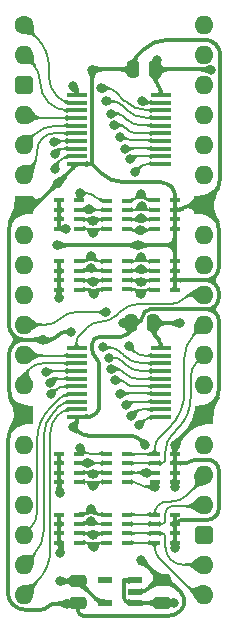
<source format=gtl>
%TF.GenerationSoftware,KiCad,Pcbnew,9.0.5-9.0.5~ubuntu24.04.1*%
%TF.CreationDate,2025-10-17T18:42:50+02:00*%
%TF.ProjectId,Data and Signal Buffer,44617461-2061-46e6-9420-5369676e616c,V0*%
%TF.SameCoordinates,Original*%
%TF.FileFunction,Copper,L1,Top*%
%TF.FilePolarity,Positive*%
%FSLAX46Y46*%
G04 Gerber Fmt 4.6, Leading zero omitted, Abs format (unit mm)*
G04 Created by KiCad (PCBNEW 9.0.5-9.0.5~ubuntu24.04.1) date 2025-10-17 18:42:50*
%MOMM*%
%LPD*%
G01*
G04 APERTURE LIST*
G04 Aperture macros list*
%AMRoundRect*
0 Rectangle with rounded corners*
0 $1 Rounding radius*
0 $2 $3 $4 $5 $6 $7 $8 $9 X,Y pos of 4 corners*
0 Add a 4 corners polygon primitive as box body*
4,1,4,$2,$3,$4,$5,$6,$7,$8,$9,$2,$3,0*
0 Add four circle primitives for the rounded corners*
1,1,$1+$1,$2,$3*
1,1,$1+$1,$4,$5*
1,1,$1+$1,$6,$7*
1,1,$1+$1,$8,$9*
0 Add four rect primitives between the rounded corners*
20,1,$1+$1,$2,$3,$4,$5,0*
20,1,$1+$1,$4,$5,$6,$7,0*
20,1,$1+$1,$6,$7,$8,$9,0*
20,1,$1+$1,$8,$9,$2,$3,0*%
G04 Aperture macros list end*
%TA.AperFunction,SMDPad,CuDef*%
%ADD10R,1.800000X0.450000*%
%TD*%
%TA.AperFunction,SMDPad,CuDef*%
%ADD11R,0.950000X0.450000*%
%TD*%
%TA.AperFunction,SMDPad,CuDef*%
%ADD12RoundRect,0.250000X0.475000X-0.250000X0.475000X0.250000X-0.475000X0.250000X-0.475000X-0.250000X0*%
%TD*%
%TA.AperFunction,SMDPad,CuDef*%
%ADD13R,0.900000X0.450000*%
%TD*%
%TA.AperFunction,SMDPad,CuDef*%
%ADD14RoundRect,0.250000X0.250000X0.475000X-0.250000X0.475000X-0.250000X-0.475000X0.250000X-0.475000X0*%
%TD*%
%TA.AperFunction,SMDPad,CuDef*%
%ADD15RoundRect,0.250000X-0.475000X0.250000X-0.475000X-0.250000X0.475000X-0.250000X0.475000X0.250000X0*%
%TD*%
%TA.AperFunction,SMDPad,CuDef*%
%ADD16R,1.150000X0.600000*%
%TD*%
%TA.AperFunction,ComponentPad*%
%ADD17C,1.600000*%
%TD*%
%TA.AperFunction,ComponentPad*%
%ADD18O,1.600000X1.600000*%
%TD*%
%TA.AperFunction,ComponentPad*%
%ADD19RoundRect,0.400000X-0.400000X-0.400000X0.400000X-0.400000X0.400000X0.400000X-0.400000X0.400000X0*%
%TD*%
%TA.AperFunction,ComponentPad*%
%ADD20R,1.600000X1.600000*%
%TD*%
%TA.AperFunction,ViaPad*%
%ADD21C,0.800000*%
%TD*%
%TA.AperFunction,Conductor*%
%ADD22C,0.380000*%
%TD*%
%TA.AperFunction,Conductor*%
%ADD23C,0.200000*%
%TD*%
G04 APERTURE END LIST*
D10*
%TO.P,IC2,1,DIR*%
%TO.N,/3.3V*%
X4490000Y-5943600D03*
%TO.P,IC2,2,A0*%
%TO.N,S7_{IN}*%
X4490000Y-6593600D03*
%TO.P,IC2,3,A1*%
%TO.N,S6_{IN}*%
X4490000Y-7243600D03*
%TO.P,IC2,4,A2*%
%TO.N,S5_{IN}*%
X4490000Y-7893600D03*
%TO.P,IC2,5,A3*%
%TO.N,S4_{IN}*%
X4490000Y-8543600D03*
%TO.P,IC2,6,A4*%
%TO.N,S3_{IN}*%
X4490000Y-9193600D03*
%TO.P,IC2,7,A5*%
%TO.N,S2_{IN}*%
X4490000Y-9843600D03*
%TO.P,IC2,8,A6*%
%TO.N,~{WD}_{IN}*%
X4490000Y-10493600D03*
%TO.P,IC2,9,A7*%
%TO.N,~{RD}_{IN}*%
X4490000Y-11143600D03*
%TO.P,IC2,10,GND*%
%TO.N,GND*%
X4490000Y-11793600D03*
%TO.P,IC2,11,B7*%
%TO.N,/~{RD}*%
X11590000Y-11793600D03*
%TO.P,IC2,12,B6*%
%TO.N,/~{WD}*%
X11590000Y-11143600D03*
%TO.P,IC2,13,B5*%
%TO.N,/S2*%
X11590000Y-10493600D03*
%TO.P,IC2,14,B4*%
%TO.N,/S3*%
X11590000Y-9843600D03*
%TO.P,IC2,15,B3*%
%TO.N,/S4*%
X11590000Y-9193600D03*
%TO.P,IC2,16,B2*%
%TO.N,/S5*%
X11590000Y-8543600D03*
%TO.P,IC2,17,B1*%
%TO.N,/S6*%
X11590000Y-7893600D03*
%TO.P,IC2,18,B0*%
%TO.N,/S7*%
X11590000Y-7243600D03*
%TO.P,IC2,19,~{OE}*%
%TO.N,Device ~{CS}*%
X11590000Y-6593600D03*
%TO.P,IC2,20,5V*%
%TO.N,5V*%
X11590000Y-5943600D03*
%TD*%
D11*
%TO.P,CN1,1,1*%
%TO.N,D7_{s}*%
X11088000Y-36316000D03*
%TO.P,CN1,2,2*%
%TO.N,D6_{s}*%
X11088000Y-37116000D03*
%TO.P,CN1,3,3*%
%TO.N,D5_{s}*%
X11088000Y-37916000D03*
%TO.P,CN1,4,4*%
%TO.N,D4_{s}*%
X11088000Y-38716000D03*
%TO.P,CN1,5,5*%
%TO.N,GND*%
X12788000Y-38716000D03*
%TO.P,CN1,6,6*%
X12788000Y-37916000D03*
%TO.P,CN1,7,7*%
X12788000Y-37116000D03*
%TO.P,CN1,8,8*%
X12788000Y-36316000D03*
%TD*%
D12*
%TO.P,C8,1*%
%TO.N,5V*%
X11684000Y-48940000D03*
%TO.P,C8,2*%
%TO.N,GND*%
X11684000Y-47040000D03*
%TD*%
D13*
%TO.P,RN2,1,R1*%
%TO.N,/D0*%
X4689000Y-43872000D03*
%TO.P,RN2,2,R2*%
%TO.N,/D1*%
X4689000Y-43072000D03*
%TO.P,RN2,3,R3*%
%TO.N,/D2*%
X4689000Y-42272000D03*
%TO.P,RN2,4,R4*%
%TO.N,/D3*%
X4689000Y-41472000D03*
%TO.P,RN2,5,R4*%
%TO.N,/3.3V*%
X2989000Y-41472000D03*
%TO.P,RN2,6,R3*%
X2989000Y-42272000D03*
%TO.P,RN2,7,R2*%
X2989000Y-43072000D03*
%TO.P,RN2,8,R1*%
X2989000Y-43872000D03*
%TD*%
%TO.P,RN1,1,R1*%
%TO.N,/D4*%
X4689000Y-38716000D03*
%TO.P,RN1,2,R2*%
%TO.N,/D5*%
X4689000Y-37916000D03*
%TO.P,RN1,3,R3*%
%TO.N,/D6*%
X4689000Y-37116000D03*
%TO.P,RN1,4,R4*%
%TO.N,/D7*%
X4689000Y-36316000D03*
%TO.P,RN1,5,R4*%
%TO.N,/3.3V*%
X2989000Y-36316000D03*
%TO.P,RN1,6,R3*%
X2989000Y-37116000D03*
%TO.P,RN1,7,R2*%
X2989000Y-37916000D03*
%TO.P,RN1,8,R1*%
X2989000Y-38716000D03*
%TD*%
%TO.P,RN5,1,R1*%
%TO.N,D4_{s}*%
X8724000Y-38716000D03*
%TO.P,RN5,2,R2*%
%TO.N,D5_{s}*%
X8724000Y-37916000D03*
%TO.P,RN5,3,R3*%
%TO.N,D6_{s}*%
X8724000Y-37116000D03*
%TO.P,RN5,4,R4*%
%TO.N,D7_{s}*%
X8724000Y-36316000D03*
%TO.P,RN5,5,R4*%
%TO.N,/D7*%
X7024000Y-36316000D03*
%TO.P,RN5,6,R3*%
%TO.N,/D6*%
X7024000Y-37116000D03*
%TO.P,RN5,7,R2*%
%TO.N,/D5*%
X7024000Y-37916000D03*
%TO.P,RN5,8,R1*%
%TO.N,/D4*%
X7024000Y-38716000D03*
%TD*%
D11*
%TO.P,CN3,1,1*%
%TO.N,S3_{s}*%
X11088000Y-20030200D03*
%TO.P,CN3,2,2*%
%TO.N,S2_{s}*%
X11088000Y-20830200D03*
%TO.P,CN3,3,3*%
%TO.N,~{WD}_{s}*%
X11088000Y-21630200D03*
%TO.P,CN3,4,4*%
%TO.N,~{RD}_{s}*%
X11088000Y-22430200D03*
%TO.P,CN3,5,5*%
%TO.N,GND*%
X12788000Y-22430200D03*
%TO.P,CN3,6,6*%
X12788000Y-21630200D03*
%TO.P,CN3,7,7*%
X12788000Y-20830200D03*
%TO.P,CN3,8,8*%
X12788000Y-20030200D03*
%TD*%
D13*
%TO.P,RN7,1,R1*%
%TO.N,~{RD}_{s}*%
X8724000Y-22417800D03*
%TO.P,RN7,2,R2*%
%TO.N,~{WD}_{s}*%
X8724000Y-21617800D03*
%TO.P,RN7,3,R3*%
%TO.N,S2_{s}*%
X8724000Y-20817800D03*
%TO.P,RN7,4,R4*%
%TO.N,S3_{s}*%
X8724000Y-20017800D03*
%TO.P,RN7,5,R4*%
%TO.N,/S3*%
X7024000Y-20017800D03*
%TO.P,RN7,6,R3*%
%TO.N,/S2*%
X7024000Y-20817800D03*
%TO.P,RN7,7,R2*%
%TO.N,/~{WD}*%
X7024000Y-21617800D03*
%TO.P,RN7,8,R1*%
%TO.N,/~{RD}*%
X7024000Y-22417800D03*
%TD*%
%TO.P,RN3,1,R1*%
%TO.N,/S4*%
X4689000Y-17261600D03*
%TO.P,RN3,2,R2*%
%TO.N,/S5*%
X4689000Y-16461600D03*
%TO.P,RN3,3,R3*%
%TO.N,/S6*%
X4689000Y-15661600D03*
%TO.P,RN3,4,R4*%
%TO.N,/S7*%
X4689000Y-14861600D03*
%TO.P,RN3,5,R4*%
%TO.N,/3.3V*%
X2989000Y-14861600D03*
%TO.P,RN3,6,R3*%
X2989000Y-15661600D03*
%TO.P,RN3,7,R2*%
X2989000Y-16461600D03*
%TO.P,RN3,8,R1*%
X2989000Y-17261600D03*
%TD*%
%TO.P,RN8,1,R1*%
%TO.N,S4_{s}*%
X8724000Y-17287000D03*
%TO.P,RN8,2,R2*%
%TO.N,S5_{s}*%
X8724000Y-16487000D03*
%TO.P,RN8,3,R3*%
%TO.N,S6_{s}*%
X8724000Y-15687000D03*
%TO.P,RN8,4,R4*%
%TO.N,S7_{s}*%
X8724000Y-14887000D03*
%TO.P,RN8,5,R4*%
%TO.N,/S7*%
X7024000Y-14887000D03*
%TO.P,RN8,6,R3*%
%TO.N,/S6*%
X7024000Y-15687000D03*
%TO.P,RN8,7,R2*%
%TO.N,/S5*%
X7024000Y-16487000D03*
%TO.P,RN8,8,R1*%
%TO.N,/S4*%
X7024000Y-17287000D03*
%TD*%
D11*
%TO.P,CN4,1,1*%
%TO.N,S7_{s}*%
X11088000Y-14874000D03*
%TO.P,CN4,2,2*%
%TO.N,S6_{s}*%
X11088000Y-15674000D03*
%TO.P,CN4,3,3*%
%TO.N,S5_{s}*%
X11088000Y-16474000D03*
%TO.P,CN4,4,4*%
%TO.N,S4_{s}*%
X11088000Y-17274000D03*
%TO.P,CN4,5,5*%
%TO.N,GND*%
X12788000Y-17274000D03*
%TO.P,CN4,6,6*%
X12788000Y-16474000D03*
%TO.P,CN4,7,7*%
X12788000Y-15674000D03*
%TO.P,CN4,8,8*%
X12788000Y-14874000D03*
%TD*%
D14*
%TO.P,C2,1*%
%TO.N,5V*%
X11138800Y-3788600D03*
%TO.P,C2,2*%
%TO.N,GND*%
X9238800Y-3788600D03*
%TD*%
D10*
%TO.P,IC1,1,DIR*%
%TO.N,DIR*%
X4490000Y-27371000D03*
%TO.P,IC1,2,A0*%
%TO.N,D7_{IN{slash}OUT}*%
X4490000Y-28021000D03*
%TO.P,IC1,3,A1*%
%TO.N,D6_{IN{slash}OUT}*%
X4490000Y-28671000D03*
%TO.P,IC1,4,A2*%
%TO.N,D5_{IN{slash}OUT}*%
X4490000Y-29321000D03*
%TO.P,IC1,5,A3*%
%TO.N,D4_{IN{slash}OUT}*%
X4490000Y-29971000D03*
%TO.P,IC1,6,A4*%
%TO.N,D3_{IN{slash}OUT}*%
X4490000Y-30621000D03*
%TO.P,IC1,7,A5*%
%TO.N,D2_{IN{slash}OUT}*%
X4490000Y-31271000D03*
%TO.P,IC1,8,A6*%
%TO.N,D1_{IN{slash}OUT}*%
X4490000Y-31921000D03*
%TO.P,IC1,9,A7*%
%TO.N,D0_{IN{slash}OUT}*%
X4490000Y-32571000D03*
%TO.P,IC1,10,GND*%
%TO.N,GND*%
X4490000Y-33221000D03*
%TO.P,IC1,11,B7*%
%TO.N,/D0*%
X11590000Y-33221000D03*
%TO.P,IC1,12,B6*%
%TO.N,/D1*%
X11590000Y-32571000D03*
%TO.P,IC1,13,B5*%
%TO.N,/D2*%
X11590000Y-31921000D03*
%TO.P,IC1,14,B4*%
%TO.N,/D3*%
X11590000Y-31271000D03*
%TO.P,IC1,15,B3*%
%TO.N,/D4*%
X11590000Y-30621000D03*
%TO.P,IC1,16,B2*%
%TO.N,/D5*%
X11590000Y-29971000D03*
%TO.P,IC1,17,B1*%
%TO.N,/D6*%
X11590000Y-29321000D03*
%TO.P,IC1,18,B0*%
%TO.N,/D7*%
X11590000Y-28671000D03*
%TO.P,IC1,19,~{OE}*%
%TO.N,Device ~{CS}*%
X11590000Y-28021000D03*
%TO.P,IC1,20,5V*%
%TO.N,5V*%
X11590000Y-27371000D03*
%TD*%
D13*
%TO.P,RN4,1,R1*%
%TO.N,/~{RD}*%
X4689000Y-22443200D03*
%TO.P,RN4,2,R2*%
%TO.N,/~{WD}*%
X4689000Y-21643200D03*
%TO.P,RN4,3,R3*%
%TO.N,/S2*%
X4689000Y-20843200D03*
%TO.P,RN4,4,R4*%
%TO.N,/S3*%
X4689000Y-20043200D03*
%TO.P,RN4,5,R4*%
%TO.N,/3.3V*%
X2989000Y-20043200D03*
%TO.P,RN4,6,R3*%
X2989000Y-20843200D03*
%TO.P,RN4,7,R2*%
X2989000Y-21643200D03*
%TO.P,RN4,8,R1*%
X2989000Y-22443200D03*
%TD*%
D15*
%TO.P,C9,1*%
%TO.N,/3.3V*%
X4572000Y-47072000D03*
%TO.P,C9,2*%
%TO.N,GND*%
X4572000Y-48972000D03*
%TD*%
D11*
%TO.P,CN2,1,1*%
%TO.N,D3_{s}*%
X11088000Y-41472000D03*
%TO.P,CN2,2,2*%
%TO.N,D2_{s}*%
X11088000Y-42272000D03*
%TO.P,CN2,3,3*%
%TO.N,D1_{s}*%
X11088000Y-43072000D03*
%TO.P,CN2,4,4*%
%TO.N,D0_{s}*%
X11088000Y-43872000D03*
%TO.P,CN2,5,5*%
%TO.N,GND*%
X12788000Y-43872000D03*
%TO.P,CN2,6,6*%
X12788000Y-43072000D03*
%TO.P,CN2,7,7*%
X12788000Y-42272000D03*
%TO.P,CN2,8,8*%
X12788000Y-41472000D03*
%TD*%
D16*
%TO.P,IC5,1,6VIn*%
%TO.N,5V*%
X9428000Y-48956000D03*
%TO.P,IC5,2,GND*%
%TO.N,GND*%
X9428000Y-48006000D03*
%TO.P,IC5,3,EN*%
%TO.N,5V*%
X9428000Y-47056000D03*
%TO.P,IC5,4,ADJ*%
%TO.N,unconnected-(IC5-ADJ-Pad4)*%
X6828000Y-47056000D03*
%TO.P,IC5,5,3.3VOut*%
%TO.N,/3.3V*%
X6828000Y-48956000D03*
%TD*%
D14*
%TO.P,C1,1*%
%TO.N,5V*%
X10967000Y-25216000D03*
%TO.P,C1,2*%
%TO.N,GND*%
X9067000Y-25216000D03*
%TD*%
D17*
%TO.P,J2,1*%
%TO.N,S7_{IN}*%
X0Y0D03*
D18*
%TO.P,J2,2*%
%TO.N,S6_{IN}*%
X0Y-2540000D03*
D19*
%TO.P,J2,3*%
%TO.N,5V*%
X0Y-5080000D03*
D18*
%TO.P,J2,4*%
%TO.N,S5_{IN}*%
X0Y-7620000D03*
%TO.P,J2,5*%
%TO.N,S4_{IN}*%
X0Y-10160000D03*
%TO.P,J2,6*%
%TO.N,S3_{IN}*%
X0Y-12700000D03*
D20*
%TO.P,J2,7*%
%TO.N,GND*%
X0Y-15240000D03*
D18*
%TO.P,J2,8*%
%TO.N,S2_{IN}*%
X0Y-17780000D03*
%TO.P,J2,9*%
%TO.N,~{WD}_{IN}*%
X0Y-20320000D03*
%TO.P,J2,10*%
%TO.N,~{RD}_{IN}*%
X0Y-22860000D03*
%TO.P,J2,11*%
%TO.N,Device ~{CS}*%
X0Y-25400000D03*
%TO.P,J2,12*%
%TO.N,D7_{IN{slash}OUT}*%
X0Y-27940000D03*
%TO.P,J2,13*%
%TO.N,D6_{IN{slash}OUT}*%
X0Y-30480000D03*
D20*
%TO.P,J2,14*%
%TO.N,GND*%
X0Y-33020000D03*
D18*
%TO.P,J2,15*%
%TO.N,D5_{IN{slash}OUT}*%
X0Y-35560000D03*
%TO.P,J2,16*%
%TO.N,D4_{IN{slash}OUT}*%
X0Y-38100000D03*
%TO.P,J2,17*%
%TO.N,D3_{IN{slash}OUT}*%
X0Y-40640000D03*
%TO.P,J2,18*%
%TO.N,D2_{IN{slash}OUT}*%
X0Y-43180000D03*
%TO.P,J2,19*%
%TO.N,D1_{IN{slash}OUT}*%
X0Y-45720000D03*
%TO.P,J2,20*%
%TO.N,D0_{IN{slash}OUT}*%
X0Y-48260000D03*
%TO.P,J2,21*%
%TO.N,D0_{s}*%
X15240000Y-48260000D03*
%TO.P,J2,22*%
%TO.N,D1_{s}*%
X15240000Y-45720000D03*
D19*
%TO.P,J2,23*%
%TO.N,5V*%
X15240000Y-43180000D03*
D18*
%TO.P,J2,24*%
%TO.N,D2_{s}*%
X15240000Y-40640000D03*
%TO.P,J2,25*%
%TO.N,D3_{s}*%
X15240000Y-38100000D03*
%TO.P,J2,26*%
%TO.N,D4_{s}*%
X15240000Y-35560000D03*
D20*
%TO.P,J2,27*%
%TO.N,GND*%
X15240000Y-33020000D03*
D18*
%TO.P,J2,28*%
%TO.N,D5_{s}*%
X15240000Y-30480000D03*
%TO.P,J2,29*%
%TO.N,D6_{s}*%
X15240000Y-27940000D03*
%TO.P,J2,30*%
%TO.N,D7_{s}*%
X15240000Y-25400000D03*
%TO.P,J2,31*%
%TO.N,DIR*%
X15240000Y-22860000D03*
%TO.P,J2,32*%
%TO.N,~{RD}_{s}*%
X15240000Y-20320000D03*
%TO.P,J2,33*%
%TO.N,~{WD}_{s}*%
X15240000Y-17780000D03*
D20*
%TO.P,J2,34*%
%TO.N,GND*%
X15240000Y-15240000D03*
D18*
%TO.P,J2,35*%
%TO.N,S2_{s}*%
X15240000Y-12700000D03*
%TO.P,J2,36*%
%TO.N,S3_{s}*%
X15240000Y-10160000D03*
%TO.P,J2,37*%
%TO.N,S4_{s}*%
X15240000Y-7620000D03*
%TO.P,J2,38*%
%TO.N,S5_{s}*%
X15240000Y-5080000D03*
%TO.P,J2,39*%
%TO.N,S6_{s}*%
X15240000Y-2540000D03*
%TO.P,J2,40*%
%TO.N,S7_{s}*%
X15240000Y0D03*
%TD*%
D13*
%TO.P,RN6,1,R1*%
%TO.N,D0_{s}*%
X8724000Y-43872000D03*
%TO.P,RN6,2,R2*%
%TO.N,D1_{s}*%
X8724000Y-43072000D03*
%TO.P,RN6,3,R3*%
%TO.N,D2_{s}*%
X8724000Y-42272000D03*
%TO.P,RN6,4,R4*%
%TO.N,D3_{s}*%
X8724000Y-41472000D03*
%TO.P,RN6,5,R4*%
%TO.N,/D3*%
X7024000Y-41472000D03*
%TO.P,RN6,6,R3*%
%TO.N,/D2*%
X7024000Y-42272000D03*
%TO.P,RN6,7,R2*%
%TO.N,/D1*%
X7024000Y-43072000D03*
%TO.P,RN6,8,R1*%
%TO.N,/D0*%
X7024000Y-43872000D03*
%TD*%
D21*
%TO.N,GND*%
X12827000Y-39116000D03*
X2921003Y-13362597D03*
X4165598Y-34036000D03*
X10287000Y-35560000D03*
X12827000Y-44323000D03*
X9652000Y-18669000D03*
X12826996Y-35560000D03*
X1654646Y-26673646D03*
X8432800Y-25216000D03*
X3683000Y-49022000D03*
X3987707Y-26010343D03*
X5791202Y-3810000D03*
X9905996Y-45339000D03*
X2794000Y-18668990D03*
%TO.N,5V*%
X15829155Y-3809998D03*
X12700000Y-48940000D03*
X11235170Y-2980170D03*
X13208000Y-25273000D03*
%TO.N,/3.3V*%
X3048000Y-44704000D03*
X2971613Y-23164617D03*
X3048004Y-39624000D03*
X3048000Y-47117000D03*
X3584000Y-17271010D03*
X4191000Y-5207000D03*
%TO.N,D4_{s}*%
X11074402Y-39116000D03*
%TO.N,D5_{s}*%
X10390400Y-37922200D03*
%TO.N,/D0*%
X9779000Y-33909000D03*
X5904388Y-44222600D03*
%TO.N,/D1*%
X9110068Y-33107334D03*
X5869419Y-43211014D03*
%TO.N,/D2*%
X5686771Y-42035457D03*
X8670097Y-32209319D03*
%TO.N,/D3*%
X5708400Y-41035689D03*
X8128000Y-31241992D03*
%TO.N,/D4*%
X5878988Y-39079000D03*
X7694696Y-30115255D03*
%TO.N,/D5*%
X7392794Y-29161914D03*
X5844019Y-38067414D03*
%TO.N,/D6*%
X5384800Y-37116000D03*
X7189799Y-28182731D03*
%TO.N,/D7*%
X6668949Y-27329080D03*
X4736400Y-35814000D03*
%TO.N,S3_{s}*%
X9906000Y-19685000D03*
%TO.N,~{WD}_{s}*%
X9921003Y-21811591D03*
%TO.N,S2_{s}*%
X9936192Y-20684546D03*
%TO.N,~{RD}_{s}*%
X9882200Y-22817600D03*
%TO.N,S5_{s}*%
X9897599Y-16402474D03*
%TO.N,S6_{s}*%
X9961630Y-15347657D03*
%TO.N,S4_{s}*%
X9869026Y-17402068D03*
%TO.N,S7_{s}*%
X9944082Y-14340157D03*
%TO.N,/S7*%
X6570000Y-5383343D03*
X4736400Y-14274800D03*
%TO.N,/S6*%
X5498400Y-15624000D03*
X6985000Y-6477000D03*
%TO.N,/S5*%
X7348566Y-7552288D03*
X5845619Y-16625414D03*
%TO.N,/S4*%
X5880588Y-17637000D03*
X7642000Y-8508676D03*
%TO.N,/S3*%
X5710000Y-19593689D03*
X8097967Y-9524106D03*
%TO.N,/S2*%
X5688371Y-20593457D03*
X8520600Y-10508917D03*
%TO.N,D4_{IN{slash}OUT}*%
X2250830Y-30308391D03*
%TO.N,D3_{IN{slash}OUT}*%
X2320299Y-31305978D03*
%TO.N,D5_{IN{slash}OUT}*%
X1841504Y-29396000D03*
%TO.N,Device ~{CS}*%
X8876865Y-27206000D03*
X10033000Y-6477000D03*
X6985004Y-24333200D03*
%TO.N,~{WD}_{IN}*%
X2611000Y-10922000D03*
%TO.N,~{RD}_{IN}*%
X2611000Y-12189125D03*
%TO.N,S2_{IN}*%
X2540000Y-9918600D03*
%TO.N,/~{RD}*%
X9420600Y-12467002D03*
X5905988Y-22780600D03*
%TO.N,/~{WD}*%
X8978058Y-11398151D03*
X5871019Y-21769014D03*
%TD*%
D22*
%TO.N,/3.3V*%
X2989000Y-39523273D02*
G75*
G03*
X3018494Y-39594506I100700J-27D01*
G01*
X3018500Y-43901500D02*
G75*
G02*
X3047992Y-43972719I-71200J-71200D01*
G01*
X4340500Y-5356500D02*
G75*
G02*
X4489990Y-5717424I-360900J-360900D01*
G01*
X2989000Y-23134935D02*
G75*
G02*
X2980293Y-23155910I-29700J35D01*
G01*
X2989000Y-43830280D02*
G75*
G03*
X3018494Y-43901506I100700J-20D01*
G01*
%TO.N,5V*%
X10967000Y-25766472D02*
G75*
G03*
X11278492Y-26518508I1063500J-28D01*
G01*
X15818456Y-3799299D02*
G75*
G03*
X15792626Y-3788573I-25856J-25801D01*
G01*
X11386141Y-5163141D02*
G75*
G02*
X11590005Y-5655300I-492141J-492159D01*
G01*
X11186985Y-3028355D02*
G75*
G03*
X11138785Y-3144683I116315J-116345D01*
G01*
X11494830Y-3788600D02*
G75*
G03*
X11138800Y-4144630I-30J-356000D01*
G01*
X11138800Y-3432570D02*
G75*
G03*
X11494830Y-3788600I356000J-30D01*
G01*
X8480071Y-47056000D02*
G75*
G03*
X8468008Y-47061008I29J-17100D01*
G01*
X8463000Y-48473500D02*
G75*
G03*
X8945500Y-48956000I482500J0D01*
G01*
X11138800Y-4596753D02*
G75*
G03*
X11364401Y-5141399I770250J3D01*
G01*
X8468000Y-47061000D02*
G75*
G03*
X8462988Y-47073071I12100J-12100D01*
G01*
X11398727Y-26638727D02*
G75*
G02*
X11589984Y-27100500I-461827J-461773D01*
G01*
X11138800Y-4144630D02*
X11138800Y-3432570D01*
%TO.N,GND*%
X15506562Y-24101000D02*
G75*
G03*
X16216111Y-23807111I38J1003400D01*
G01*
X16216100Y-24394900D02*
G75*
G03*
X15506562Y-24101015I-709500J-709500D01*
G01*
X16216100Y-23807100D02*
G75*
G03*
X16216100Y-24394900I293900J-293900D01*
G01*
X5827734Y-3788600D02*
G75*
G03*
X5801892Y-3799290I-34J-36500D01*
G01*
X15875000Y-15875000D02*
G75*
G02*
X16509989Y-17408025I-1533000J-1533000D01*
G01*
X13589000Y-48831500D02*
G75*
G02*
X13274688Y-49590305I-1073100J0D01*
G01*
X9067000Y-25533100D02*
G75*
G03*
X8749900Y-25216000I-317100J0D01*
G01*
X9384100Y-25216000D02*
G75*
G03*
X9067000Y-25533100I0J-317100D01*
G01*
X4546598Y-34417000D02*
G75*
G03*
X5466413Y-34797995I919802J919800D01*
G01*
X16510000Y-20520922D02*
G75*
G02*
X16185094Y-21305294I-1109300J22D01*
G01*
X-939940Y-49098059D02*
G75*
G03*
X102856Y-49530000I1042797J1042797D01*
G01*
X4572000Y-49604394D02*
G75*
G03*
X4698998Y-49911002I433600J-6D01*
G01*
X5785601Y-3815601D02*
G75*
G03*
X5780010Y-3829123I13499J-13499D01*
G01*
X5780000Y-11776528D02*
G75*
G02*
X5774992Y-11788592I-17100J28D01*
G01*
X-634999Y-15875000D02*
G75*
G03*
X-1270001Y-17408025I1533029J-1533030D01*
G01*
X14541500Y-15240000D02*
G75*
G03*
X15733909Y-14746080I0J1686300D01*
G01*
X15733914Y-15733914D02*
G75*
G03*
X14541500Y-15239992I-1192414J-1192386D01*
G01*
X15733914Y-14746085D02*
G75*
G03*
X15733913Y-15733915I493886J-493915D01*
G01*
X9067000Y-25593515D02*
G75*
G02*
X8826095Y-26175095I-822500J15D01*
G01*
X12107400Y-18669000D02*
G75*
G03*
X12788000Y-17988400I0J680600D01*
G01*
X12788000Y-19349600D02*
G75*
G03*
X12107400Y-18669000I-680600J0D01*
G01*
X16243300Y-1663700D02*
G75*
G02*
X16637010Y-2614175I-950500J-950500D01*
G01*
X12871895Y-35388104D02*
G75*
G03*
X12826999Y-35496502I108405J-108396D01*
G01*
X6540700Y-12564300D02*
G75*
G03*
X8401334Y-13335002I1860640J1860640D01*
G01*
X4735299Y-33221000D02*
G75*
G03*
X4490000Y-33466299I1J-245300D01*
G01*
X10010225Y-45366225D02*
G75*
G03*
X9944498Y-45338986I-65725J-65675D01*
G01*
X14477032Y-36830000D02*
G75*
G03*
X14131790Y-36972990I-32J-488200D01*
G01*
X-634999Y-32385000D02*
G75*
G02*
X-635000Y-33655000I-635001J-634999D01*
G01*
X11486717Y-46842717D02*
G75*
G03*
X11963000Y-47039990I476283J476317D01*
G01*
X12499500Y-13769500D02*
G75*
G02*
X12788000Y-14466000I-696500J-696500D01*
G01*
X521800Y-15240000D02*
G75*
G03*
X-368968Y-15608968I-5J-1259725D01*
G01*
X10219985Y-24325990D02*
G75*
G03*
X10076996Y-24671188I345215J-345210D01*
G01*
X14149884Y-15240000D02*
G75*
G03*
X13626005Y-15457005I16J-740900D01*
G01*
X13098500Y-15674000D02*
G75*
G03*
X12788000Y-15984500I0J-310500D01*
G01*
X12788000Y-15363500D02*
G75*
G03*
X13098500Y-15674000I310500J0D01*
G01*
X8826100Y-26175100D02*
G75*
G02*
X8244515Y-26416007I-581600J581600D01*
G01*
X6097100Y-32917300D02*
G75*
G02*
X5363903Y-33221001I-733200J733200D01*
G01*
X12426500Y-13696500D02*
G75*
G03*
X11553761Y-13335016I-872700J-872700D01*
G01*
X6406166Y-26416000D02*
G75*
G03*
X5963410Y-26599410I34J-626200D01*
G01*
X4490000Y-33482211D02*
G75*
G02*
X4327796Y-33873796I-553800J11D01*
G01*
X1412568Y-14871031D02*
G75*
G02*
X521800Y-15239998I-890768J890771D01*
G01*
X12788000Y-44256422D02*
G75*
G03*
X12807507Y-44303493I66600J22D01*
G01*
X2032000Y-49276000D02*
G75*
G02*
X1418789Y-49529997I-613210J613220D01*
G01*
X-1270000Y-25379054D02*
G75*
G03*
X-890823Y-26294469I1294594J0D01*
G01*
X12969000Y-42091000D02*
G75*
G03*
X12787989Y-42527972I437000J-437000D01*
G01*
X12788000Y-42016027D02*
G75*
G03*
X12968953Y-42090953I106000J27D01*
G01*
X5762928Y-11793600D02*
G75*
G03*
X5774992Y-11788592I-28J17100D01*
G01*
X5775000Y-11798600D02*
G75*
G03*
X5762928Y-11793588I-12100J-12100D01*
G01*
X5775000Y-11788600D02*
G75*
G03*
X5775000Y-11798600I5000J-5000D01*
G01*
X10705174Y-24101000D02*
G75*
G03*
X10260996Y-24284996I26J-628200D01*
G01*
X5780000Y-27450228D02*
G75*
G03*
X6090399Y-28199601I1059770J-2D01*
G01*
X16510000Y-30851974D02*
G75*
G02*
X15875001Y-32385001I-2168040J4D01*
G01*
X2645210Y-49022000D02*
G75*
G03*
X2031997Y-49275997I-10J-867200D01*
G01*
X15400722Y-21630200D02*
G75*
G03*
X16185094Y-21305294I-22J1109300D01*
G01*
X16185100Y-21955100D02*
G75*
G03*
X15400722Y-21630191I-784400J-784400D01*
G01*
X16185100Y-21305300D02*
G75*
G03*
X16185100Y-21955100I324900J-324900D01*
G01*
X10590702Y-47702297D02*
G75*
G02*
X9857500Y-48006001I-733202J733197D01*
G01*
X16510000Y-40956068D02*
G75*
G02*
X16230609Y-41630609I-953900J-32D01*
G01*
X16510000Y-23097562D02*
G75*
G02*
X16216111Y-23807111I-1003400J-38D01*
G01*
X2848084Y-26361914D02*
G75*
G02*
X2095500Y-26673644I-752584J752584D01*
G01*
X-1270000Y-30851974D02*
G75*
G03*
X-634998Y-32384999I2168030J4D01*
G01*
X9905699Y-25044699D02*
G75*
G02*
X9492145Y-25216017I-413599J413599D01*
G01*
X9238800Y-3396300D02*
G75*
G02*
X8846500Y-3788600I-392300J0D01*
G01*
X9906000Y-35179000D02*
G75*
G03*
X8986184Y-34798006I-919800J-919800D01*
G01*
X16637000Y-12855171D02*
G75*
G02*
X15938502Y-14541502I-2384840J1D01*
G01*
X12198923Y-1270000D02*
G75*
G03*
X10105793Y-2136993I-23J-2960100D01*
G01*
X13626000Y-15457000D02*
G75*
G02*
X13102115Y-15674006I-523900J523900D01*
G01*
X4699000Y-49911000D02*
G75*
G03*
X5005605Y-50037998I306600J306600D01*
G01*
X6400800Y-32184103D02*
G75*
G02*
X6097099Y-32917299I-1036900J3D01*
G01*
X13208000Y-49657000D02*
G75*
G02*
X12288184Y-50037994I-919800J919800D01*
G01*
X16185100Y-21955100D02*
G75*
G02*
X16510009Y-22739477I-784400J-784400D01*
G01*
X12807498Y-35579498D02*
G75*
G03*
X12787988Y-35626570I47102J-47102D01*
G01*
X6090400Y-28199600D02*
G75*
G02*
X6400812Y-28948971I-749400J-749400D01*
G01*
X-890823Y-27052823D02*
G75*
G03*
X-1270002Y-27968237I915413J-915417D01*
G01*
X-685940Y-33705940D02*
G75*
G03*
X-1371882Y-35361947I1656010J-1656010D01*
G01*
X16230600Y-37109400D02*
G75*
G02*
X16509987Y-37783931I-674500J-674500D01*
G01*
X14131800Y-36973000D02*
G75*
G02*
X13786567Y-37115987I-345200J345200D01*
G01*
X16243300Y-1663700D02*
G75*
G03*
X15292824Y-1269990I-950500J-950500D01*
G01*
X16230600Y-41630600D02*
G75*
G02*
X15556068Y-41909987I-674500J674500D01*
G01*
X13274691Y-48072691D02*
G75*
G02*
X13589005Y-48831500I-758791J-758809D01*
G01*
X16216100Y-24394900D02*
G75*
G02*
X16509985Y-25104437I-709500J-709500D01*
G01*
X5963400Y-26599400D02*
G75*
G03*
X5779986Y-27042166I442800J-442800D01*
G01*
X16230600Y-37109400D02*
G75*
G03*
X15556068Y-36830013I-674500J-674500D01*
G01*
X-1371881Y-48055262D02*
G75*
G03*
X-939940Y-49098059I1474741J2D01*
G01*
X9516197Y-2726602D02*
G75*
G03*
X9238800Y-3396300I669703J-669698D01*
G01*
X3593682Y-26010343D02*
G75*
G03*
X2921049Y-26288970I18J-951257D01*
G01*
X13405972Y-41910000D02*
G75*
G03*
X12969008Y-42091008I28J-618000D01*
G01*
X12439282Y-47237282D02*
G75*
G03*
X11963000Y-47040010I-476282J-476318D01*
G01*
X10077000Y-24671188D02*
G75*
G02*
X9934024Y-25016395I-488200J-12D01*
G01*
X-890823Y-27052823D02*
G75*
G03*
X-890823Y-26294469I-379174J379177D01*
G01*
X24591Y-26673646D02*
G75*
G03*
X-890823Y-27052823I-3J-1294583D01*
G01*
X-890823Y-26294469D02*
G75*
G03*
X24591Y-26673646I915415J915417D01*
G01*
X8749900Y-25216000D02*
X9384100Y-25216000D01*
X12788000Y-17988400D02*
X12788000Y-19349600D01*
X12788000Y-15984500D02*
X12788000Y-15363500D01*
X15875000Y-32385000D02*
X14605000Y-33655000D01*
X12788000Y-42527972D02*
X12788000Y-42016027D01*
D23*
%TO.N,/~{WD}*%
X6129498Y-21617600D02*
G75*
G03*
X5946722Y-21693303I2J-258500D01*
G01*
X5795312Y-21693307D02*
G75*
G03*
X5612539Y-21617578I-182812J-182793D01*
G01*
X9437527Y-11129000D02*
G75*
G03*
X9112613Y-11263555I-27J-459500D01*
G01*
%TO.N,/~{RD}*%
X5724488Y-22599100D02*
G75*
G03*
X5286308Y-22417600I-438188J-438200D01*
G01*
X6525667Y-22417600D02*
G75*
G03*
X6087500Y-22599112I33J-619700D01*
G01*
X10595092Y-11779000D02*
G75*
G03*
X9764603Y-12123003I8J-1174500D01*
G01*
%TO.N,S2_{IN}*%
X2668033Y-9843600D02*
G75*
G03*
X2577490Y-9881090I-33J-128000D01*
G01*
%TO.N,S6_{IN}*%
X2166219Y-6636619D02*
G75*
G03*
X3631600Y-7243597I1465381J1465389D01*
G01*
X1371600Y-4876800D02*
G75*
G03*
X2054099Y-6524499I2330200J0D01*
G01*
X689100Y-3229100D02*
G75*
G02*
X1371600Y-4876800I-1647699J-1647700D01*
G01*
%TO.N,S7_{IN}*%
X1066800Y-1066799D02*
G75*
G02*
X2133600Y-3642283I-2575493J-2575487D01*
G01*
X2133600Y-4491468D02*
G75*
G03*
X2749300Y-5977900I2102130J-2D01*
G01*
X2967252Y-6195852D02*
G75*
G03*
X3927500Y-6593599I960248J960252D01*
G01*
%TO.N,S4_{IN}*%
X2759367Y-8543600D02*
G75*
G03*
X808203Y-9351803I3J-2759360D01*
G01*
%TO.N,~{RD}_{IN}*%
X3940000Y-11143600D02*
G75*
G03*
X3001095Y-11532513I0J-1327800D01*
G01*
X2705230Y-11828369D02*
G75*
G03*
X2610966Y-12055862I227470J-227531D01*
G01*
%TO.N,S3_{IN}*%
X1553700Y-9622300D02*
G75*
G03*
X1124998Y-10657273I1034960J-1034970D01*
G01*
X1125000Y-10813000D02*
G75*
G02*
X586184Y-12113815I-1839632J2D01*
G01*
X2588673Y-9193600D02*
G75*
G03*
X1553701Y-9622301I-3J-1463660D01*
G01*
%TO.N,~{WD}_{IN}*%
X3342324Y-10493600D02*
G75*
G03*
X2825193Y-10707793I-24J-731300D01*
G01*
%TO.N,D1_{IN{slash}OUT}*%
X2533199Y-32777799D02*
G75*
G03*
X1676398Y-34846298I2068501J-2068501D01*
G01*
X3940000Y-31921000D02*
G75*
G03*
X3001095Y-32309912I0J-1327800D01*
G01*
X1676400Y-42858206D02*
G75*
G02*
X838200Y-44881800I-2861805J5D01*
G01*
%TO.N,Device ~{CS}*%
X4411941Y-24333200D02*
G75*
G03*
X3124200Y-24866600I-1J-1821140D01*
G01*
X9284365Y-27613500D02*
G75*
G03*
X10268157Y-28021028I983835J983800D01*
G01*
X10091300Y-6535300D02*
G75*
G03*
X10232048Y-6593580I140700J140700D01*
G01*
X3124200Y-24866600D02*
G75*
G02*
X1836458Y-25400004I-1287750J1287750D01*
G01*
%TO.N,DIR*%
X9884808Y-23611000D02*
G75*
G03*
X8031897Y-24378497I-8J-2620400D01*
G01*
X14399437Y-22860000D02*
G75*
G03*
X13492889Y-23235489I-37J-1282000D01*
G01*
X6553200Y-25146000D02*
G75*
G03*
X5339103Y-25648892I0J-1717000D01*
G01*
X4721832Y-26266167D02*
G75*
G03*
X4445010Y-26934500I668368J-668333D01*
G01*
X13492900Y-23235500D02*
G75*
G02*
X12586362Y-23610955I-906500J906600D01*
G01*
X7767294Y-24643105D02*
G75*
G02*
X6553200Y-25145996I-1214094J1214105D01*
G01*
%TO.N,D5_{IN{slash}OUT}*%
X1969537Y-29321000D02*
G75*
G03*
X1878992Y-29358488I-37J-128000D01*
G01*
%TO.N,D6_{IN{slash}OUT}*%
X1613898Y-28671000D02*
G75*
G03*
X472700Y-29143700I2J-1613900D01*
G01*
X305328Y-29311071D02*
G75*
G03*
X-3Y-30048200I737122J-737129D01*
G01*
%TO.N,D3_{IN{slash}OUT}*%
X3489629Y-30621000D02*
G75*
G03*
X2662787Y-30963488I-9J-1169310D01*
G01*
%TO.N,D0_{IN{slash}OUT}*%
X2814499Y-33146499D02*
G75*
G03*
X2238999Y-34535879I1389381J-1389381D01*
G01*
X3940000Y-32571000D02*
G75*
G03*
X3001095Y-32959912I0J-1327800D01*
G01*
X2239000Y-44437787D02*
G75*
G02*
X1119500Y-47140500I-3822222J3D01*
G01*
%TO.N,D4_{IN{slash}OUT}*%
X2826792Y-29971000D02*
G75*
G03*
X2419521Y-30139691I8J-576000D01*
G01*
%TO.N,D2_{IN{slash}OUT}*%
X1117600Y-41272137D02*
G75*
G02*
X558800Y-42621200I-1907873J4D01*
G01*
X2253799Y-32407199D02*
G75*
G03*
X1117598Y-35150229I2743031J-2743031D01*
G01*
X3940000Y-31271000D02*
G75*
G03*
X3001095Y-31659912I0J-1327800D01*
G01*
%TO.N,/S2*%
X5576299Y-20705528D02*
G75*
G02*
X5305734Y-20817635I-270599J270528D01*
G01*
X5800442Y-20705528D02*
G75*
G03*
X6071007Y-20817606I270558J270528D01*
G01*
X8571671Y-10479000D02*
G75*
G03*
X8535567Y-10493967I29J-51100D01*
G01*
%TO.N,/S3*%
X5446106Y-19826893D02*
G75*
G02*
X4985700Y-20017603I-460406J460393D01*
G01*
X8760098Y-9654007D02*
G75*
G03*
X8446488Y-9524109I-313598J-313593D01*
G01*
X5921955Y-19805644D02*
G75*
G03*
X6433661Y-20017616I511745J511744D01*
G01*
X8760098Y-9654007D02*
G75*
G03*
X9073708Y-9783904I313602J313607D01*
G01*
X5694655Y-19593689D02*
G75*
G03*
X5668490Y-19604569I45J-37011D01*
G01*
%TO.N,/S4*%
X8608810Y-8761210D02*
G75*
G03*
X7999138Y-8508654I-609710J-609690D01*
G01*
X6500267Y-17274000D02*
G75*
G03*
X6062100Y-17455512I33J-619700D01*
G01*
X5699088Y-17455500D02*
G75*
G03*
X5260908Y-17274000I-438188J-438200D01*
G01*
X8691438Y-8843838D02*
G75*
G03*
X9500590Y-9179011I809162J809138D01*
G01*
%TO.N,/S5*%
X5769912Y-16549707D02*
G75*
G03*
X5587139Y-16473978I-182812J-182793D01*
G01*
X8586961Y-7875761D02*
G75*
G03*
X7806027Y-7552270I-780961J-780939D01*
G01*
X8751844Y-8040644D02*
G75*
G03*
X9930839Y-8529001I1178996J1178994D01*
G01*
X6104098Y-16474000D02*
G75*
G03*
X5921322Y-16549703I2J-258500D01*
G01*
%TO.N,/S6*%
X5473400Y-15649000D02*
G75*
G02*
X5413044Y-15674018I-60400J60400D01*
G01*
X8291449Y-6818249D02*
G75*
G03*
X7467600Y-6477000I-823849J-823851D01*
G01*
X5523400Y-15649000D02*
G75*
G03*
X5583755Y-15674018I60400J60400D01*
G01*
X8651200Y-7178000D02*
G75*
G03*
X10343563Y-7878998I1692360J1692360D01*
G01*
%TO.N,/S7*%
X6040000Y-14574400D02*
G75*
G03*
X5316701Y-14274799I-723300J-723300D01*
G01*
X7782977Y-5700177D02*
G75*
G03*
X7018071Y-5383368I-764877J-764923D01*
G01*
X6097062Y-14631462D02*
G75*
G03*
X6682600Y-14873993I585538J585562D01*
G01*
X8505768Y-6422968D02*
G75*
G03*
X10451700Y-7228989I1945932J1945968D01*
G01*
X4712700Y-14298500D02*
G75*
G03*
X4689007Y-14355716I57200J-57200D01*
G01*
%TO.N,S7_{s}*%
X9866962Y-14340157D02*
G75*
G03*
X9735339Y-14394716I38J-186143D01*
G01*
X10274865Y-14670940D02*
G75*
G03*
X10780062Y-14880214I505235J505240D01*
G01*
X9429687Y-14700312D02*
G75*
G02*
X8995400Y-14880192I-434287J434312D01*
G01*
%TO.N,S4_{s}*%
X9874263Y-17399000D02*
G75*
G03*
X9870586Y-17400560I37J-5200D01*
G01*
X9867492Y-17400534D02*
G75*
G03*
X9863788Y-17398997I-3692J-3666D01*
G01*
%TO.N,S6_{s}*%
X10127901Y-15513928D02*
G75*
G03*
X10529316Y-15680184I401399J401428D01*
G01*
X9795358Y-15513928D02*
G75*
G02*
X9393943Y-15680226I-401458J401428D01*
G01*
%TO.N,S5_{s}*%
X9936462Y-16441337D02*
G75*
G03*
X10030285Y-16480206I93838J93837D01*
G01*
X9858736Y-16441337D02*
G75*
G02*
X9764912Y-16480205I-93836J93837D01*
G01*
%TO.N,~{RD}_{s}*%
X10576067Y-22423800D02*
G75*
G03*
X10137900Y-22605312I33J-619700D01*
G01*
X9712731Y-22593269D02*
G75*
G03*
X9303596Y-22423801I-409131J-409131D01*
G01*
X9971788Y-22802200D02*
G75*
G02*
X9965409Y-22817642I-6388J-6400D01*
G01*
X9862803Y-22743341D02*
G75*
G02*
X9882229Y-22790169I-46803J-46859D01*
G01*
X9971788Y-22771400D02*
G75*
G03*
X9971788Y-22802200I15412J-15400D01*
G01*
%TO.N,S2_{s}*%
X9866565Y-20754173D02*
G75*
G02*
X9698470Y-20823785I-168065J168073D01*
G01*
X10005819Y-20754173D02*
G75*
G03*
X10173913Y-20823797I168081J168073D01*
G01*
%TO.N,~{WD}_{s}*%
X10241582Y-21623800D02*
G75*
G03*
X10014903Y-21717700I18J-320600D01*
G01*
X9827107Y-21717695D02*
G75*
G03*
X9600423Y-21623789I-226707J-226705D01*
G01*
%TO.N,S3_{s}*%
X10075400Y-19854400D02*
G75*
G03*
X10484367Y-20023813I409000J409000D01*
G01*
X9736600Y-19854400D02*
G75*
G02*
X9327632Y-20023813I-409000J409000D01*
G01*
%TO.N,D1_{s}*%
X12420525Y-45287475D02*
G75*
G03*
X13464732Y-45719986I1044175J1044175D01*
G01*
X11900500Y-43159500D02*
G75*
G03*
X11689256Y-43072018I-211200J-211200D01*
G01*
X11900500Y-43159500D02*
G75*
G02*
X11987982Y-43370743I-211200J-211200D01*
G01*
X11988000Y-44243267D02*
G75*
G03*
X12420524Y-45287476I1476730J-3D01*
G01*
%TO.N,/D7*%
X8442040Y-28000040D02*
G75*
G03*
X10061880Y-28671014I1619860J1619840D01*
G01*
X4712700Y-35837700D02*
G75*
G03*
X4689007Y-35894916I57200J-57200D01*
G01*
X8160742Y-27718742D02*
G75*
G03*
X7220014Y-27329079I-940742J-940758D01*
G01*
X4987400Y-36065000D02*
G75*
G03*
X5593367Y-36316013I606000J606000D01*
G01*
%TO.N,/D6*%
X8272549Y-28465549D02*
G75*
G03*
X7589765Y-28182746I-682749J-682751D01*
G01*
X8558865Y-28751865D02*
G75*
G03*
X9932877Y-29321000I1374035J1374065D01*
G01*
%TO.N,/D5*%
X8494748Y-29449748D02*
G75*
G03*
X7799854Y-29161934I-694848J-694852D01*
G01*
X6102498Y-37916000D02*
G75*
G03*
X5919722Y-37991703I2J-258500D01*
G01*
X8611457Y-29566457D02*
G75*
G03*
X9588110Y-29970992I976643J976657D01*
G01*
X5768312Y-37991707D02*
G75*
G03*
X5585539Y-37915978I-182812J-182793D01*
G01*
%TO.N,/D4*%
X8651127Y-30368127D02*
G75*
G03*
X9261615Y-30620977I610473J610527D01*
G01*
X8647000Y-30364000D02*
G75*
G03*
X8046475Y-30115265I-600500J-600500D01*
G01*
X6498667Y-38716000D02*
G75*
G03*
X6060500Y-38897512I33J-619700D01*
G01*
X5697488Y-38897500D02*
G75*
G03*
X5259308Y-38716000I-438188J-438200D01*
G01*
%TO.N,/D3*%
X8155455Y-31225909D02*
G75*
G03*
X8136056Y-31233965I45J-27491D01*
G01*
X5920355Y-41247644D02*
G75*
G03*
X6432061Y-41459616I511745J511744D01*
G01*
X5303195Y-41305804D02*
G75*
G02*
X4931900Y-41459597I-371295J371304D01*
G01*
X5640855Y-41035689D02*
G75*
G03*
X5525583Y-41083484I45J-163011D01*
G01*
%TO.N,/D2*%
X9162288Y-31921000D02*
G75*
G03*
X8814261Y-32065164I12J-492200D01*
G01*
X5574699Y-42147528D02*
G75*
G02*
X5304134Y-42259635I-270599J270528D01*
G01*
X5798842Y-42147528D02*
G75*
G03*
X6069407Y-42259606I270558J270528D01*
G01*
%TO.N,/D1*%
X5793712Y-43135307D02*
G75*
G03*
X5610939Y-43059578I-182812J-182793D01*
G01*
X10025647Y-32571000D02*
G75*
G03*
X9378207Y-32839139I-47J-915600D01*
G01*
X6127898Y-43059600D02*
G75*
G03*
X5945122Y-43135303I2J-258500D01*
G01*
%TO.N,/D0*%
X5722888Y-44041100D02*
G75*
G03*
X5284708Y-43859600I-438188J-438200D01*
G01*
X6524067Y-43859600D02*
G75*
G03*
X6085900Y-44041112I33J-619700D01*
G01*
X10953489Y-33221000D02*
G75*
G03*
X10123003Y-33565003I11J-1174500D01*
G01*
%TO.N,D3_{s}*%
X13819266Y-39819394D02*
G75*
G02*
X12480330Y-40374033I-1338966J1338894D01*
G01*
X12125920Y-40374000D02*
G75*
G03*
X11391994Y-40677994I-20J-1037900D01*
G01*
X11261241Y-40808758D02*
G75*
G03*
X11088004Y-41227000I418259J-418242D01*
G01*
%TO.N,D2_{s}*%
X11900500Y-42184500D02*
G75*
G02*
X11689256Y-42271953I-211200J211300D01*
G01*
X11988000Y-41973256D02*
G75*
G02*
X11900534Y-42184533I-298800J-44D01*
G01*
X12150698Y-40936698D02*
G75*
G03*
X11987994Y-41329485I392802J-392802D01*
G01*
X12543485Y-40774000D02*
G75*
G03*
X12150702Y-40936702I15J-555500D01*
G01*
%TO.N,D0_{s}*%
X11088000Y-44307500D02*
G75*
G03*
X11395943Y-45050947I1051400J0D01*
G01*
%TO.N,D6_{s}*%
X11988000Y-36817256D02*
G75*
G02*
X11900534Y-37028533I-298800J-44D01*
G01*
X14677500Y-28502500D02*
G75*
G03*
X14114998Y-29860495I1358000J-1358000D01*
G01*
X14115000Y-31603379D02*
G75*
G02*
X13051499Y-34170895I-3631010J-1D01*
G01*
X11900500Y-37028500D02*
G75*
G02*
X11689256Y-37115953I-211200J211300D01*
G01*
X12591375Y-34631020D02*
G75*
G03*
X11988012Y-36087698I1456725J-1456680D01*
G01*
%TO.N,D4_{s}*%
X9756800Y-38916000D02*
G75*
G03*
X10239642Y-39115982I482800J482800D01*
G01*
X9756800Y-38916000D02*
G75*
G03*
X9273957Y-38716018I-482800J-482800D01*
G01*
%TO.N,D7_{s}*%
X13589000Y-31073725D02*
G75*
G02*
X12338498Y-34092698I-4269480J5D01*
G01*
X14414500Y-26225500D02*
G75*
G03*
X13589014Y-28218433I1992900J-1992900D01*
G01*
X11431936Y-34999263D02*
G75*
G03*
X11088007Y-35829600I830364J-830337D01*
G01*
D22*
%TO.N,GND*%
X16637000Y-2614175D02*
X16637000Y-12855171D01*
X15506562Y-24101000D02*
X10705174Y-24101000D01*
X2921003Y-13362597D02*
X1412568Y-14871031D01*
X12788000Y-37116000D02*
X12788000Y-36316000D01*
X12499500Y-13769500D02*
X12426500Y-13696500D01*
X16510000Y-23097562D02*
X16510000Y-22739477D01*
X3683000Y-49022000D02*
X4522000Y-49022000D01*
X6400800Y-32184103D02*
X6400800Y-28948971D01*
X4546598Y-34417000D02*
X4165598Y-34036000D01*
X8749900Y-25216000D02*
X8432800Y-25216000D01*
X102856Y-49530000D02*
X1418789Y-49530000D01*
X-1270000Y-30851974D02*
X-1270000Y-27968237D01*
X12788000Y-16474000D02*
X12788000Y-17274000D01*
X10287000Y-35560000D02*
X9906000Y-35179000D01*
X12788000Y-14874000D02*
X12788000Y-15363500D01*
X2794017Y-18669000D02*
X9652000Y-18669000D01*
X12826996Y-35496502D02*
X12826996Y-35560000D01*
X10590702Y-47702297D02*
X11253000Y-47040000D01*
X5780000Y-27450228D02*
X5780000Y-27042166D01*
X4165598Y-34036000D02*
X4327799Y-33873799D01*
X12788000Y-37116000D02*
X12788000Y-37916000D01*
X12826996Y-35560000D02*
X12807498Y-35579498D01*
X2848084Y-26361914D02*
X2921039Y-26288960D01*
X9067000Y-25533100D02*
X9067000Y-25593515D01*
X16510000Y-40956068D02*
X16510000Y-37783931D01*
X12788000Y-37916000D02*
X12788000Y-38716000D01*
X9944498Y-45339000D02*
X9905996Y-45339000D01*
X14477032Y-36830000D02*
X15556068Y-36830000D01*
X12871895Y-35388104D02*
X14605000Y-33655000D01*
X12788000Y-19349600D02*
X12788000Y-20030200D01*
X12788000Y-44256422D02*
X12788000Y-43872000D01*
X10010225Y-45366225D02*
X11486717Y-46842717D01*
X8244515Y-26416000D02*
X6406166Y-26416000D01*
X12788000Y-21630200D02*
X12788000Y-22430200D01*
X5005605Y-50038000D02*
X12288184Y-50038000D01*
X12107400Y-18669000D02*
X9652000Y-18669000D01*
X12788000Y-37116000D02*
X13786567Y-37116000D01*
X15400722Y-21630200D02*
X12788000Y-21630200D01*
X-1371881Y-35361947D02*
X-1371881Y-48055262D01*
X12788000Y-36316000D02*
X12788000Y-35626570D01*
X12788000Y-42016027D02*
X12788000Y-41472000D01*
X12788000Y-14874000D02*
X12788000Y-14466000D01*
X12788000Y-43072000D02*
X12788000Y-43872000D01*
X-1270000Y-17408025D02*
X-1270000Y-25379054D01*
X5466413Y-34798000D02*
X8986184Y-34798000D01*
X-634999Y-15875000D02*
X-368968Y-15608968D01*
X12788000Y-42527972D02*
X12788000Y-43072000D01*
X3683000Y-49022000D02*
X2645210Y-49022000D01*
X12788000Y-20830200D02*
X12788000Y-21630200D01*
X9384100Y-25216000D02*
X9492145Y-25216000D01*
X4490000Y-33466299D02*
X4490000Y-33482211D01*
X16510000Y-30851974D02*
X16510000Y-25104437D01*
X4572000Y-49604394D02*
X4572000Y-48972000D01*
X15875000Y-15875000D02*
X15733914Y-15733914D01*
X10219985Y-24325990D02*
X10260988Y-24284988D01*
X13098500Y-15674000D02*
X13102115Y-15674000D01*
X-635000Y-33655000D02*
X-685940Y-33705940D01*
X13274691Y-49590308D02*
X13208000Y-49657000D01*
X4490000Y-11793600D02*
X5762928Y-11793600D01*
X1654646Y-26673646D02*
X24591Y-26673646D01*
X4735299Y-33221000D02*
X5363903Y-33221000D01*
X2095500Y-26673646D02*
X1654646Y-26673646D01*
X15556068Y-41910000D02*
X13405972Y-41910000D01*
X8401334Y-13335000D02*
X11553761Y-13335000D01*
X12788000Y-15984500D02*
X12788000Y-16474000D01*
X12788000Y-20030200D02*
X12788000Y-20830200D01*
X4490000Y-11793600D02*
X2921003Y-13362597D01*
X12198923Y-1270000D02*
X15292824Y-1270000D01*
X5780000Y-3829123D02*
X5780000Y-11776528D01*
X9857500Y-48006000D02*
X9428000Y-48006000D01*
X5801902Y-3799300D02*
X5791202Y-3810000D01*
X12827000Y-44323000D02*
X12807500Y-44303500D01*
X9905699Y-25044699D02*
X9934014Y-25016385D01*
X5827734Y-3788600D02*
X8846500Y-3788600D01*
X16510000Y-17408025D02*
X16510000Y-20520922D01*
X10105799Y-2136999D02*
X9516197Y-2726602D01*
X14541500Y-15240000D02*
X14149884Y-15240000D01*
X15733914Y-14746085D02*
X15938500Y-14541500D01*
X12788000Y-17988400D02*
X12788000Y-17274000D01*
X3987707Y-26010343D02*
X3593682Y-26010343D01*
X13274691Y-48072691D02*
X12439282Y-47237282D01*
X6540700Y-12564300D02*
X5775000Y-11798600D01*
X5791202Y-3810000D02*
X5785601Y-3815601D01*
%TO.N,5V*%
X11590000Y-5655300D02*
X11590000Y-5943600D01*
X11186985Y-3028355D02*
X11235170Y-2980170D01*
X11658600Y-48965400D02*
X9437400Y-48965400D01*
X15818456Y-3799299D02*
X15829155Y-3809998D01*
X10967000Y-25766472D02*
X10967000Y-25216000D01*
X11386141Y-5163141D02*
X11364400Y-5141400D01*
X11138800Y-4144630D02*
X11138800Y-4596753D01*
X11138800Y-3144683D02*
X11138800Y-3432570D01*
X12700000Y-48940000D02*
X11684000Y-48940000D01*
X8463000Y-48473500D02*
X8463000Y-47073071D01*
X13208000Y-25273000D02*
X11024000Y-25273000D01*
X11590000Y-27100500D02*
X11590000Y-27371000D01*
X8945500Y-48956000D02*
X9428000Y-48956000D01*
X11278500Y-26518500D02*
X11398727Y-26638727D01*
X15792626Y-3788600D02*
X11494830Y-3788600D01*
X8480071Y-47056000D02*
X9428000Y-47056000D01*
%TO.N,/3.3V*%
X2989000Y-16461600D02*
X2989000Y-17261600D01*
X2989000Y-42272000D02*
X2989000Y-43072000D01*
X4191000Y-5207000D02*
X4340500Y-5356500D01*
X3584000Y-17271010D02*
X2998410Y-17271010D01*
X2989000Y-37916000D02*
X2989000Y-38716000D01*
X2989000Y-20843200D02*
X2989000Y-20043200D01*
X2989000Y-20843200D02*
X2989000Y-21643200D01*
X2989000Y-15661600D02*
X2989000Y-16461600D01*
X3048000Y-47117000D02*
X4527000Y-47117000D01*
X2989000Y-22443200D02*
X2989000Y-21643200D01*
X2989000Y-39523273D02*
X2989000Y-38716000D01*
X6456000Y-48956000D02*
X4572000Y-47072000D01*
X2989000Y-37116000D02*
X2989000Y-37916000D01*
X2989000Y-42272000D02*
X2989000Y-41472000D01*
X2989000Y-43072000D02*
X2989000Y-43830280D01*
X4490000Y-5717424D02*
X4490000Y-5943600D01*
X2989000Y-15661600D02*
X2989000Y-14861600D01*
X3018502Y-39594498D02*
X3048004Y-39624000D01*
X3048000Y-44704000D02*
X3048000Y-43972719D01*
X2971613Y-23164617D02*
X2980306Y-23155923D01*
X2989000Y-37116000D02*
X2989000Y-36316000D01*
X2989000Y-22443200D02*
X2989000Y-23134935D01*
D23*
%TO.N,D7_{s}*%
X11088000Y-35829600D02*
X11088000Y-36316000D01*
X12338499Y-34092699D02*
X11431936Y-34999263D01*
X14414500Y-26225500D02*
X15240000Y-25400000D01*
X13589000Y-31073725D02*
X13589000Y-28218433D01*
X11009600Y-36387000D02*
X8804200Y-36387000D01*
%TO.N,D4_{s}*%
X9273957Y-38716000D02*
X8724000Y-38716000D01*
X11074400Y-39115998D02*
X11074400Y-38722200D01*
X10239642Y-39116000D02*
X11074402Y-39116000D01*
X11074400Y-39115998D02*
X11074402Y-39116000D01*
%TO.N,D5_{s}*%
X10390400Y-37922200D02*
X8739400Y-37922200D01*
X10390400Y-37922200D02*
X11074400Y-37922200D01*
%TO.N,D6_{s}*%
X14115000Y-29860495D02*
X14115000Y-31603379D01*
X11988000Y-36817256D02*
X11988000Y-36087698D01*
X14677500Y-28502500D02*
X15240000Y-27940000D01*
X11074400Y-37122200D02*
X8739400Y-37122200D01*
X13051499Y-34170895D02*
X12591375Y-34631020D01*
X11689256Y-37116000D02*
X11088000Y-37116000D01*
%TO.N,D0_{s}*%
X8764800Y-43865800D02*
X11099800Y-43865800D01*
X11088000Y-44307500D02*
X11088000Y-43872000D01*
X11395945Y-45050945D02*
X14605000Y-48260000D01*
%TO.N,D2_{s}*%
X11988000Y-41973256D02*
X11988000Y-41329485D01*
X11689256Y-42272000D02*
X11088000Y-42272000D01*
X11093600Y-42272000D02*
X8771000Y-42272000D01*
X12543485Y-40774000D02*
X15106000Y-40774000D01*
%TO.N,D3_{s}*%
X11391999Y-40677999D02*
X11261241Y-40808758D01*
X11088000Y-41227000D02*
X11088000Y-41472000D01*
X12480330Y-40374000D02*
X12125920Y-40374000D01*
X11093600Y-41472000D02*
X8771000Y-41472000D01*
X13819266Y-39819394D02*
X15240000Y-38398661D01*
%TO.N,/D0*%
X9779000Y-33909000D02*
X10123000Y-33565000D01*
X5722888Y-44041100D02*
X5904388Y-44222600D01*
X5904388Y-44222600D02*
X6085888Y-44041100D01*
X6524067Y-43859600D02*
X7049400Y-43859600D01*
X5284708Y-43859600D02*
X4714400Y-43859600D01*
X10953489Y-33221000D02*
X11590000Y-33221000D01*
%TO.N,/D1*%
X9378235Y-32839167D02*
X9110068Y-33107334D01*
X6127898Y-43059600D02*
X7049400Y-43059600D01*
X10025647Y-32571000D02*
X11590000Y-32571000D01*
X5610939Y-43059600D02*
X4714400Y-43059600D01*
X5793712Y-43135307D02*
X5869419Y-43211014D01*
X5869419Y-43211014D02*
X5945126Y-43135307D01*
%TO.N,/D2*%
X9162288Y-31921000D02*
X11590000Y-31921000D01*
X5686771Y-42035457D02*
X5574699Y-42147528D01*
X5686771Y-42035457D02*
X5798842Y-42147528D01*
X5304134Y-42259600D02*
X4714400Y-42259600D01*
X8670097Y-32209319D02*
X8814256Y-32065159D01*
X6069407Y-42259600D02*
X7049400Y-42259600D01*
%TO.N,/D3*%
X5708400Y-41035689D02*
X5640855Y-41035689D01*
X6432061Y-41459600D02*
X7049400Y-41459600D01*
X5708400Y-41035689D02*
X5920355Y-41247644D01*
X5303195Y-41305804D02*
X5525549Y-41083450D01*
X8155455Y-31225909D02*
X11544909Y-31225909D01*
X4931900Y-41459600D02*
X4714400Y-41459600D01*
X8136041Y-31233950D02*
X8128000Y-31241992D01*
%TO.N,/D4*%
X8651127Y-30368127D02*
X8647000Y-30364000D01*
X7694696Y-30115255D02*
X8046475Y-30115255D01*
X6498667Y-38716000D02*
X7024000Y-38716000D01*
X5878988Y-39079000D02*
X6060488Y-38897500D01*
X5259308Y-38716000D02*
X4689000Y-38716000D01*
X9261615Y-30621000D02*
X11590000Y-30621000D01*
X5878988Y-39079000D02*
X5697488Y-38897500D01*
%TO.N,/D5*%
X6102498Y-37916000D02*
X7024000Y-37916000D01*
X7799854Y-29161914D02*
X7392794Y-29161914D01*
X5844019Y-38067414D02*
X5768312Y-37991707D01*
X5585539Y-37916000D02*
X4689000Y-37916000D01*
X5844019Y-38067414D02*
X5919726Y-37991707D01*
X8494748Y-29449748D02*
X8611457Y-29566457D01*
X9588110Y-29971000D02*
X11590000Y-29971000D01*
%TO.N,/D6*%
X5384800Y-37116000D02*
X4689000Y-37116000D01*
X7589765Y-28182731D02*
X7189799Y-28182731D01*
X9932877Y-29321000D02*
X11590000Y-29321000D01*
X8272549Y-28465549D02*
X8558865Y-28751865D01*
X5384800Y-37116000D02*
X7024000Y-37116000D01*
%TO.N,/D7*%
X7220014Y-27329080D02*
X6668949Y-27329080D01*
X5593367Y-36316000D02*
X7024000Y-36316000D01*
X4712700Y-35837700D02*
X4736400Y-35814000D01*
X4689000Y-35894916D02*
X4689000Y-36316000D01*
X8442040Y-28000040D02*
X8160742Y-27718742D01*
X4987400Y-36065000D02*
X4736400Y-35814000D01*
X10061880Y-28671000D02*
X11590000Y-28671000D01*
%TO.N,D1_{s}*%
X11689256Y-43072000D02*
X11088000Y-43072000D01*
X11988000Y-43370743D02*
X11988000Y-44243267D01*
X13464732Y-45720000D02*
X15240000Y-45720000D01*
X11093600Y-43072000D02*
X8771000Y-43072000D01*
%TO.N,S3_{s}*%
X9906000Y-19685000D02*
X10075400Y-19854400D01*
X9906000Y-19685000D02*
X9736600Y-19854400D01*
X9327632Y-20023800D02*
X8766400Y-20023800D01*
X10484367Y-20023800D02*
X11101400Y-20023800D01*
%TO.N,~{WD}_{s}*%
X9921003Y-21811591D02*
X10014898Y-21717695D01*
X10241582Y-21623800D02*
X11101400Y-21623800D01*
X9921003Y-21811591D02*
X9827107Y-21717695D01*
X9600423Y-21623800D02*
X8766400Y-21623800D01*
%TO.N,S2_{s}*%
X9936192Y-20684546D02*
X9866565Y-20754173D01*
X10173913Y-20823800D02*
X11101400Y-20823800D01*
X9698470Y-20823800D02*
X8766400Y-20823800D01*
X9936192Y-20684546D02*
X10005819Y-20754173D01*
%TO.N,~{RD}_{s}*%
X9712731Y-22593269D02*
X9862803Y-22743341D01*
X10576067Y-22423800D02*
X11101400Y-22423800D01*
X9882200Y-22817600D02*
X9882200Y-22790169D01*
X10137888Y-22605300D02*
X9971788Y-22771400D01*
X9303596Y-22423800D02*
X8766400Y-22423800D01*
X9965409Y-22817600D02*
X9882200Y-22817600D01*
%TO.N,S5_{s}*%
X9936462Y-16441337D02*
X9897599Y-16402474D01*
X9764912Y-16480200D02*
X8741000Y-16480200D01*
X10030285Y-16480200D02*
X11076000Y-16480200D01*
X9897599Y-16402474D02*
X9858736Y-16441337D01*
%TO.N,S6_{s}*%
X9961630Y-15347657D02*
X9795358Y-15513928D01*
X9393943Y-15680200D02*
X8741000Y-15680200D01*
X9961630Y-15347657D02*
X10127901Y-15513928D01*
X10529316Y-15680200D02*
X11076000Y-15680200D01*
%TO.N,S4_{s}*%
X9870560Y-17400534D02*
X9869026Y-17402068D01*
X9863788Y-17399000D02*
X8859800Y-17399000D01*
X9874263Y-17399000D02*
X10957200Y-17399000D01*
X9867492Y-17400534D02*
X9869026Y-17402068D01*
%TO.N,S7_{s}*%
X8995400Y-14880200D02*
X8741000Y-14880200D01*
X9866962Y-14340157D02*
X9944082Y-14340157D01*
X10274865Y-14670940D02*
X9944082Y-14340157D01*
X10780062Y-14880200D02*
X11076000Y-14880200D01*
X9735311Y-14394688D02*
X9429687Y-14700312D01*
%TO.N,/S7*%
X10451700Y-7229000D02*
X11591600Y-7229000D01*
X5316701Y-14274800D02*
X4736400Y-14274800D01*
X6040000Y-14574400D02*
X6097062Y-14631462D01*
X4736400Y-14274800D02*
X4712700Y-14298500D01*
X6682600Y-14874000D02*
X7025600Y-14874000D01*
X7018071Y-5383343D02*
X6570000Y-5383343D01*
X7782977Y-5700177D02*
X8505768Y-6422968D01*
X4689000Y-14355716D02*
X4689000Y-14861600D01*
X4736400Y-14274800D02*
X4736400Y-14828200D01*
%TO.N,/S6*%
X5413044Y-15674000D02*
X4690600Y-15674000D01*
X5498400Y-15624000D02*
X5523400Y-15649000D01*
X5583755Y-15674000D02*
X7025600Y-15674000D01*
X10343563Y-7879000D02*
X11591600Y-7879000D01*
X6985000Y-6477000D02*
X7467600Y-6477000D01*
X5473400Y-15649000D02*
X5498400Y-15624000D01*
X8291449Y-6818249D02*
X8651200Y-7178000D01*
%TO.N,/S5*%
X8586961Y-7875761D02*
X8751844Y-8040644D01*
X6104098Y-16474000D02*
X7025600Y-16474000D01*
X9930839Y-8529000D02*
X11591600Y-8529000D01*
X5587139Y-16474000D02*
X4690600Y-16474000D01*
X5845619Y-16625414D02*
X5769912Y-16549707D01*
X5845619Y-16625414D02*
X5921326Y-16549707D01*
X7806027Y-7552288D02*
X7348566Y-7552288D01*
%TO.N,/S4*%
X5880588Y-17637000D02*
X6062088Y-17455500D01*
X5880588Y-17637000D02*
X5699088Y-17455500D01*
X5260908Y-17274000D02*
X4690600Y-17274000D01*
X6500267Y-17274000D02*
X7025600Y-17274000D01*
X7999138Y-8508676D02*
X7642000Y-8508676D01*
X8608810Y-8761210D02*
X8691438Y-8843838D01*
X9500590Y-9179000D02*
X11591600Y-9179000D01*
%TO.N,/S3*%
X6433661Y-20017600D02*
X7051000Y-20017600D01*
X8446488Y-9524106D02*
X8097967Y-9524106D01*
X9073708Y-9783909D02*
X11546509Y-9783909D01*
X5446106Y-19826893D02*
X5668460Y-19604539D01*
X4985700Y-20017600D02*
X4716000Y-20017600D01*
X5921955Y-19805644D02*
X5710000Y-19593689D01*
X5694655Y-19593689D02*
X5710000Y-19593689D01*
%TO.N,/S2*%
X8571671Y-10479000D02*
X11591600Y-10479000D01*
X8520600Y-10508917D02*
X8535558Y-10493958D01*
X6071007Y-20817600D02*
X7051000Y-20817600D01*
X5305734Y-20817600D02*
X4716000Y-20817600D01*
X5576299Y-20705528D02*
X5688371Y-20593457D01*
X5800442Y-20705528D02*
X5688371Y-20593457D01*
%TO.N,D2_{IN{slash}OUT}*%
X2253799Y-32407199D02*
X3001091Y-31659908D01*
X3940000Y-31271000D02*
X4490000Y-31271000D01*
X1117600Y-41272137D02*
X1117600Y-35150229D01*
X558800Y-42621200D02*
X0Y-43180000D01*
%TO.N,D4_{IN{slash}OUT}*%
X2250830Y-30308391D02*
X2419525Y-30139695D01*
X2826792Y-29971000D02*
X4490000Y-29971000D01*
%TO.N,D0_{IN{slash}OUT}*%
X3940000Y-32571000D02*
X4490000Y-32571000D01*
X2814499Y-33146499D02*
X3001091Y-32959908D01*
X1119500Y-47140500D02*
X0Y-48260000D01*
X2239000Y-34535879D02*
X2239000Y-44437787D01*
%TO.N,D3_{IN{slash}OUT}*%
X3489629Y-30621000D02*
X4490000Y-30621000D01*
X2320299Y-31305978D02*
X2662788Y-30963489D01*
%TO.N,D7_{IN{slash}OUT}*%
X4490000Y-28021000D02*
X81000Y-28021000D01*
%TO.N,D6_{IN{slash}OUT}*%
X1613898Y-28671000D02*
X4490000Y-28671000D01*
X0Y-30048200D02*
X0Y-30480000D01*
X472699Y-29143699D02*
X305328Y-29311071D01*
%TO.N,D5_{IN{slash}OUT}*%
X1879004Y-29358500D02*
X1841504Y-29396000D01*
X1969537Y-29321000D02*
X4490000Y-29321000D01*
%TO.N,DIR*%
X8031899Y-24378499D02*
X7767294Y-24643105D01*
X5339105Y-25648894D02*
X4721832Y-26266167D01*
X9884808Y-23611000D02*
X12586362Y-23611000D01*
X14399437Y-22860000D02*
X15240000Y-22860000D01*
X4445000Y-26934500D02*
X4445000Y-27326000D01*
%TO.N,Device ~{CS}*%
X10232048Y-6593600D02*
X11590000Y-6593600D01*
X4411941Y-24333200D02*
X6985004Y-24333200D01*
X10091300Y-6535300D02*
X10033000Y-6477000D01*
X1836458Y-25400000D02*
X0Y-25400000D01*
X10268157Y-28021000D02*
X11590000Y-28021000D01*
X8876865Y-27206000D02*
X9284365Y-27613500D01*
%TO.N,D1_{IN{slash}OUT}*%
X2533199Y-32777799D02*
X3001091Y-32309908D01*
X3940000Y-31921000D02*
X4490000Y-31921000D01*
X1676400Y-34846298D02*
X1676400Y-42858206D01*
X838200Y-44881800D02*
X0Y-45720000D01*
%TO.N,~{WD}_{IN}*%
X2825200Y-10707800D02*
X2611000Y-10922000D01*
X3342324Y-10493600D02*
X4490000Y-10493600D01*
%TO.N,S5_{IN}*%
X4490000Y-7893600D02*
X273600Y-7893600D01*
%TO.N,S3_{IN}*%
X586184Y-12113815D02*
X0Y-12700000D01*
X2588673Y-9193600D02*
X4490000Y-9193600D01*
X1125000Y-10657273D02*
X1125000Y-10813000D01*
%TO.N,~{RD}_{IN}*%
X2611000Y-12189125D02*
X2611000Y-12055862D01*
X3001090Y-11532508D02*
X2705230Y-11828369D01*
X3940000Y-11143600D02*
X4490000Y-11143600D01*
%TO.N,S4_{IN}*%
X808200Y-9351800D02*
X0Y-10160000D01*
X2759367Y-8543600D02*
X4490000Y-8543600D01*
%TO.N,S7_{IN}*%
X2749300Y-5977900D02*
X2967252Y-6195852D01*
X3927500Y-6593600D02*
X4490000Y-6593600D01*
X1066800Y-1066799D02*
X0Y0D01*
X2133600Y-3642283D02*
X2133600Y-4491468D01*
%TO.N,S6_{IN}*%
X2166219Y-6636619D02*
X2054099Y-6524499D01*
X689100Y-3229100D02*
X0Y-2540000D01*
X3631600Y-7243600D02*
X4490000Y-7243600D01*
%TO.N,S2_{IN}*%
X2668033Y-9843600D02*
X4490000Y-9843600D01*
X2577500Y-9881100D02*
X2540000Y-9918600D01*
%TO.N,/~{RD}*%
X9420600Y-12467002D02*
X9764601Y-12123001D01*
X5905988Y-22780600D02*
X6087488Y-22599100D01*
X5286308Y-22417600D02*
X4716000Y-22417600D01*
X6525667Y-22417600D02*
X7051000Y-22417600D01*
X5724488Y-22599100D02*
X5905988Y-22780600D01*
X10595092Y-11779000D02*
X11591600Y-11779000D01*
%TO.N,/~{WD}*%
X5871019Y-21769014D02*
X5946726Y-21693307D01*
X5612539Y-21617600D02*
X4716000Y-21617600D01*
X9437527Y-11129000D02*
X11591600Y-11129000D01*
X8978058Y-11398151D02*
X9112633Y-11263575D01*
X5871019Y-21769014D02*
X5795312Y-21693307D01*
X6129498Y-21617600D02*
X7051000Y-21617600D01*
%TD*%
%TA.AperFunction,Conductor*%
%TO.N,/3.3V*%
G36*
X4580725Y-5132964D02*
G01*
X4585659Y-5140307D01*
X4622168Y-5316877D01*
X4622174Y-5316937D01*
X4622180Y-5316936D01*
X4653556Y-5472689D01*
X4653705Y-5473623D01*
X4674140Y-5646052D01*
X4674218Y-5647164D01*
X4679729Y-5890259D01*
X4676491Y-5898608D01*
X4668297Y-5902221D01*
X4668032Y-5902224D01*
X4310261Y-5902224D01*
X4301988Y-5898797D01*
X4298661Y-5892050D01*
X4285031Y-5788452D01*
X4244109Y-5714259D01*
X4183215Y-5665184D01*
X4183207Y-5665179D01*
X4108330Y-5626768D01*
X4050571Y-5598337D01*
X4049251Y-5597577D01*
X3994013Y-5560773D01*
X3946835Y-5529339D01*
X3944536Y-5527327D01*
X3867199Y-5439237D01*
X3864317Y-5430760D01*
X3868273Y-5422727D01*
X3869464Y-5421809D01*
X4189047Y-5207310D01*
X4193308Y-5205546D01*
X4571949Y-5131195D01*
X4580725Y-5132964D01*
G37*
%TD.AperFunction*%
%TD*%
%TA.AperFunction,Conductor*%
%TO.N,5V*%
G36*
X10974096Y-25225358D02*
G01*
X10977234Y-25227975D01*
X11437592Y-25774354D01*
X11440303Y-25782888D01*
X11436184Y-25790839D01*
X11433049Y-25792731D01*
X11415169Y-25799995D01*
X11415154Y-25800003D01*
X11372674Y-25826889D01*
X11372674Y-25826890D01*
X11339657Y-25860266D01*
X11339656Y-25860267D01*
X11310900Y-25907995D01*
X11293238Y-25961402D01*
X11293235Y-25961417D01*
X11284037Y-26040917D01*
X11288681Y-26121407D01*
X11288681Y-26121411D01*
X11307990Y-26217139D01*
X11330741Y-26283899D01*
X11330166Y-26292835D01*
X11326166Y-26297401D01*
X11029474Y-26495643D01*
X11020691Y-26497390D01*
X11013246Y-26492415D01*
X11012193Y-26490459D01*
X11006888Y-26477833D01*
X10940198Y-26324316D01*
X10835016Y-26123263D01*
X10835012Y-26123257D01*
X10835011Y-26123255D01*
X10739881Y-25992962D01*
X10655733Y-25921278D01*
X10655731Y-25921277D01*
X10591755Y-25898186D01*
X10585136Y-25892154D01*
X10584722Y-25883209D01*
X10585567Y-25881379D01*
X10958133Y-25229706D01*
X10965213Y-25224227D01*
X10974096Y-25225358D01*
G37*
%TD.AperFunction*%
%TD*%
%TA.AperFunction,Conductor*%
%TO.N,5V*%
G36*
X8868272Y-48663977D02*
G01*
X9404653Y-48944143D01*
X9410399Y-48951011D01*
X9409607Y-48959931D01*
X9403058Y-48965572D01*
X8865155Y-49151491D01*
X8856216Y-49150955D01*
X8850275Y-49144255D01*
X8849964Y-49143195D01*
X8846617Y-49129419D01*
X8846618Y-49129419D01*
X8828767Y-49105038D01*
X8828766Y-49105037D01*
X8766452Y-49061305D01*
X8589906Y-48989484D01*
X8589881Y-48989473D01*
X8476510Y-48943957D01*
X8470109Y-48937694D01*
X8470011Y-48928740D01*
X8472594Y-48924828D01*
X8721425Y-48675997D01*
X8729697Y-48672571D01*
X8736928Y-48675073D01*
X8750981Y-48686124D01*
X8806927Y-48725042D01*
X8836004Y-48722755D01*
X8848376Y-48700474D01*
X8851218Y-48673137D01*
X8855482Y-48665264D01*
X8864065Y-48662711D01*
X8868272Y-48663977D01*
G37*
%TD.AperFunction*%
%TD*%
%TA.AperFunction,Conductor*%
%TO.N,GND*%
G36*
X16033737Y-14971079D02*
G01*
X16039657Y-14977798D01*
X16040285Y-14981376D01*
X16041596Y-15055194D01*
X16056196Y-15208822D01*
X16056196Y-15208825D01*
X16083948Y-15369980D01*
X16083951Y-15369995D01*
X16133168Y-15574320D01*
X16195678Y-15781033D01*
X16285199Y-16030583D01*
X16285204Y-16030594D01*
X16382653Y-16267216D01*
X16489380Y-16498234D01*
X16582582Y-16679074D01*
X16583326Y-16687998D01*
X16577542Y-16694834D01*
X16575210Y-16695735D01*
X16230400Y-16788122D01*
X16221522Y-16786953D01*
X16217554Y-16783184D01*
X16157816Y-16691009D01*
X16137734Y-16666788D01*
X16086051Y-16604453D01*
X16086045Y-16604447D01*
X16086041Y-16604442D01*
X16000720Y-16518704D01*
X16000715Y-16518699D01*
X16000714Y-16518698D01*
X16000710Y-16518694D01*
X15902148Y-16434467D01*
X15792608Y-16354249D01*
X15792605Y-16354247D01*
X15792602Y-16354245D01*
X15556159Y-16217041D01*
X15311982Y-16117644D01*
X15311980Y-16117643D01*
X15073768Y-16059012D01*
X14865764Y-16041438D01*
X14857809Y-16037327D01*
X14855091Y-16028795D01*
X14856234Y-16024650D01*
X15237612Y-15243397D01*
X15244317Y-15237469D01*
X16024802Y-14970514D01*
X16033737Y-14971079D01*
G37*
%TD.AperFunction*%
%TD*%
%TA.AperFunction,Conductor*%
%TO.N,GND*%
G36*
X8761022Y-25010791D02*
G01*
X8761337Y-25011286D01*
X8857509Y-25171569D01*
X8887120Y-25215869D01*
X8989051Y-25368361D01*
X8989067Y-25368383D01*
X9088015Y-25496927D01*
X9088022Y-25496936D01*
X9104586Y-25513510D01*
X9108010Y-25521784D01*
X9104580Y-25530056D01*
X9096306Y-25533480D01*
X9096170Y-25533479D01*
X9078714Y-25533251D01*
X8877017Y-25530620D01*
X8877015Y-25530622D01*
X8872212Y-25557275D01*
X8870858Y-25561002D01*
X8859307Y-25581227D01*
X8855967Y-25584932D01*
X8805610Y-25621056D01*
X8801717Y-25622877D01*
X8705212Y-25647809D01*
X8702507Y-25648179D01*
X8563021Y-25650822D01*
X8560926Y-25650673D01*
X8501105Y-25640971D01*
X8497198Y-25639595D01*
X8492867Y-25637134D01*
X8487368Y-25630069D01*
X8488475Y-25621182D01*
X8493673Y-25616372D01*
X8510836Y-25608314D01*
X8434313Y-25224651D01*
X8436055Y-25215869D01*
X8439264Y-25212651D01*
X8500476Y-25171569D01*
X8744789Y-25007595D01*
X8753566Y-25005831D01*
X8761022Y-25010791D01*
G37*
%TD.AperFunction*%
%TD*%
%TA.AperFunction,Conductor*%
%TO.N,GND*%
G36*
X-785514Y-14970289D02*
G01*
X-4337Y-15237463D01*
X2379Y-15243380D01*
X125166Y-15494895D01*
X383471Y-16024005D01*
X384021Y-16032943D01*
X378090Y-16039652D01*
X373500Y-16040825D01*
X270153Y-16045624D01*
X270146Y-16045624D01*
X270144Y-16045625D01*
X142835Y-16063082D01*
X142826Y-16063084D01*
X17052Y-16091303D01*
X17032Y-16091309D01*
X-115977Y-16132629D01*
X-115994Y-16132635D01*
X-244878Y-16183885D01*
X-374590Y-16246981D01*
X-374599Y-16246986D01*
X-496995Y-16317980D01*
X-610984Y-16395536D01*
X-610988Y-16395539D01*
X-610993Y-16395543D01*
X-714759Y-16477869D01*
X-878396Y-16641483D01*
X-977377Y-16783575D01*
X-984916Y-16788404D01*
X-990004Y-16788188D01*
X-1334810Y-16695798D01*
X-1341914Y-16690347D01*
X-1343083Y-16681469D01*
X-1342074Y-16678932D01*
X-1332110Y-16660506D01*
X-1332094Y-16660475D01*
X-1140053Y-16261493D01*
X-1140052Y-16261489D01*
X-980237Y-15853878D01*
X-872340Y-15494895D01*
X-814901Y-15199371D01*
X-800973Y-14980617D01*
X-797028Y-14972578D01*
X-788554Y-14969684D01*
X-785514Y-14970289D01*
G37*
%TD.AperFunction*%
%TD*%
%TA.AperFunction,Conductor*%
%TO.N,GND*%
G36*
X9072170Y-25228446D02*
G01*
X9075354Y-25232718D01*
X9372699Y-25915410D01*
X9372861Y-25924363D01*
X9366644Y-25930809D01*
X9364223Y-25931564D01*
X9314314Y-25941346D01*
X9314313Y-25941347D01*
X9250160Y-25972473D01*
X9250146Y-25972481D01*
X9186933Y-26018269D01*
X9186920Y-26018279D01*
X9159146Y-26043875D01*
X9134376Y-26066703D01*
X9125544Y-26074842D01*
X9125540Y-26074846D01*
X9011964Y-26204702D01*
X8916645Y-26330952D01*
X8883304Y-26375849D01*
X8875621Y-26380447D01*
X8866935Y-26378266D01*
X8864183Y-26375373D01*
X8834501Y-26330952D01*
X8666663Y-26079767D01*
X8664916Y-26070985D01*
X8666704Y-26066705D01*
X8682178Y-26043876D01*
X8713102Y-25968253D01*
X8712038Y-25900574D01*
X8698809Y-25869600D01*
X8675217Y-25839990D01*
X8675212Y-25839986D01*
X8675211Y-25839985D01*
X8638026Y-25811651D01*
X8638024Y-25811650D01*
X8638023Y-25811649D01*
X8612267Y-25799275D01*
X8599646Y-25793212D01*
X8593673Y-25786541D01*
X8594167Y-25777599D01*
X8595765Y-25775128D01*
X9055684Y-25229846D01*
X9063637Y-25225732D01*
X9072170Y-25228446D01*
G37*
%TD.AperFunction*%
%TD*%
%TA.AperFunction,Conductor*%
%TO.N,GND*%
G36*
X4498253Y-33228290D02*
G01*
X4697172Y-33428093D01*
X4698168Y-33429093D01*
X4701577Y-33437374D01*
X4698132Y-33445639D01*
X4691328Y-33448958D01*
X4655004Y-33453497D01*
X4655003Y-33453498D01*
X4660085Y-33460087D01*
X4661097Y-33461400D01*
X4662614Y-33463366D01*
X4664953Y-33472010D01*
X4660494Y-33479776D01*
X4653349Y-33482211D01*
X4330190Y-33482211D01*
X4321917Y-33478784D01*
X4318490Y-33470511D01*
X4321917Y-33462238D01*
X4322850Y-33461400D01*
X4323590Y-33460804D01*
X4319493Y-33450351D01*
X4319492Y-33450350D01*
X4290187Y-33448011D01*
X4282213Y-33443936D01*
X4279455Y-33435417D01*
X4282826Y-33428094D01*
X4481710Y-33228326D01*
X4489974Y-33224882D01*
X4498253Y-33228290D01*
G37*
%TD.AperFunction*%
%TD*%
%TA.AperFunction,Conductor*%
%TO.N,GND*%
G36*
X5388051Y-33000019D02*
G01*
X5393228Y-33006659D01*
X5402934Y-33038700D01*
X5402935Y-33038701D01*
X5435767Y-33049396D01*
X5479534Y-33039753D01*
X5525105Y-33021506D01*
X5525464Y-33021370D01*
X5562264Y-33008118D01*
X5571207Y-33008539D01*
X5577234Y-33015162D01*
X5577701Y-33016843D01*
X5646227Y-33361337D01*
X5644480Y-33370120D01*
X5637035Y-33375095D01*
X5634049Y-33375299D01*
X5604174Y-33373499D01*
X5567724Y-33371304D01*
X5546480Y-33370120D01*
X5456067Y-33365080D01*
X5407941Y-33380814D01*
X5394744Y-33397302D01*
X5394741Y-33397307D01*
X5392333Y-33409415D01*
X5387358Y-33416860D01*
X5378575Y-33418607D01*
X5378323Y-33418554D01*
X4537441Y-33231940D01*
X4530107Y-33226802D01*
X4528554Y-33217983D01*
X4533692Y-33210649D01*
X4537133Y-33209169D01*
X5379196Y-32998700D01*
X5388051Y-33000019D01*
G37*
%TD.AperFunction*%
%TD*%
%TA.AperFunction,Conductor*%
%TO.N,GND*%
G36*
X4676208Y-33469726D02*
G01*
X4679635Y-33477999D01*
X4679629Y-33478358D01*
X4675914Y-33599218D01*
X4675842Y-33600207D01*
X4664487Y-33698079D01*
X4664199Y-33699635D01*
X4624065Y-33856276D01*
X4623918Y-33856797D01*
X4619231Y-33872102D01*
X4619216Y-33872156D01*
X4560634Y-34103295D01*
X4555280Y-34110472D01*
X4547039Y-34111901D01*
X4170379Y-34037938D01*
X4162921Y-34032981D01*
X4162896Y-34032944D01*
X3950843Y-33714630D01*
X3949108Y-33705845D01*
X3954093Y-33698406D01*
X3955513Y-33697598D01*
X4043310Y-33655565D01*
X4045535Y-33654765D01*
X4137982Y-33631841D01*
X4237403Y-33602322D01*
X4281292Y-33559473D01*
X4295161Y-33520148D01*
X4297263Y-33496745D01*
X4299043Y-33476952D01*
X4303196Y-33469019D01*
X4310696Y-33466299D01*
X4667935Y-33466299D01*
X4676208Y-33469726D01*
G37*
%TD.AperFunction*%
%TD*%
%TA.AperFunction,Conductor*%
%TO.N,GND*%
G36*
X799682Y-14456863D02*
G01*
X803015Y-14463656D01*
X813926Y-14549233D01*
X813927Y-14549237D01*
X833430Y-14598898D01*
X860009Y-14639428D01*
X860013Y-14639432D01*
X897544Y-14675356D01*
X923565Y-14690828D01*
X941304Y-14701377D01*
X1003066Y-14721711D01*
X1069096Y-14729986D01*
X1153823Y-14726446D01*
X1233889Y-14711205D01*
X1341737Y-14668833D01*
X1350690Y-14668998D01*
X1354288Y-14671450D01*
X1607479Y-14924641D01*
X1610906Y-14932914D01*
X1607479Y-14941187D01*
X1605698Y-14942647D01*
X1437124Y-15055086D01*
X1437109Y-15055097D01*
X1189028Y-15254420D01*
X1189016Y-15254430D01*
X1001612Y-15441687D01*
X1001609Y-15441691D01*
X881848Y-15600648D01*
X818882Y-15730791D01*
X803303Y-15818907D01*
X798488Y-15826457D01*
X789745Y-15828391D01*
X784789Y-15826250D01*
X10140Y-15248792D01*
X5555Y-15241100D01*
X7753Y-15232419D01*
X8853Y-15231146D01*
X783137Y-14456862D01*
X791409Y-14453436D01*
X799682Y-14456863D01*
G37*
%TD.AperFunction*%
%TD*%
%TA.AperFunction,Conductor*%
%TO.N,GND*%
G36*
X12796253Y-42279290D02*
G01*
X12983093Y-42466960D01*
X12996786Y-42480714D01*
X13000195Y-42488995D01*
X12996750Y-42497260D01*
X12990293Y-42500530D01*
X12986388Y-42501137D01*
X12986381Y-42501139D01*
X12968324Y-42512652D01*
X12968324Y-42512653D01*
X12952705Y-42552419D01*
X12955821Y-42605514D01*
X12955823Y-42605525D01*
X12967315Y-42660961D01*
X12967384Y-42661320D01*
X12975600Y-42708280D01*
X12973650Y-42717020D01*
X12966091Y-42721821D01*
X12964075Y-42721996D01*
X12611962Y-42721996D01*
X12603689Y-42718569D01*
X12600262Y-42710296D01*
X12600442Y-42708249D01*
X12608737Y-42661565D01*
X12623990Y-42557954D01*
X12622175Y-42552421D01*
X12609834Y-42514796D01*
X12609833Y-42514795D01*
X12609833Y-42514794D01*
X12591287Y-42501724D01*
X12591285Y-42501723D01*
X12591284Y-42501723D01*
X12585353Y-42500733D01*
X12577758Y-42495990D01*
X12575741Y-42487265D01*
X12578989Y-42480939D01*
X12779710Y-42279326D01*
X12787974Y-42275882D01*
X12796253Y-42279290D01*
G37*
%TD.AperFunction*%
%TD*%
%TA.AperFunction,Conductor*%
%TO.N,GND*%
G36*
X12972443Y-41825595D02*
G01*
X12975870Y-41833868D01*
X12975708Y-41835807D01*
X12967607Y-41884010D01*
X12953079Y-41985810D01*
X12954723Y-41990947D01*
X12966966Y-42029207D01*
X12985185Y-42042276D01*
X12987391Y-42042650D01*
X12990730Y-42043218D01*
X12998313Y-42047982D01*
X13000306Y-42056712D01*
X12997062Y-42063008D01*
X12796291Y-42264672D01*
X12788026Y-42268117D01*
X12779745Y-42264708D01*
X12779709Y-42264672D01*
X12579243Y-42063315D01*
X12575834Y-42055034D01*
X12579279Y-42046769D01*
X12585753Y-42043497D01*
X12590224Y-42042809D01*
X12608650Y-42031152D01*
X12624430Y-41990947D01*
X12620988Y-41937390D01*
X12608990Y-41881583D01*
X12608947Y-41881371D01*
X12600557Y-41835995D01*
X12602423Y-41827237D01*
X12609935Y-41822363D01*
X12612062Y-41822168D01*
X12964170Y-41822168D01*
X12972443Y-41825595D01*
G37*
%TD.AperFunction*%
%TD*%
%TA.AperFunction,Conductor*%
%TO.N,GND*%
G36*
X16230000Y-31471809D02*
G01*
X16574809Y-31564200D01*
X16581913Y-31569651D01*
X16583082Y-31578529D01*
X16582073Y-31581066D01*
X16572111Y-31599488D01*
X16572095Y-31599519D01*
X16380054Y-31998503D01*
X16380053Y-31998507D01*
X16220237Y-32406120D01*
X16112340Y-32765103D01*
X16054901Y-33060627D01*
X16040973Y-33279380D01*
X16037028Y-33287419D01*
X16028554Y-33290313D01*
X16025511Y-33289707D01*
X15244339Y-33022537D01*
X15237620Y-33016618D01*
X15237611Y-33016600D01*
X14856527Y-32235994D01*
X14855977Y-32227056D01*
X14861908Y-32220347D01*
X14866496Y-32219174D01*
X14969857Y-32214374D01*
X15097166Y-32196917D01*
X15191012Y-32175860D01*
X15222948Y-32168696D01*
X15222953Y-32168694D01*
X15222964Y-32168692D01*
X15355983Y-32127369D01*
X15484882Y-32076112D01*
X15614597Y-32013014D01*
X15736986Y-31942025D01*
X15850993Y-31864456D01*
X15954759Y-31782130D01*
X16118395Y-31618515D01*
X16217377Y-31476421D01*
X16224915Y-31471594D01*
X16230000Y-31471809D01*
G37*
%TD.AperFunction*%
%TD*%
%TA.AperFunction,Conductor*%
%TO.N,GND*%
G36*
X10003930Y-47718710D02*
G01*
X10005158Y-47722613D01*
X10007836Y-47743227D01*
X10007837Y-47743231D01*
X10021167Y-47767071D01*
X10028304Y-47771555D01*
X10041217Y-47779669D01*
X10066210Y-47783181D01*
X10123929Y-47771555D01*
X10180132Y-47749415D01*
X10205831Y-47739285D01*
X10214784Y-47739439D01*
X10220930Y-47745693D01*
X10356499Y-48072984D01*
X10356499Y-48081938D01*
X10350167Y-48088270D01*
X10347985Y-48088934D01*
X10271969Y-48104142D01*
X10271790Y-48104176D01*
X10183561Y-48120403D01*
X10183558Y-48120404D01*
X10076063Y-48153751D01*
X10076062Y-48153751D01*
X10076061Y-48153752D01*
X10021259Y-48193445D01*
X10007782Y-48216821D01*
X10005506Y-48229874D01*
X10000709Y-48237435D01*
X9991970Y-48239390D01*
X9989514Y-48238678D01*
X9450275Y-48015963D01*
X9443936Y-48009637D01*
X9443927Y-48000683D01*
X9449328Y-47994776D01*
X9988146Y-47713746D01*
X9997065Y-47712960D01*
X10003930Y-47718710D01*
G37*
%TD.AperFunction*%
%TD*%
%TA.AperFunction,Conductor*%
%TO.N,GND*%
G36*
X-981410Y-31473057D02*
G01*
X-977443Y-31476824D01*
X-941922Y-31531631D01*
X-920181Y-31565179D01*
X-917724Y-31568969D01*
X-845962Y-31655526D01*
X-760619Y-31741289D01*
X-662058Y-31825521D01*
X-552518Y-31905742D01*
X-316077Y-32042955D01*
X-71911Y-32142356D01*
X162726Y-32200113D01*
X166280Y-32200988D01*
X289017Y-32211358D01*
X374257Y-32218561D01*
X382211Y-32222672D01*
X384929Y-32231204D01*
X383785Y-32235352D01*
X2389Y-33016600D01*
X-4319Y-33022530D01*
X-4330Y-33022534D01*
X-4339Y-33022537D01*
X-784800Y-33289465D01*
X-793737Y-33288900D01*
X-799656Y-33282181D01*
X-800284Y-33278603D01*
X-801599Y-33204524D01*
X-801599Y-33204507D01*
X-816202Y-33050901D01*
X-816206Y-33050872D01*
X-843968Y-32889690D01*
X-893194Y-32685346D01*
X-955707Y-32478630D01*
X-1045214Y-32229131D01*
X-1045219Y-32229117D01*
X-1142651Y-31992545D01*
X-1249317Y-31761671D01*
X-1342469Y-31580939D01*
X-1343213Y-31572015D01*
X-1337429Y-31565179D01*
X-1335101Y-31564279D01*
X-990288Y-31471888D01*
X-981410Y-31473057D01*
G37*
%TD.AperFunction*%
%TD*%
%TA.AperFunction,Conductor*%
%TO.N,GND*%
G36*
X9516791Y-24619969D02*
G01*
X9521450Y-24627617D01*
X9521464Y-24627713D01*
X9531320Y-24694727D01*
X9531322Y-24694735D01*
X9531323Y-24694739D01*
X9550502Y-24758698D01*
X9575125Y-24809185D01*
X9605279Y-24848763D01*
X9638611Y-24876286D01*
X9678842Y-24894701D01*
X9719301Y-24901072D01*
X9762100Y-24896418D01*
X9792578Y-24884747D01*
X9801527Y-24884988D01*
X9805032Y-24887399D01*
X10057243Y-25139620D01*
X10060670Y-25147892D01*
X10057243Y-25156165D01*
X10054523Y-25158189D01*
X10053831Y-25158563D01*
X9934527Y-25224640D01*
X9934520Y-25224644D01*
X9934505Y-25224653D01*
X9758669Y-25339942D01*
X9645451Y-25442926D01*
X9585556Y-25532821D01*
X9585555Y-25532822D01*
X9571128Y-25596144D01*
X9565948Y-25603449D01*
X9557121Y-25604953D01*
X9552445Y-25602708D01*
X9075096Y-25223696D01*
X9070747Y-25215868D01*
X9072924Y-25207631D01*
X9122618Y-25139619D01*
X9500442Y-24622513D01*
X9508090Y-24617855D01*
X9516791Y-24619969D01*
G37*
%TD.AperFunction*%
%TD*%
%TA.AperFunction,Conductor*%
%TO.N,GND*%
G36*
X16288365Y-13692039D02*
G01*
X16618619Y-13828836D01*
X16624951Y-13835168D01*
X16624951Y-13844122D01*
X16624179Y-13845657D01*
X16587140Y-13907486D01*
X16587132Y-13907501D01*
X16392447Y-14279923D01*
X16230379Y-14662919D01*
X16230369Y-14662946D01*
X16119215Y-15006020D01*
X16119207Y-15006050D01*
X16058139Y-15293993D01*
X16058136Y-15294008D01*
X16041187Y-15511752D01*
X16037128Y-15519734D01*
X16028614Y-15522509D01*
X16025584Y-15521861D01*
X15244193Y-15242558D01*
X15237557Y-15236548D01*
X14967362Y-14662946D01*
X14869892Y-14456025D01*
X14869466Y-14447080D01*
X14875490Y-14440455D01*
X14880040Y-14439348D01*
X14957746Y-14436486D01*
X15085554Y-14421343D01*
X15212633Y-14395243D01*
X15348969Y-14355643D01*
X15481961Y-14305742D01*
X15618070Y-14243045D01*
X15747409Y-14171987D01*
X15869962Y-14093181D01*
X15982372Y-14009252D01*
X16162943Y-13841150D01*
X16274611Y-13695721D01*
X16282366Y-13691249D01*
X16288365Y-13692039D01*
G37*
%TD.AperFunction*%
%TD*%
%TA.AperFunction,Conductor*%
%TO.N,GND*%
G36*
X13367389Y-15420685D02*
G01*
X13372099Y-15424754D01*
X13421188Y-15498220D01*
X13568033Y-15717986D01*
X13569780Y-15726768D01*
X13564805Y-15734214D01*
X13560230Y-15736026D01*
X13463964Y-15752087D01*
X13463782Y-15752116D01*
X13338401Y-15771002D01*
X13338397Y-15771003D01*
X13281130Y-15796525D01*
X13267532Y-15823762D01*
X13260770Y-15829633D01*
X13253371Y-15829638D01*
X12794720Y-15677066D01*
X12787951Y-15671203D01*
X12786731Y-15666607D01*
X12777114Y-15491957D01*
X12775700Y-15466278D01*
X12778666Y-15457831D01*
X12786739Y-15453955D01*
X12791139Y-15454557D01*
X12863759Y-15479179D01*
X12863761Y-15479179D01*
X12863763Y-15479180D01*
X12949185Y-15494773D01*
X13030600Y-15498220D01*
X13107590Y-15491958D01*
X13246632Y-15460069D01*
X13263794Y-15453955D01*
X13358445Y-15420234D01*
X13367389Y-15420685D01*
G37*
%TD.AperFunction*%
%TD*%
%TA.AperFunction,Conductor*%
%TO.N,GND*%
G36*
X-785592Y-32740406D02*
G01*
X-140854Y-32969001D01*
X-4198Y-33017453D01*
X2454Y-33023447D01*
X113969Y-33258615D01*
X372586Y-33804001D01*
X373034Y-33812945D01*
X367027Y-33819586D01*
X362480Y-33820705D01*
X277321Y-33824098D01*
X149788Y-33839967D01*
X33148Y-33864646D01*
X23105Y-33866771D01*
X-112490Y-33907051D01*
X-112493Y-33907052D01*
X-112508Y-33907057D01*
X-244589Y-33957567D01*
X-244599Y-33957572D01*
X-379440Y-34020767D01*
X-379444Y-34020769D01*
X-379456Y-34020775D01*
X-466143Y-34069189D01*
X-507432Y-34092249D01*
X-507434Y-34092251D01*
X-507440Y-34092254D01*
X-628399Y-34171307D01*
X-628403Y-34171310D01*
X-628409Y-34171314D01*
X-732783Y-34250539D01*
X-739183Y-34255397D01*
X-911714Y-34418888D01*
X-916574Y-34423493D01*
X-1025650Y-34568646D01*
X-1033359Y-34573201D01*
X-1039480Y-34572426D01*
X-1369753Y-34435623D01*
X-1376085Y-34429291D01*
X-1376085Y-34420337D01*
X-1375364Y-34418888D01*
X-1346113Y-34369087D01*
X-1346112Y-34369085D01*
X-1346108Y-34369078D01*
X-1151610Y-33991935D01*
X-989594Y-33604611D01*
X-989589Y-33604600D01*
X-878656Y-33258635D01*
X-878651Y-33258615D01*
X-817868Y-32968996D01*
X-801165Y-32750542D01*
X-797117Y-32742554D01*
X-788607Y-32739768D01*
X-785592Y-32740406D01*
G37*
%TD.AperFunction*%
%TD*%
%TA.AperFunction,Conductor*%
%TO.N,GND*%
G36*
X9460800Y-2530218D02*
G01*
X9462542Y-2531653D01*
X9714483Y-2783594D01*
X9717910Y-2791867D01*
X9716012Y-2798255D01*
X9703756Y-2817062D01*
X9643466Y-2946280D01*
X9643465Y-2946283D01*
X9617199Y-3068162D01*
X9617199Y-3068165D01*
X9617199Y-3068167D01*
X9618650Y-3087093D01*
X9624905Y-3168697D01*
X9624906Y-3168703D01*
X9663917Y-3249626D01*
X9663919Y-3249629D01*
X9696345Y-3283848D01*
X9727084Y-3305390D01*
X9731892Y-3312944D01*
X9729950Y-3321686D01*
X9728428Y-3323453D01*
X9250333Y-3777677D01*
X9241975Y-3780891D01*
X9233792Y-3777254D01*
X9231504Y-3773765D01*
X8940394Y-3087093D01*
X8940320Y-3078138D01*
X8946599Y-3071754D01*
X8948489Y-3071136D01*
X8993928Y-3060483D01*
X9054630Y-3025307D01*
X9115957Y-2973144D01*
X9176788Y-2908364D01*
X9292481Y-2758422D01*
X9392741Y-2610423D01*
X9444563Y-2533393D01*
X9452023Y-2528444D01*
X9460800Y-2530218D01*
G37*
%TD.AperFunction*%
%TD*%
%TA.AperFunction,Conductor*%
%TO.N,GND*%
G36*
X13261977Y-42060428D02*
G01*
X13262212Y-42060958D01*
X13279477Y-42102637D01*
X13279477Y-42103905D01*
X13280169Y-42104968D01*
X13279477Y-42108245D01*
X13279477Y-42111592D01*
X13278581Y-42112488D01*
X13278319Y-42113729D01*
X13275513Y-42115556D01*
X13273146Y-42117924D01*
X13270815Y-42118616D01*
X13261795Y-42120300D01*
X13261555Y-42120342D01*
X13229812Y-42125586D01*
X13229809Y-42125588D01*
X13210245Y-42138199D01*
X13210245Y-42138200D01*
X13215119Y-42147722D01*
X13219767Y-42156801D01*
X13239402Y-42170193D01*
X13244305Y-42177686D01*
X13242475Y-42186452D01*
X13234982Y-42191355D01*
X13234892Y-42191372D01*
X12874017Y-42256654D01*
X12865266Y-42254755D01*
X12860421Y-42247224D01*
X12862320Y-42238473D01*
X12866923Y-42234569D01*
X13246398Y-42054861D01*
X13255339Y-42054418D01*
X13261977Y-42060428D01*
G37*
%TD.AperFunction*%
%TA.AperFunction,Conductor*%
G36*
X13143636Y-41779580D02*
G01*
X13147784Y-41784721D01*
X13154674Y-41801353D01*
X13246890Y-42023971D01*
X13246890Y-42027604D01*
X13247453Y-42031198D01*
X13246890Y-42031970D01*
X13246890Y-42032924D01*
X13244319Y-42035494D01*
X13242177Y-42038433D01*
X13241234Y-42038580D01*
X13240559Y-42039256D01*
X13233330Y-42039819D01*
X13221929Y-42037061D01*
X13217690Y-42035071D01*
X13184565Y-42010387D01*
X13182261Y-42008111D01*
X13154298Y-41971523D01*
X13153033Y-41969453D01*
X13130372Y-41921885D01*
X13129636Y-41919888D01*
X13116470Y-41870820D01*
X13116072Y-41867678D01*
X13116774Y-41801352D01*
X13118854Y-41794816D01*
X13127357Y-41782536D01*
X13134883Y-41777688D01*
X13143636Y-41779580D01*
G37*
%TD.AperFunction*%
%TD*%
%TA.AperFunction,Conductor*%
%TO.N,GND*%
G36*
X12405368Y-46839241D02*
G01*
X12410912Y-46846274D01*
X12411185Y-46847484D01*
X12418842Y-46892430D01*
X12446148Y-46953836D01*
X12539843Y-47082465D01*
X12663452Y-47210359D01*
X12663462Y-47210369D01*
X12790351Y-47327343D01*
X12888523Y-47418461D01*
X12892255Y-47426599D01*
X12889139Y-47434994D01*
X12888836Y-47435308D01*
X12636133Y-47688011D01*
X12627860Y-47691438D01*
X12620543Y-47688868D01*
X12619474Y-47688011D01*
X12534958Y-47620276D01*
X12456422Y-47575052D01*
X12456419Y-47575050D01*
X12456416Y-47575049D01*
X12367540Y-47535915D01*
X12367530Y-47535911D01*
X12171031Y-47481950D01*
X11965061Y-47464456D01*
X11965056Y-47464456D01*
X11785333Y-47481950D01*
X11762524Y-47484170D01*
X11762523Y-47484170D01*
X11589322Y-47534470D01*
X11580421Y-47533486D01*
X11574823Y-47526497D01*
X11574646Y-47520660D01*
X11681759Y-47046085D01*
X11686923Y-47038771D01*
X11689993Y-47037403D01*
X12396477Y-46838188D01*
X12405368Y-46839241D01*
G37*
%TD.AperFunction*%
%TD*%
%TA.AperFunction,Conductor*%
%TO.N,GND*%
G36*
X8522968Y-24827081D02*
G01*
X8700381Y-24876735D01*
X8702014Y-24877327D01*
X8830436Y-24934958D01*
X8830644Y-24935054D01*
X8889923Y-24963485D01*
X8934499Y-24978323D01*
X9024180Y-25008178D01*
X9024183Y-25008178D01*
X9024185Y-25008179D01*
X9112944Y-25021272D01*
X9213908Y-25025527D01*
X9222028Y-25029300D01*
X9225114Y-25037217D01*
X9225114Y-25394908D01*
X9221687Y-25403181D01*
X9214038Y-25406591D01*
X9088798Y-25413283D01*
X9016807Y-25427153D01*
X8986428Y-25433006D01*
X8986425Y-25433006D01*
X8986425Y-25433007D01*
X8904760Y-25461973D01*
X8904758Y-25461973D01*
X8830644Y-25496945D01*
X8830469Y-25497026D01*
X8707858Y-25552434D01*
X8706225Y-25553030D01*
X8522995Y-25604873D01*
X8514102Y-25603828D01*
X8508552Y-25596800D01*
X8508340Y-25595926D01*
X8499698Y-25553030D01*
X8432265Y-25218308D01*
X8432265Y-25213691D01*
X8508347Y-24836036D01*
X8513341Y-24828605D01*
X8522128Y-24826879D01*
X8522968Y-24827081D01*
G37*
%TD.AperFunction*%
%TD*%
%TA.AperFunction,Conductor*%
%TO.N,/~{WD}*%
G36*
X9289498Y-11039345D02*
G01*
X9456823Y-11036386D01*
X9674722Y-11029387D01*
X9683099Y-11032547D01*
X9686790Y-11040705D01*
X9686796Y-11041081D01*
X9686796Y-11218675D01*
X9683369Y-11226948D01*
X9676552Y-11230284D01*
X9571272Y-11243484D01*
X9571270Y-11243485D01*
X9497139Y-11284713D01*
X9448162Y-11349344D01*
X9448157Y-11349351D01*
X9408099Y-11434026D01*
X9388892Y-11477250D01*
X9388465Y-11478114D01*
X9316772Y-11609178D01*
X9309795Y-11614792D01*
X9300892Y-11613828D01*
X9300020Y-11613300D01*
X8983591Y-11402503D01*
X8978606Y-11395064D01*
X8978608Y-11390455D01*
X8986889Y-11349351D01*
X9053910Y-11016675D01*
X9058903Y-11009245D01*
X9067040Y-11007408D01*
X9289498Y-11039345D01*
G37*
%TD.AperFunction*%
%TD*%
%TA.AperFunction,Conductor*%
%TO.N,/~{RD}*%
G36*
X5274984Y-22317593D02*
G01*
X5620758Y-22326316D01*
X5622418Y-22326478D01*
X5646575Y-22330607D01*
X5647594Y-22330831D01*
X5791959Y-22369513D01*
X5791961Y-22369514D01*
X5873205Y-22369514D01*
X5875175Y-22369680D01*
X5972204Y-22386265D01*
X5979781Y-22391037D01*
X5981765Y-22399769D01*
X5981713Y-22400052D01*
X5907926Y-22775818D01*
X5902969Y-22783276D01*
X5902932Y-22783301D01*
X5583821Y-22995885D01*
X5575036Y-22997620D01*
X5567597Y-22992635D01*
X5567180Y-22991960D01*
X5534432Y-22934744D01*
X5533781Y-22933420D01*
X5506442Y-22867598D01*
X5505984Y-22866279D01*
X5471049Y-22741836D01*
X5447832Y-22655935D01*
X5409899Y-22581961D01*
X5409898Y-22581960D01*
X5409897Y-22581958D01*
X5383150Y-22556186D01*
X5363504Y-22545151D01*
X5348149Y-22536525D01*
X5348146Y-22536524D01*
X5296980Y-22522467D01*
X5296977Y-22522466D01*
X5296975Y-22522466D01*
X5259230Y-22519691D01*
X5241628Y-22518397D01*
X5233628Y-22514372D01*
X5230786Y-22506728D01*
X5230786Y-22329297D01*
X5234213Y-22321024D01*
X5242482Y-22317597D01*
X5274689Y-22317590D01*
X5274984Y-22317593D01*
G37*
%TD.AperFunction*%
%TD*%
%TA.AperFunction,Conductor*%
%TO.N,/~{RD}*%
G36*
X6569499Y-22317597D02*
G01*
X6577771Y-22321026D01*
X6581196Y-22329297D01*
X6581196Y-22506673D01*
X6577769Y-22514946D01*
X6570295Y-22518346D01*
X6518722Y-22521876D01*
X6469571Y-22534262D01*
X6469567Y-22534263D01*
X6431694Y-22554101D01*
X6403094Y-22580721D01*
X6403093Y-22580722D01*
X6365602Y-22651683D01*
X6340945Y-22741773D01*
X6340903Y-22741922D01*
X6301727Y-22877948D01*
X6300917Y-22880006D01*
X6244536Y-22991085D01*
X6237736Y-22996911D01*
X6228807Y-22996222D01*
X6227616Y-22995526D01*
X5909043Y-22783301D01*
X5904058Y-22775862D01*
X5904049Y-22775818D01*
X5860512Y-22554101D01*
X5830262Y-22400050D01*
X5832031Y-22391274D01*
X5839489Y-22386317D01*
X5839719Y-22386274D01*
X5936801Y-22369680D01*
X5938772Y-22369514D01*
X5950077Y-22369514D01*
X5954008Y-22368460D01*
X5971234Y-22363844D01*
X5972250Y-22363621D01*
X6189561Y-22326478D01*
X6191219Y-22326316D01*
X6536998Y-22317593D01*
X6537290Y-22317590D01*
X6569499Y-22317597D01*
G37*
%TD.AperFunction*%
%TD*%
%TA.AperFunction,Conductor*%
%TO.N,S6_{IN}*%
G36*
X3602506Y-7021725D02*
G01*
X3716686Y-7050255D01*
X4443931Y-7231971D01*
X4451127Y-7237301D01*
X4452446Y-7246158D01*
X4447116Y-7253354D01*
X4443745Y-7254718D01*
X3601656Y-7450568D01*
X3592822Y-7449104D01*
X3587610Y-7441822D01*
X3587566Y-7441622D01*
X3582580Y-7417741D01*
X3575868Y-7408303D01*
X3562447Y-7389429D01*
X3562444Y-7389426D01*
X3535135Y-7373474D01*
X3496776Y-7351067D01*
X3418489Y-7331379D01*
X3418485Y-7331378D01*
X3418483Y-7331378D01*
X3364832Y-7324951D01*
X3357026Y-7320564D01*
X3354607Y-7311942D01*
X3354624Y-7311807D01*
X3362140Y-7254718D01*
X3377828Y-7135550D01*
X3382305Y-7127797D01*
X3389567Y-7125380D01*
X3440316Y-7125989D01*
X3444174Y-7126036D01*
X3444174Y-7126035D01*
X3444178Y-7126036D01*
X3524681Y-7109571D01*
X3572252Y-7075238D01*
X3585281Y-7050257D01*
X3588099Y-7031349D01*
X3592707Y-7023674D01*
X3601394Y-7021504D01*
X3602506Y-7021725D01*
G37*
%TD.AperFunction*%
%TD*%
%TA.AperFunction,Conductor*%
%TO.N,S7_{IN}*%
G36*
X3602118Y-6371632D02*
G01*
X4433517Y-6579694D01*
X4440710Y-6585027D01*
X4442026Y-6593884D01*
X4436693Y-6601078D01*
X4432371Y-6602621D01*
X3600677Y-6724403D01*
X3591995Y-6722210D01*
X3587580Y-6715450D01*
X3583777Y-6698924D01*
X3583776Y-6698922D01*
X3583776Y-6698921D01*
X3566654Y-6674572D01*
X3509021Y-6633422D01*
X3509020Y-6633421D01*
X3509018Y-6633420D01*
X3365346Y-6577487D01*
X3365344Y-6577486D01*
X3365333Y-6577482D01*
X3345501Y-6570919D01*
X3338725Y-6565067D01*
X3338070Y-6556136D01*
X3338750Y-6554506D01*
X3418641Y-6397709D01*
X3425450Y-6391895D01*
X3433125Y-6392049D01*
X3434342Y-6392498D01*
X3437311Y-6393597D01*
X3531344Y-6419015D01*
X3572578Y-6410339D01*
X3585322Y-6394481D01*
X3587776Y-6380901D01*
X3592619Y-6373372D01*
X3601370Y-6371471D01*
X3602118Y-6371632D01*
G37*
%TD.AperFunction*%
%TD*%
%TA.AperFunction,Conductor*%
%TO.N,~{RD}_{IN}*%
G36*
X4431057Y-11134871D02*
G01*
X4438783Y-11139399D01*
X4441044Y-11148064D01*
X4436516Y-11155790D01*
X4432294Y-11157811D01*
X3602146Y-11365560D01*
X3593289Y-11364244D01*
X3587956Y-11357050D01*
X3587790Y-11356274D01*
X3587345Y-11353790D01*
X3585679Y-11344498D01*
X3573861Y-11329908D01*
X3573860Y-11329907D01*
X3534624Y-11322757D01*
X3534623Y-11322757D01*
X3441885Y-11351066D01*
X3434803Y-11353899D01*
X3425848Y-11353790D01*
X3420034Y-11348349D01*
X3340177Y-11191627D01*
X3339476Y-11182701D01*
X3345291Y-11175891D01*
X3346749Y-11175269D01*
X3369425Y-11167395D01*
X3512872Y-11109167D01*
X3572046Y-11063662D01*
X3586610Y-11027059D01*
X3592852Y-11020641D01*
X3599081Y-11019797D01*
X4431057Y-11134871D01*
G37*
%TD.AperFunction*%
%TD*%
%TA.AperFunction,Conductor*%
%TO.N,~{WD}_{IN}*%
G36*
X3236342Y-10403255D02*
G01*
X3241184Y-10410611D01*
X3275950Y-10585412D01*
X3274203Y-10594194D01*
X3268265Y-10598763D01*
X3164794Y-10634187D01*
X3127338Y-10660881D01*
X3127331Y-10660887D01*
X3099814Y-10692093D01*
X3066199Y-10766929D01*
X3047177Y-10856281D01*
X3047094Y-10856643D01*
X3007514Y-11017363D01*
X3006590Y-11019852D01*
X2949541Y-11132475D01*
X2942746Y-11138307D01*
X2933817Y-11137625D01*
X2932621Y-11136928D01*
X2614078Y-10924896D01*
X2609090Y-10917459D01*
X2535243Y-10541294D01*
X2537012Y-10532517D01*
X2544468Y-10527561D01*
X2589220Y-10519294D01*
X2591345Y-10519100D01*
X2619059Y-10519100D01*
X2619059Y-10519099D01*
X2682504Y-10502099D01*
X2683349Y-10501908D01*
X2886011Y-10464475D01*
X3227584Y-10401388D01*
X3236342Y-10403255D01*
G37*
%TD.AperFunction*%
%TD*%
%TA.AperFunction,Conductor*%
%TO.N,D1_{IN{slash}OUT}*%
G36*
X4431057Y-31912271D02*
G01*
X4438783Y-31916799D01*
X4441044Y-31925464D01*
X4436516Y-31933190D01*
X4432294Y-31935211D01*
X3602146Y-32142960D01*
X3593289Y-32141644D01*
X3587956Y-32134450D01*
X3587790Y-32133674D01*
X3585679Y-32121897D01*
X3579770Y-32114603D01*
X3573862Y-32107308D01*
X3573859Y-32107307D01*
X3534624Y-32100158D01*
X3534622Y-32100158D01*
X3441893Y-32128465D01*
X3434802Y-32131301D01*
X3425848Y-32131190D01*
X3420034Y-32125750D01*
X3340177Y-31969027D01*
X3339476Y-31960101D01*
X3345291Y-31953291D01*
X3346765Y-31952664D01*
X3347801Y-31952304D01*
X3369426Y-31944794D01*
X3512873Y-31886568D01*
X3572046Y-31841063D01*
X3586609Y-31804461D01*
X3592852Y-31798041D01*
X3599081Y-31797197D01*
X4431057Y-31912271D01*
G37*
%TD.AperFunction*%
%TD*%
%TA.AperFunction,Conductor*%
%TO.N,D6_{IN{slash}OUT}*%
G36*
X410260Y-29081262D02*
G01*
X410352Y-29081353D01*
X535703Y-29206704D01*
X539130Y-29214977D01*
X536269Y-29222642D01*
X467019Y-29302495D01*
X467016Y-29302499D01*
X419794Y-29383562D01*
X419792Y-29383568D01*
X398103Y-29459348D01*
X398102Y-29459358D01*
X398290Y-29531650D01*
X416711Y-29602198D01*
X416712Y-29602201D01*
X449724Y-29672787D01*
X449727Y-29672790D01*
X540898Y-29814824D01*
X544929Y-29821103D01*
X642663Y-29970335D01*
X643314Y-29971462D01*
X730511Y-30144038D01*
X731275Y-30145954D01*
X780935Y-30311611D01*
X780028Y-30320520D01*
X773088Y-30326178D01*
X772019Y-30326445D01*
X6975Y-30479173D01*
X-1809Y-30477432D01*
X-5052Y-30474187D01*
X-438079Y-29824392D01*
X-439815Y-29815607D01*
X-434999Y-29808282D01*
X-239115Y-29672787D01*
X-221694Y-29660737D01*
X-221674Y-29660722D01*
X-68692Y-29541526D01*
X-68682Y-29541517D01*
X-57939Y-29531647D01*
X53414Y-29429348D01*
X183525Y-29296336D01*
X393718Y-29081443D01*
X401950Y-29077927D01*
X410260Y-29081262D01*
G37*
%TD.AperFunction*%
%TD*%
%TA.AperFunction,Conductor*%
%TO.N,D0_{IN{slash}OUT}*%
G36*
X4431057Y-32562271D02*
G01*
X4438783Y-32566799D01*
X4441044Y-32575464D01*
X4436516Y-32583190D01*
X4432294Y-32585211D01*
X3602146Y-32792960D01*
X3593289Y-32791644D01*
X3587956Y-32784450D01*
X3587790Y-32783674D01*
X3585679Y-32771897D01*
X3579770Y-32764603D01*
X3573862Y-32757308D01*
X3573859Y-32757307D01*
X3534624Y-32750158D01*
X3534622Y-32750158D01*
X3441893Y-32778465D01*
X3434802Y-32781301D01*
X3425848Y-32781190D01*
X3420034Y-32775750D01*
X3340177Y-32619027D01*
X3339476Y-32610101D01*
X3345291Y-32603291D01*
X3346765Y-32602664D01*
X3347801Y-32602304D01*
X3369426Y-32594794D01*
X3512873Y-32536568D01*
X3572046Y-32491063D01*
X3586609Y-32454461D01*
X3592852Y-32448041D01*
X3599081Y-32447197D01*
X4431057Y-32562271D01*
G37*
%TD.AperFunction*%
%TD*%
%TA.AperFunction,Conductor*%
%TO.N,D4_{IN{slash}OUT}*%
G36*
X2922858Y-29870823D02*
G01*
X2931077Y-29874376D01*
X2934378Y-29882522D01*
X2934378Y-30060860D01*
X2930951Y-30069133D01*
X2924342Y-30072441D01*
X2822659Y-30087049D01*
X2784196Y-30106199D01*
X2754680Y-30131948D01*
X2714495Y-30200810D01*
X2686150Y-30288754D01*
X2686143Y-30288776D01*
X2649223Y-30402565D01*
X2648495Y-30404313D01*
X2589412Y-30518984D01*
X2582576Y-30524769D01*
X2573652Y-30524026D01*
X2572524Y-30523362D01*
X2565952Y-30518984D01*
X2391195Y-30402565D01*
X2253885Y-30311092D01*
X2248900Y-30303653D01*
X2248891Y-30303609D01*
X2210127Y-30106199D01*
X2175141Y-29928030D01*
X2176910Y-29919254D01*
X2184368Y-29914297D01*
X2184829Y-29914215D01*
X2474594Y-29869405D01*
X2476283Y-29869269D01*
X2701846Y-29867444D01*
X2702102Y-29867444D01*
X2922858Y-29870823D01*
G37*
%TD.AperFunction*%
%TD*%
%TA.AperFunction,Conductor*%
%TO.N,D2_{IN{slash}OUT}*%
G36*
X4431057Y-31262271D02*
G01*
X4438783Y-31266799D01*
X4441044Y-31275464D01*
X4436516Y-31283190D01*
X4432294Y-31285211D01*
X3602146Y-31492960D01*
X3593289Y-31491644D01*
X3587956Y-31484450D01*
X3587790Y-31483674D01*
X3585679Y-31471897D01*
X3579770Y-31464603D01*
X3573862Y-31457308D01*
X3573859Y-31457307D01*
X3534624Y-31450158D01*
X3534622Y-31450158D01*
X3441893Y-31478465D01*
X3434802Y-31481301D01*
X3425848Y-31481190D01*
X3420034Y-31475750D01*
X3340177Y-31319027D01*
X3339476Y-31310101D01*
X3345291Y-31303291D01*
X3346765Y-31302664D01*
X3347801Y-31302304D01*
X3369426Y-31294794D01*
X3512873Y-31236568D01*
X3572046Y-31191063D01*
X3586609Y-31154461D01*
X3592852Y-31148041D01*
X3599081Y-31147197D01*
X4431057Y-31262271D01*
G37*
%TD.AperFunction*%
%TD*%
%TA.AperFunction,Conductor*%
%TO.N,/S2*%
G36*
X5472645Y-20270715D02*
G01*
X5473515Y-20271854D01*
X5686652Y-20589407D01*
X5688417Y-20598186D01*
X5688407Y-20598238D01*
X5612640Y-20974325D01*
X5607646Y-20981758D01*
X5598883Y-20983488D01*
X5563700Y-20976477D01*
X5273332Y-20926330D01*
X5273324Y-20926329D01*
X4967941Y-20917913D01*
X4959765Y-20914259D01*
X4956563Y-20906217D01*
X4956563Y-20727903D01*
X4959990Y-20719630D01*
X4966782Y-20716297D01*
X5078150Y-20702107D01*
X5158182Y-20659697D01*
X5211972Y-20596478D01*
X5254837Y-20518556D01*
X5285374Y-20460653D01*
X5286106Y-20459450D01*
X5360129Y-20353142D01*
X5362071Y-20350986D01*
X5456142Y-20269528D01*
X5464639Y-20266704D01*
X5472645Y-20270715D01*
G37*
%TD.AperFunction*%
%TD*%
%TA.AperFunction,Conductor*%
%TO.N,/S2*%
G36*
X5919728Y-20268261D02*
G01*
X5920537Y-20268856D01*
X5987957Y-20323041D01*
X5989447Y-20324473D01*
X6045180Y-20388403D01*
X6046448Y-20390163D01*
X6121788Y-20518347D01*
X6122031Y-20518781D01*
X6153226Y-20577429D01*
X6210598Y-20652688D01*
X6245529Y-20678874D01*
X6288930Y-20698957D01*
X6347229Y-20712770D01*
X6409272Y-20716876D01*
X6417299Y-20720841D01*
X6420198Y-20728550D01*
X6420198Y-20906217D01*
X6416771Y-20914490D01*
X6408820Y-20917913D01*
X6103418Y-20926329D01*
X6103410Y-20926330D01*
X5813008Y-20976483D01*
X5777857Y-20983488D01*
X5769074Y-20981744D01*
X5764101Y-20974325D01*
X5688334Y-20598238D01*
X5690060Y-20589451D01*
X5690089Y-20589407D01*
X5698127Y-20577432D01*
X5903493Y-20271455D01*
X5910949Y-20266496D01*
X5919728Y-20268261D01*
G37*
%TD.AperFunction*%
%TD*%
%TA.AperFunction,Conductor*%
%TO.N,/S3*%
G36*
X5140548Y-19830506D02*
G01*
X5141622Y-19833800D01*
X5143031Y-19842183D01*
X5143031Y-19842184D01*
X5154055Y-19856364D01*
X5154056Y-19856365D01*
X5190675Y-19862085D01*
X5277298Y-19830286D01*
X5284187Y-19827066D01*
X5293133Y-19826668D01*
X5299273Y-19831816D01*
X5387240Y-19984176D01*
X5387345Y-19984975D01*
X5387916Y-19985546D01*
X5387916Y-19989316D01*
X5388409Y-19993054D01*
X5387917Y-19993694D01*
X5387918Y-19994501D01*
X5385252Y-19997167D01*
X5382958Y-20000158D01*
X5381588Y-20000834D01*
X5364262Y-20008015D01*
X5364247Y-20008022D01*
X5330181Y-20022085D01*
X5216099Y-20079574D01*
X5216091Y-20079580D01*
X5156957Y-20131507D01*
X5142791Y-20170444D01*
X5136742Y-20177047D01*
X5128391Y-20177637D01*
X4716195Y-20052236D01*
X4709277Y-20046550D01*
X4708407Y-20037638D01*
X4714093Y-20030720D01*
X4714298Y-20030613D01*
X5124852Y-19825275D01*
X5133783Y-19824640D01*
X5140548Y-19830506D01*
G37*
%TD.AperFunction*%
%TD*%
%TA.AperFunction,Conductor*%
%TO.N,/S3*%
G36*
X5387185Y-19378084D02*
G01*
X5388465Y-19378824D01*
X5706943Y-19590963D01*
X5711929Y-19598402D01*
X5711938Y-19598447D01*
X5785870Y-19974973D01*
X5785027Y-19979153D01*
X5784355Y-19983356D01*
X5784150Y-19983503D01*
X5784101Y-19983751D01*
X5777102Y-19988608D01*
X5760197Y-19992638D01*
X5757484Y-19992957D01*
X5609311Y-19992957D01*
X5456589Y-20033878D01*
X5365017Y-20086746D01*
X5361911Y-20087987D01*
X5352253Y-20090317D01*
X5351055Y-20090540D01*
X5228127Y-20106924D01*
X5227187Y-20107011D01*
X5066444Y-20115344D01*
X5058004Y-20112350D01*
X5054154Y-20104266D01*
X5054141Y-20103943D01*
X5053755Y-20087987D01*
X5049861Y-19926912D01*
X5053087Y-19918559D01*
X5060438Y-19914984D01*
X5089759Y-19912168D01*
X5113600Y-19909880D01*
X5113603Y-19909879D01*
X5113604Y-19909879D01*
X5163202Y-19895385D01*
X5200524Y-19873249D01*
X5227703Y-19844175D01*
X5260157Y-19768034D01*
X5277626Y-19672597D01*
X5284060Y-19631387D01*
X5284242Y-19630470D01*
X5317556Y-19492583D01*
X5318451Y-19490127D01*
X5371502Y-19383354D01*
X5378251Y-19377472D01*
X5387185Y-19378084D01*
G37*
%TD.AperFunction*%
%TD*%
%TA.AperFunction,Conductor*%
%TO.N,/S3*%
G36*
X8329583Y-9198523D02*
G01*
X8330030Y-9198838D01*
X8470952Y-9303729D01*
X8471883Y-9304503D01*
X8567993Y-9393205D01*
X8659735Y-9477454D01*
X8739760Y-9537511D01*
X8842570Y-9601696D01*
X8847773Y-9608983D01*
X8846507Y-9617470D01*
X8757330Y-9771933D01*
X8750225Y-9777384D01*
X8742638Y-9776858D01*
X8649575Y-9737483D01*
X8568046Y-9734254D01*
X8568043Y-9734254D01*
X8497399Y-9759891D01*
X8497392Y-9759894D01*
X8427601Y-9803002D01*
X8427368Y-9803143D01*
X8308662Y-9872693D01*
X8306388Y-9873717D01*
X8188520Y-9912319D01*
X8179592Y-9911637D01*
X8173760Y-9904841D01*
X8173410Y-9903514D01*
X8098061Y-9528386D01*
X8099792Y-9519601D01*
X8099820Y-9519559D01*
X8313347Y-9201710D01*
X8320805Y-9196754D01*
X8329583Y-9198523D01*
G37*
%TD.AperFunction*%
%TD*%
%TA.AperFunction,Conductor*%
%TO.N,/S3*%
G36*
X6048187Y-19381788D02*
G01*
X6048714Y-19382658D01*
X6085201Y-19449342D01*
X6085971Y-19451068D01*
X6112772Y-19527085D01*
X6113234Y-19528801D01*
X6126405Y-19598450D01*
X6140655Y-19673799D01*
X6140678Y-19673923D01*
X6158735Y-19775369D01*
X6158737Y-19775376D01*
X6191153Y-19848460D01*
X6191154Y-19848462D01*
X6216178Y-19874572D01*
X6249750Y-19894827D01*
X6299671Y-19909910D01*
X6353934Y-19915101D01*
X6361842Y-19919300D01*
X6364516Y-19926993D01*
X6360817Y-20103737D01*
X6357218Y-20111936D01*
X6348875Y-20115189D01*
X6348238Y-20115159D01*
X6094634Y-20095990D01*
X6092850Y-20095715D01*
X5984229Y-20070293D01*
X5981045Y-20069034D01*
X5950106Y-20051172D01*
X5920155Y-20033880D01*
X5920154Y-20033879D01*
X5920151Y-20033878D01*
X5920153Y-20033878D01*
X5767430Y-19992957D01*
X5767428Y-19992957D01*
X5662247Y-19992957D01*
X5659511Y-19992632D01*
X5642866Y-19988626D01*
X5635626Y-19983360D01*
X5634124Y-19975000D01*
X5708062Y-19598449D01*
X5713018Y-19590992D01*
X6031965Y-19378536D01*
X6040749Y-19376802D01*
X6048187Y-19381788D01*
G37*
%TD.AperFunction*%
%TD*%
%TA.AperFunction,Conductor*%
%TO.N,/S4*%
G36*
X7873824Y-8182075D02*
G01*
X8042256Y-8287170D01*
X8169334Y-8354760D01*
X8217726Y-8379576D01*
X8218019Y-8379733D01*
X8326399Y-8439757D01*
X8326950Y-8440085D01*
X8441997Y-8512901D01*
X8464325Y-8527033D01*
X8469483Y-8534353D01*
X8467954Y-8543176D01*
X8467796Y-8543419D01*
X8369420Y-8690643D01*
X8361974Y-8695618D01*
X8353861Y-8694286D01*
X8305487Y-8666475D01*
X8305479Y-8666471D01*
X8275694Y-8655626D01*
X8254318Y-8647843D01*
X8254316Y-8647842D01*
X8254314Y-8647842D01*
X8224114Y-8644011D01*
X8208563Y-8642039D01*
X8208561Y-8642039D01*
X8198151Y-8643340D01*
X8166927Y-8647244D01*
X8165667Y-8647843D01*
X8090847Y-8683422D01*
X8090846Y-8683423D01*
X8015759Y-8741859D01*
X7963325Y-8784319D01*
X7962248Y-8785094D01*
X7849117Y-8857154D01*
X7846565Y-8858374D01*
X7732626Y-8896749D01*
X7723692Y-8896142D01*
X7717804Y-8889395D01*
X7717421Y-8887964D01*
X7696770Y-8785094D01*
X7642128Y-8512899D01*
X7643858Y-8504117D01*
X7857920Y-8185477D01*
X7865377Y-8180521D01*
X7873824Y-8182075D01*
G37*
%TD.AperFunction*%
%TD*%
%TA.AperFunction,Conductor*%
%TO.N,/S4*%
G36*
X6544099Y-17173997D02*
G01*
X6552371Y-17177426D01*
X6555796Y-17185697D01*
X6555796Y-17363073D01*
X6552369Y-17371346D01*
X6544895Y-17374746D01*
X6493322Y-17378276D01*
X6444171Y-17390662D01*
X6444167Y-17390663D01*
X6406294Y-17410501D01*
X6377694Y-17437121D01*
X6377693Y-17437122D01*
X6340202Y-17508083D01*
X6315545Y-17598173D01*
X6315503Y-17598322D01*
X6276327Y-17734348D01*
X6275517Y-17736406D01*
X6219136Y-17847485D01*
X6212336Y-17853311D01*
X6203407Y-17852622D01*
X6202216Y-17851926D01*
X5883643Y-17639701D01*
X5878658Y-17632262D01*
X5878649Y-17632218D01*
X5835112Y-17410501D01*
X5804862Y-17256450D01*
X5806631Y-17247674D01*
X5814089Y-17242717D01*
X5814319Y-17242674D01*
X5911401Y-17226080D01*
X5913372Y-17225914D01*
X5924677Y-17225914D01*
X5928608Y-17224860D01*
X5945834Y-17220244D01*
X5946850Y-17220021D01*
X6164161Y-17182878D01*
X6165819Y-17182716D01*
X6511598Y-17173993D01*
X6511890Y-17173990D01*
X6544099Y-17173997D01*
G37*
%TD.AperFunction*%
%TD*%
%TA.AperFunction,Conductor*%
%TO.N,/S4*%
G36*
X5249584Y-17173993D02*
G01*
X5595358Y-17182716D01*
X5597018Y-17182878D01*
X5621175Y-17187007D01*
X5622194Y-17187231D01*
X5766559Y-17225913D01*
X5766561Y-17225914D01*
X5847805Y-17225914D01*
X5849775Y-17226080D01*
X5946804Y-17242665D01*
X5954381Y-17247437D01*
X5956365Y-17256169D01*
X5956313Y-17256452D01*
X5882526Y-17632218D01*
X5877569Y-17639676D01*
X5877532Y-17639701D01*
X5558421Y-17852285D01*
X5549636Y-17854020D01*
X5542197Y-17849035D01*
X5541780Y-17848360D01*
X5509032Y-17791144D01*
X5508381Y-17789820D01*
X5481042Y-17723998D01*
X5480584Y-17722679D01*
X5445649Y-17598236D01*
X5422432Y-17512335D01*
X5384499Y-17438361D01*
X5384498Y-17438360D01*
X5384497Y-17438358D01*
X5357750Y-17412586D01*
X5338104Y-17401551D01*
X5322749Y-17392925D01*
X5322746Y-17392924D01*
X5271580Y-17378867D01*
X5271577Y-17378866D01*
X5271575Y-17378866D01*
X5233830Y-17376091D01*
X5216228Y-17374797D01*
X5208228Y-17370772D01*
X5205386Y-17363128D01*
X5205386Y-17185697D01*
X5208813Y-17177424D01*
X5217082Y-17173997D01*
X5249289Y-17173990D01*
X5249584Y-17173993D01*
G37*
%TD.AperFunction*%
%TD*%
%TA.AperFunction,Conductor*%
%TO.N,/S7*%
G36*
X6588265Y-14669130D02*
G01*
X6709930Y-14729941D01*
X7001078Y-14875464D01*
X7006946Y-14882229D01*
X7006313Y-14891161D01*
X7000009Y-14896865D01*
X6586651Y-15054210D01*
X6577700Y-15053950D01*
X6571554Y-15047437D01*
X6571067Y-15045810D01*
X6566948Y-15027251D01*
X6566948Y-15027250D01*
X6547681Y-14999507D01*
X6483835Y-14955024D01*
X6483830Y-14955021D01*
X6405140Y-14923376D01*
X6405122Y-14923370D01*
X6334273Y-14902364D01*
X6334248Y-14902357D01*
X6334231Y-14902352D01*
X6332899Y-14901981D01*
X6325851Y-14896460D01*
X6324770Y-14887570D01*
X6325228Y-14886242D01*
X6392835Y-14723022D01*
X6399166Y-14716692D01*
X6406494Y-14716154D01*
X6441419Y-14724928D01*
X6441420Y-14724928D01*
X6441424Y-14724929D01*
X6496294Y-14728731D01*
X6513750Y-14729941D01*
X6513750Y-14729940D01*
X6513753Y-14729941D01*
X6556487Y-14711523D01*
X6569311Y-14691353D01*
X6571483Y-14677750D01*
X6576172Y-14670123D01*
X6584882Y-14668043D01*
X6588265Y-14669130D01*
G37*
%TD.AperFunction*%
%TD*%
%TA.AperFunction,Conductor*%
%TO.N,S7_{s}*%
G36*
X10627277Y-14655768D02*
G01*
X11062411Y-14862031D01*
X11068418Y-14868671D01*
X11067971Y-14877615D01*
X11061331Y-14883622D01*
X11061064Y-14883714D01*
X10625181Y-15027500D01*
X10616251Y-15026837D01*
X10610405Y-15020054D01*
X10610116Y-15019020D01*
X10606827Y-15004766D01*
X10598325Y-14992341D01*
X10589824Y-14979915D01*
X10532418Y-14935941D01*
X10532414Y-14935939D01*
X10387645Y-14871112D01*
X10364162Y-14861886D01*
X10357715Y-14855671D01*
X10357551Y-14846717D01*
X10358713Y-14844496D01*
X10456533Y-14698101D01*
X10463978Y-14693127D01*
X10470486Y-14693692D01*
X10493583Y-14702638D01*
X10556749Y-14714756D01*
X10595705Y-14700822D01*
X10608338Y-14680626D01*
X10610695Y-14664632D01*
X10615290Y-14656950D01*
X10623975Y-14654766D01*
X10627277Y-14655768D01*
G37*
%TD.AperFunction*%
%TD*%
%TA.AperFunction,Conductor*%
%TO.N,S7_{s}*%
G36*
X9175147Y-14674510D02*
G01*
X9176270Y-14678115D01*
X9177752Y-14688634D01*
X9177754Y-14688639D01*
X9187971Y-14704772D01*
X9187972Y-14704773D01*
X9221532Y-14712892D01*
X9297282Y-14683977D01*
X9298733Y-14683226D01*
X9307656Y-14682470D01*
X9312604Y-14685575D01*
X9432961Y-14812694D01*
X9436161Y-14821058D01*
X9432509Y-14829234D01*
X9429467Y-14831315D01*
X9405019Y-14842877D01*
X9254580Y-14922225D01*
X9254579Y-14922226D01*
X9192009Y-14977117D01*
X9192006Y-14977120D01*
X9177914Y-15013485D01*
X9171730Y-15019961D01*
X9163627Y-15020459D01*
X8751439Y-14896179D01*
X8744508Y-14890510D01*
X8743615Y-14881599D01*
X8749284Y-14874668D01*
X8749546Y-14874532D01*
X9159449Y-14669285D01*
X9168378Y-14668646D01*
X9175147Y-14674510D01*
G37*
%TD.AperFunction*%
%TD*%
%TA.AperFunction,Conductor*%
%TO.N,S6_{s}*%
G36*
X10299590Y-15135907D02*
G01*
X10300233Y-15136996D01*
X10358591Y-15249207D01*
X10359310Y-15250903D01*
X10396893Y-15363594D01*
X10421765Y-15440514D01*
X10463101Y-15515578D01*
X10490964Y-15541498D01*
X10526994Y-15561244D01*
X10526996Y-15561244D01*
X10526997Y-15561245D01*
X10579283Y-15575328D01*
X10579282Y-15575328D01*
X10579290Y-15575330D01*
X10635885Y-15579416D01*
X10643887Y-15583429D01*
X10646740Y-15591085D01*
X10646740Y-15768729D01*
X10643313Y-15777002D01*
X10635272Y-15780427D01*
X10397650Y-15785134D01*
X10397565Y-15785135D01*
X10226605Y-15787276D01*
X10225427Y-15787231D01*
X10084791Y-15774789D01*
X10083825Y-15774663D01*
X9895383Y-15742013D01*
X9887816Y-15737224D01*
X9885852Y-15728488D01*
X9885899Y-15728231D01*
X9912830Y-15591085D01*
X9959691Y-15352437D01*
X9964648Y-15344980D01*
X10283368Y-15132656D01*
X10292151Y-15130922D01*
X10299590Y-15135907D01*
G37*
%TD.AperFunction*%
%TD*%
%TA.AperFunction,Conductor*%
%TO.N,S6_{s}*%
G36*
X9638806Y-15132019D02*
G01*
X9639921Y-15132676D01*
X9958574Y-15344955D01*
X9963559Y-15352394D01*
X9963568Y-15352438D01*
X10037311Y-15727979D01*
X10035542Y-15736757D01*
X10028084Y-15741714D01*
X10027582Y-15741801D01*
X9744407Y-15784697D01*
X9742671Y-15784829D01*
X9525749Y-15785133D01*
X9525501Y-15785131D01*
X9287995Y-15780427D01*
X9279792Y-15776837D01*
X9276527Y-15768729D01*
X9276527Y-15590350D01*
X9279954Y-15582077D01*
X9286574Y-15578767D01*
X9388307Y-15564266D01*
X9426892Y-15545247D01*
X9456592Y-15519659D01*
X9497305Y-15451172D01*
X9526367Y-15363596D01*
X9562666Y-15254160D01*
X9563366Y-15252496D01*
X9623040Y-15137040D01*
X9629883Y-15131265D01*
X9638806Y-15132019D01*
G37*
%TD.AperFunction*%
%TD*%
%TA.AperFunction,Conductor*%
%TO.N,~{RD}_{s}*%
G36*
X10547469Y-22328055D02*
G01*
X10551302Y-22336149D01*
X10551312Y-22336408D01*
X10556162Y-22513456D01*
X10552963Y-22521819D01*
X10545589Y-22525422D01*
X10492620Y-22530529D01*
X10492608Y-22530531D01*
X10442668Y-22544654D01*
X10404533Y-22566103D01*
X10404531Y-22566104D01*
X10376125Y-22594231D01*
X10340138Y-22667944D01*
X10318023Y-22760520D01*
X10317958Y-22760778D01*
X10277284Y-22915379D01*
X10276415Y-22917672D01*
X10220733Y-23028042D01*
X10213947Y-23033885D01*
X10205017Y-23033218D01*
X10203805Y-23032512D01*
X9885256Y-22820328D01*
X9880270Y-22812890D01*
X9806398Y-22436663D01*
X9808167Y-22427886D01*
X9815522Y-22422950D01*
X9867171Y-22412331D01*
X9869527Y-22412091D01*
X10000061Y-22412091D01*
X10000061Y-22412090D01*
X10076423Y-22391629D01*
X10152785Y-22371169D01*
X10152787Y-22371168D01*
X10184203Y-22353029D01*
X10188374Y-22351583D01*
X10284288Y-22337724D01*
X10285346Y-22337621D01*
X10539038Y-22325042D01*
X10547469Y-22328055D01*
G37*
%TD.AperFunction*%
%TD*%
%TA.AperFunction,Conductor*%
%TO.N,~{RD}_{s}*%
G36*
X9250446Y-22324337D02*
G01*
X9527062Y-22336537D01*
X9528758Y-22336737D01*
X9678300Y-22365603D01*
X9681923Y-22366955D01*
X9689219Y-22371168D01*
X9689221Y-22371169D01*
X9689220Y-22371169D01*
X9809668Y-22403442D01*
X9841943Y-22412090D01*
X9841945Y-22412091D01*
X9898064Y-22412091D01*
X9900541Y-22412356D01*
X9949021Y-22422856D01*
X9956380Y-22427957D01*
X9958024Y-22436545D01*
X9884138Y-22812818D01*
X9879181Y-22820276D01*
X9879144Y-22820301D01*
X9560222Y-23032759D01*
X9551437Y-23034494D01*
X9543998Y-23029509D01*
X9543478Y-23028651D01*
X9509128Y-22966062D01*
X9508368Y-22964372D01*
X9503459Y-22950642D01*
X9482577Y-22892231D01*
X9482121Y-22890577D01*
X9454876Y-22752568D01*
X9437960Y-22660196D01*
X9406516Y-22587563D01*
X9382446Y-22562136D01*
X9371657Y-22555652D01*
X9350085Y-22542686D01*
X9350079Y-22542683D01*
X9301647Y-22528661D01*
X9249070Y-22524628D01*
X9241083Y-22520578D01*
X9238265Y-22512962D01*
X9238265Y-22336027D01*
X9241692Y-22327754D01*
X9249965Y-22324327D01*
X9250446Y-22324337D01*
G37*
%TD.AperFunction*%
%TD*%
%TA.AperFunction,Conductor*%
%TO.N,S3_{s}*%
G36*
X10243914Y-19473281D02*
G01*
X10244580Y-19474413D01*
X10303501Y-19588873D01*
X10304234Y-19590638D01*
X10341319Y-19705680D01*
X10341352Y-19705785D01*
X10365887Y-19784406D01*
X10406480Y-19859233D01*
X10434100Y-19885125D01*
X10469898Y-19904849D01*
X10469899Y-19904849D01*
X10469904Y-19904852D01*
X10521940Y-19918931D01*
X10578239Y-19923013D01*
X10586243Y-19927029D01*
X10589093Y-19934682D01*
X10589093Y-20112263D01*
X10585666Y-20120536D01*
X10577557Y-20123962D01*
X10362252Y-20126989D01*
X10362173Y-20126990D01*
X10196858Y-20128186D01*
X10195769Y-20128143D01*
X10172152Y-20126108D01*
X10168675Y-20125259D01*
X10167978Y-20124970D01*
X10167976Y-20124969D01*
X10167972Y-20124968D01*
X10167970Y-20124967D01*
X10015251Y-20084046D01*
X10015249Y-20084046D01*
X9867600Y-20084046D01*
X9865591Y-20083872D01*
X9839738Y-20079366D01*
X9832176Y-20074570D01*
X9830221Y-20065831D01*
X9830252Y-20065660D01*
X9904061Y-19689780D01*
X9909018Y-19682323D01*
X10227692Y-19470030D01*
X10236475Y-19468296D01*
X10243914Y-19473281D01*
G37*
%TD.AperFunction*%
%TD*%
%TA.AperFunction,Conductor*%
%TO.N,S3_{s}*%
G36*
X9583177Y-19469365D02*
G01*
X9584305Y-19470028D01*
X9762688Y-19588863D01*
X9902944Y-19682298D01*
X9907929Y-19689737D01*
X9907938Y-19689781D01*
X9981690Y-20065370D01*
X9979921Y-20074148D01*
X9972463Y-20079105D01*
X9972007Y-20079185D01*
X9941652Y-20083907D01*
X9939854Y-20084046D01*
X9857132Y-20084046D01*
X9742009Y-20114893D01*
X9740779Y-20115153D01*
X9680120Y-20124589D01*
X9678438Y-20124727D01*
X9449974Y-20126988D01*
X9449694Y-20126988D01*
X9234443Y-20123962D01*
X9226218Y-20120419D01*
X9222907Y-20112263D01*
X9222907Y-19933936D01*
X9226334Y-19925663D01*
X9232938Y-19922355D01*
X9334610Y-19907716D01*
X9373034Y-19888531D01*
X9402500Y-19862733D01*
X9442536Y-19793754D01*
X9470680Y-19705681D01*
X9507773Y-19590617D01*
X9508497Y-19588874D01*
X9567419Y-19474412D01*
X9574253Y-19468626D01*
X9583177Y-19469365D01*
G37*
%TD.AperFunction*%
%TD*%
%TA.AperFunction,Conductor*%
%TO.N,/D7*%
G36*
X4931383Y-35872527D02*
G01*
X4933229Y-35874927D01*
X4969255Y-35936996D01*
X4970026Y-35938591D01*
X5008238Y-36035853D01*
X5027839Y-36082030D01*
X5027917Y-36090985D01*
X5023514Y-36096367D01*
X4699504Y-36310239D01*
X4690712Y-36311936D01*
X4683294Y-36306919D01*
X4683272Y-36306886D01*
X4553343Y-36108576D01*
X4551676Y-36099778D01*
X4556718Y-36092377D01*
X4562834Y-36090468D01*
X4626129Y-36088865D01*
X4754523Y-36069559D01*
X4795540Y-36044158D01*
X4798217Y-36024370D01*
X4789459Y-36011165D01*
X4787743Y-36002378D01*
X4790935Y-35996429D01*
X4914838Y-35872526D01*
X4923110Y-35869100D01*
X4931383Y-35872527D01*
G37*
%TD.AperFunction*%
%TD*%
%TA.AperFunction,Conductor*%
%TO.N,/D7*%
G36*
X5074554Y-35602122D02*
G01*
X5075096Y-35603022D01*
X5114899Y-35676332D01*
X5115715Y-35678210D01*
X5142629Y-35758824D01*
X5143100Y-35760786D01*
X5165868Y-35911893D01*
X5165905Y-35912157D01*
X5177789Y-36005442D01*
X5177791Y-36005451D01*
X5206817Y-36086191D01*
X5206817Y-36086192D01*
X5206818Y-36086193D01*
X5231227Y-36117525D01*
X5265146Y-36144508D01*
X5315666Y-36168792D01*
X5371905Y-36184147D01*
X5378983Y-36189632D01*
X5380298Y-36197717D01*
X5345756Y-36371356D01*
X5340781Y-36378801D01*
X5331998Y-36380548D01*
X5331659Y-36380475D01*
X5139171Y-36336216D01*
X5138430Y-36336020D01*
X5000993Y-36294773D01*
X5000828Y-36294722D01*
X4954328Y-36280014D01*
X4882879Y-36259674D01*
X4832742Y-36245402D01*
X4755310Y-36228045D01*
X4669480Y-36208805D01*
X4662157Y-36203651D01*
X4660558Y-36195136D01*
X4734481Y-35818587D01*
X4739437Y-35811131D01*
X5058332Y-35598864D01*
X5067117Y-35597134D01*
X5074554Y-35602122D01*
G37*
%TD.AperFunction*%
%TD*%
%TA.AperFunction,Conductor*%
%TO.N,/D4*%
G36*
X7926533Y-29788712D02*
G01*
X8094757Y-29894555D01*
X8142673Y-29920784D01*
X8221108Y-29963720D01*
X8256524Y-29982447D01*
X8256781Y-29982587D01*
X8311950Y-30013548D01*
X8369299Y-30045733D01*
X8369829Y-30046050D01*
X8485463Y-30119480D01*
X8515161Y-30138339D01*
X8520308Y-30145667D01*
X8518766Y-30154488D01*
X8518617Y-30154716D01*
X8420238Y-30301954D01*
X8412793Y-30306929D01*
X8404674Y-30305595D01*
X8356417Y-30277824D01*
X8356415Y-30277823D01*
X8356413Y-30277822D01*
X8305342Y-30259126D01*
X8274874Y-30255148D01*
X8259641Y-30253160D01*
X8259640Y-30253160D01*
X8218026Y-30258124D01*
X8141915Y-30293635D01*
X8141914Y-30293635D01*
X8066684Y-30351254D01*
X8017081Y-30390886D01*
X8016038Y-30391630D01*
X7902253Y-30463688D01*
X7899720Y-30464894D01*
X7785316Y-30503339D01*
X7776382Y-30502726D01*
X7770498Y-30495975D01*
X7770120Y-30494561D01*
X7694824Y-30119478D01*
X7696554Y-30110696D01*
X7910593Y-29792090D01*
X7918049Y-29787135D01*
X7926533Y-29788712D01*
G37*
%TD.AperFunction*%
%TD*%
%TA.AperFunction,Conductor*%
%TO.N,/D4*%
G36*
X6542499Y-38615997D02*
G01*
X6550771Y-38619426D01*
X6554196Y-38627697D01*
X6554196Y-38805073D01*
X6550769Y-38813346D01*
X6543295Y-38816746D01*
X6491722Y-38820276D01*
X6442571Y-38832662D01*
X6442567Y-38832663D01*
X6404694Y-38852501D01*
X6376094Y-38879121D01*
X6376093Y-38879122D01*
X6338602Y-38950083D01*
X6313945Y-39040173D01*
X6313903Y-39040322D01*
X6274727Y-39176348D01*
X6273917Y-39178406D01*
X6217536Y-39289485D01*
X6210736Y-39295311D01*
X6201807Y-39294622D01*
X6200616Y-39293926D01*
X5882043Y-39081701D01*
X5877058Y-39074262D01*
X5877049Y-39074218D01*
X5833512Y-38852501D01*
X5803262Y-38698450D01*
X5805031Y-38689674D01*
X5812489Y-38684717D01*
X5812719Y-38684674D01*
X5909801Y-38668080D01*
X5911772Y-38667914D01*
X5923077Y-38667914D01*
X5927008Y-38666860D01*
X5944234Y-38662244D01*
X5945250Y-38662021D01*
X6162561Y-38624878D01*
X6164219Y-38624716D01*
X6509998Y-38615993D01*
X6510290Y-38615990D01*
X6542499Y-38615997D01*
G37*
%TD.AperFunction*%
%TD*%
%TA.AperFunction,Conductor*%
%TO.N,/D4*%
G36*
X5247984Y-38615993D02*
G01*
X5593758Y-38624716D01*
X5595418Y-38624878D01*
X5619575Y-38629007D01*
X5620594Y-38629231D01*
X5764959Y-38667913D01*
X5764961Y-38667914D01*
X5846205Y-38667914D01*
X5848175Y-38668080D01*
X5945204Y-38684665D01*
X5952781Y-38689437D01*
X5954765Y-38698169D01*
X5954713Y-38698452D01*
X5880926Y-39074218D01*
X5875969Y-39081676D01*
X5875932Y-39081701D01*
X5556821Y-39294285D01*
X5548036Y-39296020D01*
X5540597Y-39291035D01*
X5540180Y-39290360D01*
X5507432Y-39233144D01*
X5506781Y-39231820D01*
X5479442Y-39165998D01*
X5478984Y-39164679D01*
X5444049Y-39040236D01*
X5420832Y-38954335D01*
X5382899Y-38880361D01*
X5382898Y-38880360D01*
X5382897Y-38880358D01*
X5356150Y-38854586D01*
X5336504Y-38843551D01*
X5321149Y-38834925D01*
X5321146Y-38834924D01*
X5269980Y-38820867D01*
X5269977Y-38820866D01*
X5269975Y-38820866D01*
X5232230Y-38818091D01*
X5214628Y-38816797D01*
X5206628Y-38812772D01*
X5203786Y-38805128D01*
X5203786Y-38627697D01*
X5207213Y-38619424D01*
X5215482Y-38615997D01*
X5247689Y-38615990D01*
X5247984Y-38615993D01*
G37*
%TD.AperFunction*%
%TD*%
%TA.AperFunction,Conductor*%
%TO.N,/D3*%
G36*
X6046587Y-40823788D02*
G01*
X6047114Y-40824658D01*
X6083601Y-40891342D01*
X6084371Y-40893068D01*
X6111172Y-40969085D01*
X6111634Y-40970801D01*
X6124805Y-41040450D01*
X6139055Y-41115799D01*
X6139078Y-41115923D01*
X6157135Y-41217369D01*
X6157137Y-41217376D01*
X6189553Y-41290460D01*
X6189554Y-41290462D01*
X6214578Y-41316572D01*
X6248150Y-41336827D01*
X6298071Y-41351910D01*
X6352334Y-41357101D01*
X6360242Y-41361300D01*
X6362916Y-41368993D01*
X6359217Y-41545737D01*
X6355618Y-41553936D01*
X6347275Y-41557189D01*
X6346638Y-41557159D01*
X6093034Y-41537990D01*
X6091250Y-41537715D01*
X5982629Y-41512293D01*
X5979445Y-41511034D01*
X5948506Y-41493172D01*
X5918555Y-41475880D01*
X5918554Y-41475879D01*
X5918551Y-41475878D01*
X5918553Y-41475878D01*
X5765830Y-41434957D01*
X5765828Y-41434957D01*
X5660647Y-41434957D01*
X5657911Y-41434632D01*
X5641266Y-41430626D01*
X5634026Y-41425360D01*
X5632524Y-41417000D01*
X5706462Y-41040449D01*
X5711418Y-41032992D01*
X6030365Y-40820536D01*
X6039149Y-40818802D01*
X6046587Y-40823788D01*
G37*
%TD.AperFunction*%
%TD*%
%TA.AperFunction,Conductor*%
%TO.N,/D3*%
G36*
X5256422Y-41223001D02*
G01*
X5381641Y-41348220D01*
X5385068Y-41356493D01*
X5381641Y-41364766D01*
X5379682Y-41366343D01*
X5329290Y-41398645D01*
X5222537Y-41468619D01*
X5222530Y-41468624D01*
X5156933Y-41530048D01*
X5156931Y-41530052D01*
X5142690Y-41566092D01*
X5136463Y-41572527D01*
X5129209Y-41573199D01*
X4696227Y-41474515D01*
X4688922Y-41469336D01*
X4687229Y-41464644D01*
X4660790Y-41264235D01*
X4663106Y-41255589D01*
X4670860Y-41251109D01*
X4675342Y-41251387D01*
X4814041Y-41287560D01*
X4906314Y-41297628D01*
X4993602Y-41297219D01*
X5143919Y-41269499D01*
X5242985Y-41220774D01*
X5251922Y-41220199D01*
X5256422Y-41223001D01*
G37*
%TD.AperFunction*%
%TD*%
%TA.AperFunction,Conductor*%
%TO.N,/D2*%
G36*
X8871348Y-31837484D02*
G01*
X8964606Y-31844765D01*
X9116577Y-31835675D01*
X9132176Y-31833999D01*
X9132705Y-31833957D01*
X9356523Y-31821677D01*
X9364972Y-31824645D01*
X9368846Y-31832718D01*
X9368864Y-31833359D01*
X9368864Y-32010738D01*
X9365437Y-32019011D01*
X9358690Y-32022338D01*
X9255740Y-32035883D01*
X9215791Y-32053756D01*
X9215790Y-32053757D01*
X9184260Y-32077937D01*
X9184254Y-32077943D01*
X9138523Y-32143276D01*
X9138521Y-32143280D01*
X9102637Y-32228022D01*
X9075712Y-32294812D01*
X9075179Y-32295953D01*
X9008762Y-32420179D01*
X9001839Y-32425860D01*
X8992928Y-32424981D01*
X8991957Y-32424400D01*
X8675630Y-32213671D01*
X8670645Y-32206232D01*
X8670647Y-32201623D01*
X8695564Y-32077943D01*
X8745900Y-31828086D01*
X8750893Y-31820656D01*
X8759284Y-31818858D01*
X8871348Y-31837484D01*
G37*
%TD.AperFunction*%
%TD*%
%TA.AperFunction,Conductor*%
%TO.N,/D2*%
G36*
X5471045Y-41712715D02*
G01*
X5471915Y-41713854D01*
X5685052Y-42031407D01*
X5686817Y-42040186D01*
X5686807Y-42040238D01*
X5611040Y-42416325D01*
X5606046Y-42423758D01*
X5597283Y-42425488D01*
X5562100Y-42418477D01*
X5271732Y-42368330D01*
X5271724Y-42368329D01*
X4966341Y-42359913D01*
X4958165Y-42356259D01*
X4954963Y-42348217D01*
X4954963Y-42169903D01*
X4958390Y-42161630D01*
X4965182Y-42158297D01*
X5076550Y-42144107D01*
X5156582Y-42101697D01*
X5210372Y-42038478D01*
X5253237Y-41960556D01*
X5283774Y-41902653D01*
X5284506Y-41901450D01*
X5358529Y-41795142D01*
X5360471Y-41792986D01*
X5454542Y-41711528D01*
X5463039Y-41708704D01*
X5471045Y-41712715D01*
G37*
%TD.AperFunction*%
%TD*%
%TA.AperFunction,Conductor*%
%TO.N,/D2*%
G36*
X5918128Y-41710261D02*
G01*
X5918937Y-41710856D01*
X5986357Y-41765041D01*
X5987847Y-41766473D01*
X6043580Y-41830403D01*
X6044848Y-41832163D01*
X6120188Y-41960347D01*
X6120431Y-41960781D01*
X6151626Y-42019429D01*
X6208998Y-42094688D01*
X6243929Y-42120874D01*
X6287330Y-42140957D01*
X6345629Y-42154770D01*
X6407672Y-42158876D01*
X6415699Y-42162841D01*
X6418598Y-42170550D01*
X6418598Y-42348217D01*
X6415171Y-42356490D01*
X6407220Y-42359913D01*
X6101818Y-42368329D01*
X6101810Y-42368330D01*
X5811408Y-42418483D01*
X5776257Y-42425488D01*
X5767474Y-42423744D01*
X5762501Y-42416325D01*
X5686734Y-42040238D01*
X5688460Y-42031451D01*
X5688489Y-42031407D01*
X5696527Y-42019432D01*
X5901893Y-41713455D01*
X5909349Y-41708496D01*
X5918128Y-41710261D01*
G37*
%TD.AperFunction*%
%TD*%
%TA.AperFunction,Conductor*%
%TO.N,/D1*%
G36*
X9685884Y-32533786D02*
G01*
X9691939Y-32539999D01*
X9760133Y-32704657D01*
X9760132Y-32713612D01*
X9755060Y-32719331D01*
X9653801Y-32776296D01*
X9592156Y-32846759D01*
X9592156Y-32846760D01*
X9562515Y-32926236D01*
X9562514Y-32926240D01*
X9548201Y-33015393D01*
X9541349Y-33065301D01*
X9541127Y-33066470D01*
X9509067Y-33198476D01*
X9508124Y-33201025D01*
X9448620Y-33317851D01*
X9441811Y-33323668D01*
X9432884Y-33322967D01*
X9431714Y-33322283D01*
X9113206Y-33110417D01*
X9108216Y-33102981D01*
X9108205Y-33102929D01*
X9101046Y-33066470D01*
X9034289Y-32726515D01*
X9036058Y-32717739D01*
X9043513Y-32712783D01*
X9164040Y-32689308D01*
X9251297Y-32672323D01*
X9438514Y-32625180D01*
X9676934Y-32533555D01*
X9685884Y-32533786D01*
G37*
%TD.AperFunction*%
%TD*%
%TA.AperFunction,Conductor*%
%TO.N,/D0*%
G36*
X5273384Y-43759593D02*
G01*
X5619158Y-43768316D01*
X5620818Y-43768478D01*
X5644975Y-43772607D01*
X5645994Y-43772831D01*
X5790359Y-43811513D01*
X5790361Y-43811514D01*
X5871605Y-43811514D01*
X5873575Y-43811680D01*
X5970604Y-43828265D01*
X5978181Y-43833037D01*
X5980165Y-43841769D01*
X5980113Y-43842052D01*
X5906326Y-44217818D01*
X5901369Y-44225276D01*
X5901332Y-44225301D01*
X5582221Y-44437885D01*
X5573436Y-44439620D01*
X5565997Y-44434635D01*
X5565580Y-44433960D01*
X5532832Y-44376744D01*
X5532181Y-44375420D01*
X5504842Y-44309598D01*
X5504384Y-44308279D01*
X5469449Y-44183836D01*
X5446232Y-44097935D01*
X5408299Y-44023961D01*
X5408298Y-44023960D01*
X5408297Y-44023958D01*
X5381550Y-43998186D01*
X5361904Y-43987151D01*
X5346549Y-43978525D01*
X5346546Y-43978524D01*
X5295380Y-43964467D01*
X5295377Y-43964466D01*
X5295375Y-43964466D01*
X5257630Y-43961691D01*
X5240028Y-43960397D01*
X5232028Y-43956372D01*
X5229186Y-43948728D01*
X5229186Y-43771297D01*
X5232613Y-43763024D01*
X5240882Y-43759597D01*
X5273089Y-43759590D01*
X5273384Y-43759593D01*
G37*
%TD.AperFunction*%
%TD*%
%TA.AperFunction,Conductor*%
%TO.N,/D0*%
G36*
X6567899Y-43759597D02*
G01*
X6576171Y-43763026D01*
X6579596Y-43771297D01*
X6579596Y-43948673D01*
X6576169Y-43956946D01*
X6568695Y-43960346D01*
X6517122Y-43963876D01*
X6467971Y-43976262D01*
X6467967Y-43976263D01*
X6430094Y-43996101D01*
X6401494Y-44022721D01*
X6401493Y-44022722D01*
X6364002Y-44093683D01*
X6339345Y-44183773D01*
X6339303Y-44183922D01*
X6300127Y-44319948D01*
X6299317Y-44322006D01*
X6242936Y-44433085D01*
X6236136Y-44438911D01*
X6227207Y-44438222D01*
X6226016Y-44437526D01*
X5907443Y-44225301D01*
X5902458Y-44217862D01*
X5902449Y-44217818D01*
X5858912Y-43996101D01*
X5828662Y-43842050D01*
X5830431Y-43833274D01*
X5837889Y-43828317D01*
X5838119Y-43828274D01*
X5935201Y-43811680D01*
X5937172Y-43811514D01*
X5948477Y-43811514D01*
X5952408Y-43810460D01*
X5969634Y-43805844D01*
X5970650Y-43805621D01*
X6187961Y-43768478D01*
X6189619Y-43768316D01*
X6535398Y-43759593D01*
X6535690Y-43759590D01*
X6567899Y-43759597D01*
G37*
%TD.AperFunction*%
%TD*%
%TA.AperFunction,Conductor*%
%TO.N,/D0*%
G36*
X11534155Y-33211659D02*
G01*
X11541792Y-33216333D01*
X11543887Y-33225039D01*
X11539212Y-33232677D01*
X11535169Y-33234565D01*
X10702135Y-33442964D01*
X10693278Y-33441648D01*
X10687946Y-33434453D01*
X10687787Y-33433717D01*
X10684970Y-33418078D01*
X10684969Y-33418076D01*
X10684968Y-33418074D01*
X10671286Y-33400534D01*
X10671285Y-33400533D01*
X10637497Y-33392179D01*
X10626399Y-33389435D01*
X10626398Y-33389435D01*
X10626393Y-33389434D01*
X10572232Y-33398413D01*
X10572215Y-33398417D01*
X10525991Y-33413073D01*
X10517069Y-33412307D01*
X10511646Y-33406397D01*
X10444201Y-33243573D01*
X10444201Y-33234619D01*
X10450533Y-33228287D01*
X10451494Y-33227937D01*
X10460691Y-33225039D01*
X10471193Y-33221730D01*
X10614045Y-33167683D01*
X10672066Y-33123949D01*
X10686561Y-33087161D01*
X10692779Y-33080724D01*
X10699265Y-33079897D01*
X11534155Y-33211659D01*
G37*
%TD.AperFunction*%
%TD*%
%TA.AperFunction,Conductor*%
%TO.N,GND*%
G36*
X2598170Y-13146894D02*
G01*
X2598938Y-13147363D01*
X2919746Y-13360585D01*
X2923014Y-13363853D01*
X3136256Y-13684690D01*
X3137982Y-13693477D01*
X3132988Y-13700910D01*
X3132249Y-13701363D01*
X2971693Y-13791699D01*
X2970117Y-13792437D01*
X2838577Y-13842486D01*
X2838298Y-13842588D01*
X2776330Y-13864383D01*
X2776328Y-13864383D01*
X2776322Y-13864386D01*
X2649782Y-13927721D01*
X2577763Y-13981222D01*
X2577748Y-13981235D01*
X2503361Y-14049606D01*
X2494951Y-14052682D01*
X2487171Y-14049265D01*
X2234245Y-13796340D01*
X2230818Y-13788067D01*
X2233815Y-13780247D01*
X2317639Y-13686959D01*
X2317638Y-13686959D01*
X2317641Y-13686957D01*
X2376082Y-13600626D01*
X2413347Y-13522395D01*
X2441060Y-13445158D01*
X2488611Y-13319194D01*
X2489343Y-13317622D01*
X2582250Y-13151397D01*
X2589277Y-13145849D01*
X2598170Y-13146894D01*
G37*
%TD.AperFunction*%
%TD*%
%TA.AperFunction,Conductor*%
%TO.N,GND*%
G36*
X12972330Y-36669427D02*
G01*
X12975757Y-36677700D01*
X12975579Y-36679732D01*
X12967308Y-36726641D01*
X12952158Y-36830010D01*
X12953948Y-36835485D01*
X12966279Y-36873206D01*
X12984780Y-36886276D01*
X12990657Y-36887259D01*
X12998250Y-36892005D01*
X13000265Y-36900730D01*
X12997016Y-36907054D01*
X12796291Y-37108672D01*
X12788026Y-37112117D01*
X12779745Y-37108708D01*
X12779709Y-37108672D01*
X12579217Y-36907289D01*
X12575808Y-36899008D01*
X12579253Y-36890743D01*
X12585713Y-36887473D01*
X12589699Y-36886854D01*
X12590608Y-36886275D01*
X12607810Y-36875318D01*
X12607810Y-36875317D01*
X12607811Y-36875317D01*
X12623452Y-36835485D01*
X12620291Y-36782321D01*
X12620291Y-36782318D01*
X12608726Y-36726806D01*
X12608658Y-36726451D01*
X12600421Y-36679731D01*
X12602359Y-36670989D01*
X12609912Y-36666178D01*
X12611943Y-36666000D01*
X12964057Y-36666000D01*
X12972330Y-36669427D01*
G37*
%TD.AperFunction*%
%TD*%
%TA.AperFunction,Conductor*%
%TO.N,GND*%
G36*
X12796253Y-36323290D02*
G01*
X12979514Y-36507366D01*
X12996782Y-36524710D01*
X13000191Y-36532991D01*
X12996746Y-36541256D01*
X12990289Y-36544526D01*
X12986300Y-36545146D01*
X12968188Y-36556682D01*
X12952547Y-36596514D01*
X12955708Y-36649678D01*
X12967273Y-36705193D01*
X12967341Y-36705547D01*
X12975579Y-36752268D01*
X12973641Y-36761011D01*
X12966089Y-36765822D01*
X12964057Y-36766000D01*
X12611943Y-36766000D01*
X12603670Y-36762573D01*
X12600243Y-36754300D01*
X12600421Y-36752268D01*
X12608658Y-36705547D01*
X12608691Y-36705362D01*
X12623841Y-36601989D01*
X12609721Y-36558794D01*
X12606731Y-36556682D01*
X12591217Y-36545722D01*
X12585342Y-36544739D01*
X12577748Y-36539993D01*
X12575735Y-36531268D01*
X12578981Y-36524946D01*
X12779710Y-36323326D01*
X12787974Y-36319882D01*
X12796253Y-36323290D01*
G37*
%TD.AperFunction*%
%TD*%
%TA.AperFunction,Conductor*%
%TO.N,GND*%
G36*
X4004305Y-48503140D02*
G01*
X4006692Y-48504664D01*
X4562170Y-48963063D01*
X4566370Y-48970971D01*
X4563747Y-48979533D01*
X4562255Y-48981039D01*
X4012599Y-49443487D01*
X4004063Y-49446191D01*
X3996114Y-49442066D01*
X3994642Y-49439845D01*
X3976663Y-49404555D01*
X3976660Y-49404550D01*
X3938183Y-49360308D01*
X3938177Y-49360303D01*
X3889312Y-49323310D01*
X3889308Y-49323308D01*
X3889307Y-49323307D01*
X3809497Y-49283283D01*
X3809494Y-49283282D01*
X3719675Y-49254013D01*
X3719667Y-49254011D01*
X3719666Y-49254011D01*
X3516304Y-49219751D01*
X3516301Y-49219750D01*
X3516295Y-49219750D01*
X3358165Y-49212511D01*
X3350057Y-49208709D01*
X3347000Y-49200823D01*
X3347000Y-48843340D01*
X3350427Y-48835067D01*
X3358334Y-48831646D01*
X3395099Y-48830499D01*
X3395102Y-48830499D01*
X3582018Y-48802669D01*
X3582023Y-48802668D01*
X3582023Y-48802667D01*
X3582029Y-48802667D01*
X3744844Y-48748443D01*
X3866347Y-48677026D01*
X3948351Y-48592800D01*
X3988698Y-48508632D01*
X3995364Y-48502654D01*
X4004305Y-48503140D01*
G37*
%TD.AperFunction*%
%TD*%
%TA.AperFunction,Conductor*%
%TO.N,GND*%
G36*
X3773168Y-48633081D02*
G01*
X3950581Y-48682735D01*
X3952214Y-48683327D01*
X4080636Y-48740958D01*
X4080844Y-48741054D01*
X4140123Y-48769485D01*
X4184699Y-48784323D01*
X4274380Y-48814178D01*
X4274383Y-48814178D01*
X4274385Y-48814179D01*
X4363144Y-48827272D01*
X4464108Y-48831527D01*
X4472228Y-48835300D01*
X4475314Y-48843217D01*
X4475314Y-49200908D01*
X4471887Y-49209181D01*
X4464238Y-49212591D01*
X4338998Y-49219283D01*
X4267007Y-49233153D01*
X4236628Y-49239006D01*
X4236625Y-49239006D01*
X4236625Y-49239007D01*
X4154960Y-49267973D01*
X4154958Y-49267973D01*
X4080844Y-49302945D01*
X4080669Y-49303026D01*
X3958058Y-49358434D01*
X3956425Y-49359030D01*
X3773195Y-49410873D01*
X3764302Y-49409828D01*
X3758752Y-49402800D01*
X3758540Y-49401926D01*
X3749898Y-49359030D01*
X3682465Y-49024308D01*
X3682465Y-49019691D01*
X3758547Y-48642036D01*
X3763541Y-48634605D01*
X3772328Y-48632879D01*
X3773168Y-48633081D01*
G37*
%TD.AperFunction*%
%TD*%
%TA.AperFunction,Conductor*%
%TO.N,GND*%
G36*
X4503934Y-33823999D02*
G01*
X4504375Y-33824716D01*
X4539987Y-33887685D01*
X4540769Y-33889365D01*
X4565062Y-33954660D01*
X4565618Y-33956708D01*
X4576485Y-34018332D01*
X4579497Y-34035413D01*
X4586090Y-34072796D01*
X4586116Y-34072946D01*
X4600381Y-34160452D01*
X4640121Y-34245491D01*
X4679146Y-34290383D01*
X4727109Y-34330243D01*
X4731282Y-34338166D01*
X4729097Y-34346118D01*
X4518778Y-34635599D01*
X4511142Y-34640278D01*
X4502839Y-34638468D01*
X4422676Y-34585222D01*
X4373978Y-34559516D01*
X4348273Y-34545948D01*
X4223322Y-34500623D01*
X4186652Y-34487826D01*
X4113072Y-34462150D01*
X4111838Y-34461638D01*
X4036431Y-34425213D01*
X4035433Y-34424670D01*
X3953763Y-34374919D01*
X3948481Y-34367688D01*
X3949858Y-34358840D01*
X3950087Y-34358479D01*
X4163487Y-34037371D01*
X4166749Y-34034109D01*
X4487715Y-33820732D01*
X4496500Y-33819006D01*
X4503934Y-33823999D01*
G37*
%TD.AperFunction*%
%TD*%
%TA.AperFunction,Conductor*%
%TO.N,GND*%
G36*
X8590600Y-24734776D02*
G01*
X9059825Y-25207760D01*
X9063219Y-25216047D01*
X9059825Y-25224240D01*
X8590909Y-25696912D01*
X8582650Y-25700372D01*
X8574363Y-25696978D01*
X8570912Y-25689134D01*
X8568436Y-25626431D01*
X8544944Y-25494669D01*
X8506085Y-25430815D01*
X8506084Y-25430814D01*
X8491645Y-25422570D01*
X8472433Y-25411602D01*
X8472434Y-25411602D01*
X8442862Y-25407422D01*
X8435150Y-25402871D01*
X8432800Y-25395837D01*
X8432800Y-25036853D01*
X8436227Y-25028580D01*
X8443621Y-25025187D01*
X8456268Y-25024237D01*
X8509181Y-24998302D01*
X8532546Y-24966216D01*
X8550773Y-24918609D01*
X8565905Y-24833587D01*
X8570610Y-24742413D01*
X8574458Y-24734328D01*
X8582897Y-24731332D01*
X8590600Y-24734776D01*
G37*
%TD.AperFunction*%
%TD*%
%TA.AperFunction,Conductor*%
%TO.N,GND*%
G36*
X12972330Y-16827427D02*
G01*
X12975757Y-16835700D01*
X12975579Y-16837732D01*
X12967308Y-16884641D01*
X12952158Y-16988010D01*
X12953948Y-16993485D01*
X12966279Y-17031206D01*
X12984780Y-17044276D01*
X12990657Y-17045259D01*
X12998250Y-17050005D01*
X13000265Y-17058730D01*
X12997016Y-17065054D01*
X12796291Y-17266672D01*
X12788026Y-17270117D01*
X12779745Y-17266708D01*
X12779709Y-17266672D01*
X12579217Y-17065289D01*
X12575808Y-17057008D01*
X12579253Y-17048743D01*
X12585713Y-17045473D01*
X12589699Y-17044854D01*
X12590608Y-17044275D01*
X12607810Y-17033318D01*
X12607810Y-17033317D01*
X12607811Y-17033317D01*
X12623452Y-16993485D01*
X12620291Y-16940321D01*
X12620291Y-16940318D01*
X12608726Y-16884806D01*
X12608658Y-16884451D01*
X12600421Y-16837731D01*
X12602359Y-16828989D01*
X12609912Y-16824178D01*
X12611943Y-16824000D01*
X12964057Y-16824000D01*
X12972330Y-16827427D01*
G37*
%TD.AperFunction*%
%TD*%
%TA.AperFunction,Conductor*%
%TO.N,GND*%
G36*
X12796253Y-16481290D02*
G01*
X12979514Y-16665366D01*
X12996782Y-16682710D01*
X13000191Y-16690991D01*
X12996746Y-16699256D01*
X12990289Y-16702526D01*
X12986300Y-16703146D01*
X12968188Y-16714682D01*
X12952547Y-16754514D01*
X12955708Y-16807678D01*
X12967273Y-16863193D01*
X12967341Y-16863547D01*
X12975579Y-16910268D01*
X12973641Y-16919011D01*
X12966089Y-16923822D01*
X12964057Y-16924000D01*
X12611943Y-16924000D01*
X12603670Y-16920573D01*
X12600243Y-16912300D01*
X12600421Y-16910268D01*
X12608658Y-16863547D01*
X12608691Y-16863362D01*
X12623841Y-16759989D01*
X12609721Y-16716794D01*
X12606731Y-16714682D01*
X12591217Y-16703722D01*
X12585342Y-16702739D01*
X12577748Y-16697993D01*
X12575735Y-16689268D01*
X12578981Y-16682946D01*
X12779710Y-16481326D01*
X12787974Y-16477882D01*
X12796253Y-16481290D01*
G37*
%TD.AperFunction*%
%TD*%
%TA.AperFunction,Conductor*%
%TO.N,GND*%
G36*
X9949758Y-34957531D02*
G01*
X10029914Y-35010771D01*
X10029922Y-35010776D01*
X10104324Y-35050051D01*
X10229275Y-35095376D01*
X10326414Y-35129273D01*
X10339525Y-35133848D01*
X10340759Y-35134360D01*
X10416165Y-35170785D01*
X10417163Y-35171328D01*
X10498834Y-35221080D01*
X10504116Y-35228311D01*
X10502739Y-35237159D01*
X10502491Y-35237548D01*
X10289112Y-35558625D01*
X10285845Y-35561892D01*
X9964883Y-35775266D01*
X9956097Y-35776993D01*
X9948663Y-35772000D01*
X9948222Y-35771283D01*
X9912606Y-35708306D01*
X9911831Y-35706640D01*
X9887533Y-35641335D01*
X9886978Y-35639290D01*
X9866481Y-35523053D01*
X9852216Y-35435548D01*
X9812477Y-35350509D01*
X9773455Y-35305619D01*
X9773453Y-35305617D01*
X9773451Y-35305615D01*
X9725488Y-35265756D01*
X9721315Y-35257833D01*
X9723499Y-35249882D01*
X9933820Y-34960398D01*
X9941455Y-34955721D01*
X9949758Y-34957531D01*
G37*
%TD.AperFunction*%
%TD*%
%TA.AperFunction,Conductor*%
%TO.N,GND*%
G36*
X12796253Y-14881290D02*
G01*
X12979514Y-15065366D01*
X12996782Y-15082710D01*
X13000191Y-15090991D01*
X12996746Y-15099256D01*
X12990289Y-15102526D01*
X12986300Y-15103146D01*
X12968188Y-15114682D01*
X12952547Y-15154514D01*
X12955708Y-15207678D01*
X12967273Y-15263193D01*
X12967341Y-15263547D01*
X12975579Y-15310268D01*
X12973641Y-15319011D01*
X12966089Y-15323822D01*
X12964057Y-15324000D01*
X12611943Y-15324000D01*
X12603670Y-15320573D01*
X12600243Y-15312300D01*
X12600421Y-15310268D01*
X12608658Y-15263547D01*
X12608691Y-15263362D01*
X12623841Y-15159989D01*
X12609721Y-15116794D01*
X12606731Y-15114682D01*
X12591217Y-15103722D01*
X12585342Y-15102739D01*
X12577748Y-15097993D01*
X12575735Y-15089268D01*
X12578981Y-15082946D01*
X12779710Y-14881326D01*
X12787974Y-14877882D01*
X12796253Y-14881290D01*
G37*
%TD.AperFunction*%
%TD*%
%TA.AperFunction,Conductor*%
%TO.N,GND*%
G36*
X2884166Y-18280071D02*
G01*
X3061583Y-18329727D01*
X3063216Y-18330319D01*
X3191639Y-18387953D01*
X3191847Y-18388049D01*
X3214019Y-18398684D01*
X3251122Y-18416481D01*
X3251128Y-18416483D01*
X3251132Y-18416485D01*
X3295710Y-18431324D01*
X3385386Y-18461178D01*
X3385389Y-18461178D01*
X3385391Y-18461179D01*
X3474147Y-18474272D01*
X3575108Y-18478527D01*
X3583228Y-18482300D01*
X3586314Y-18490217D01*
X3586314Y-18847908D01*
X3582887Y-18856181D01*
X3575238Y-18859591D01*
X3449997Y-18866282D01*
X3378008Y-18880151D01*
X3347627Y-18886004D01*
X3347624Y-18886004D01*
X3347624Y-18886005D01*
X3265959Y-18914970D01*
X3265957Y-18914970D01*
X3191842Y-18949941D01*
X3191667Y-18950022D01*
X3069063Y-19005424D01*
X3067430Y-19006020D01*
X2884195Y-19057863D01*
X2875302Y-19056818D01*
X2869752Y-19049790D01*
X2869540Y-19048916D01*
X2860898Y-19006020D01*
X2793465Y-18671298D01*
X2793465Y-18666681D01*
X2869547Y-18289026D01*
X2874541Y-18281595D01*
X2883328Y-18279869D01*
X2884166Y-18280071D01*
G37*
%TD.AperFunction*%
%TD*%
%TA.AperFunction,Conductor*%
%TO.N,GND*%
G36*
X9570697Y-18281171D02*
G01*
X9576247Y-18288199D01*
X9576459Y-18289073D01*
X9652534Y-18666689D01*
X9652534Y-18671311D01*
X9576452Y-19048961D01*
X9571458Y-19056394D01*
X9562671Y-19058120D01*
X9561829Y-19057917D01*
X9384420Y-19008264D01*
X9382783Y-19007671D01*
X9254395Y-18950056D01*
X9254125Y-18949931D01*
X9194886Y-18921519D01*
X9194881Y-18921517D01*
X9194877Y-18921515D01*
X9194873Y-18921513D01*
X9194869Y-18921512D01*
X9060619Y-18876821D01*
X8971853Y-18863727D01*
X8870893Y-18859472D01*
X8862772Y-18855699D01*
X8859686Y-18847782D01*
X8859686Y-18490091D01*
X8863113Y-18481818D01*
X8870761Y-18478408D01*
X8996001Y-18471716D01*
X9098370Y-18451994D01*
X9180038Y-18423027D01*
X9254250Y-18388009D01*
X9376945Y-18332562D01*
X9378569Y-18331969D01*
X9561805Y-18280126D01*
X9570697Y-18281171D01*
G37*
%TD.AperFunction*%
%TD*%
%TA.AperFunction,Conductor*%
%TO.N,GND*%
G36*
X10970709Y-46893051D02*
G01*
X11677664Y-47037850D01*
X11685081Y-47042867D01*
X11686602Y-47046226D01*
X11816537Y-47521461D01*
X11815413Y-47530345D01*
X11808337Y-47535833D01*
X11802810Y-47535990D01*
X11774716Y-47529997D01*
X11753395Y-47525450D01*
X11753389Y-47525449D01*
X11753388Y-47525449D01*
X11643726Y-47511765D01*
X11643721Y-47511764D01*
X11534728Y-47509085D01*
X11534719Y-47509085D01*
X11417329Y-47517541D01*
X11303333Y-47536577D01*
X11186469Y-47567165D01*
X11076723Y-47606642D01*
X11076718Y-47606644D01*
X11076716Y-47606645D01*
X11055666Y-47616389D01*
X10974608Y-47653913D01*
X10974597Y-47653919D01*
X10883185Y-47706821D01*
X10883179Y-47706825D01*
X10755265Y-47808133D01*
X10746652Y-47810583D01*
X10739728Y-47807234D01*
X10486781Y-47554286D01*
X10483354Y-47546013D01*
X10486781Y-47537740D01*
X10545639Y-47480441D01*
X10762295Y-47259491D01*
X10881292Y-47105347D01*
X10942042Y-46985283D01*
X10956884Y-46902455D01*
X10961717Y-46894918D01*
X10970465Y-46893004D01*
X10970709Y-46893051D01*
G37*
%TD.AperFunction*%
%TD*%
%TA.AperFunction,Conductor*%
%TO.N,GND*%
G36*
X12796253Y-37123290D02*
G01*
X12979514Y-37307366D01*
X12996782Y-37324710D01*
X13000191Y-37332991D01*
X12996746Y-37341256D01*
X12990289Y-37344526D01*
X12986300Y-37345146D01*
X12968188Y-37356682D01*
X12952547Y-37396514D01*
X12955708Y-37449678D01*
X12967273Y-37505193D01*
X12967341Y-37505547D01*
X12975579Y-37552268D01*
X12973641Y-37561011D01*
X12966089Y-37565822D01*
X12964057Y-37566000D01*
X12611943Y-37566000D01*
X12603670Y-37562573D01*
X12600243Y-37554300D01*
X12600421Y-37552268D01*
X12608658Y-37505547D01*
X12608691Y-37505362D01*
X12623841Y-37401989D01*
X12609721Y-37358794D01*
X12606731Y-37356682D01*
X12591217Y-37345722D01*
X12585342Y-37344739D01*
X12577748Y-37339993D01*
X12575735Y-37331268D01*
X12578981Y-37324946D01*
X12779710Y-37123326D01*
X12787974Y-37119882D01*
X12796253Y-37123290D01*
G37*
%TD.AperFunction*%
%TD*%
%TA.AperFunction,Conductor*%
%TO.N,GND*%
G36*
X12972330Y-37469427D02*
G01*
X12975757Y-37477700D01*
X12975579Y-37479732D01*
X12967308Y-37526641D01*
X12952158Y-37630010D01*
X12953948Y-37635485D01*
X12966279Y-37673206D01*
X12984780Y-37686276D01*
X12990657Y-37687259D01*
X12998250Y-37692005D01*
X13000265Y-37700730D01*
X12997016Y-37707054D01*
X12796291Y-37908672D01*
X12788026Y-37912117D01*
X12779745Y-37908708D01*
X12779709Y-37908672D01*
X12579217Y-37707289D01*
X12575808Y-37699008D01*
X12579253Y-37690743D01*
X12585713Y-37687473D01*
X12589699Y-37686854D01*
X12590608Y-37686275D01*
X12607810Y-37675318D01*
X12607810Y-37675317D01*
X12607811Y-37675317D01*
X12623452Y-37635485D01*
X12620291Y-37582321D01*
X12620291Y-37582318D01*
X12608726Y-37526806D01*
X12608658Y-37526451D01*
X12600421Y-37479731D01*
X12602359Y-37470989D01*
X12609912Y-37466178D01*
X12611943Y-37466000D01*
X12964057Y-37466000D01*
X12972330Y-37469427D01*
G37*
%TD.AperFunction*%
%TD*%
%TA.AperFunction,Conductor*%
%TO.N,GND*%
G36*
X12972330Y-38269427D02*
G01*
X12975757Y-38277700D01*
X12975579Y-38279732D01*
X12967308Y-38326641D01*
X12952158Y-38430010D01*
X12953948Y-38435485D01*
X12966279Y-38473206D01*
X12984780Y-38486276D01*
X12990657Y-38487259D01*
X12998250Y-38492005D01*
X13000265Y-38500730D01*
X12997016Y-38507054D01*
X12796291Y-38708672D01*
X12788026Y-38712117D01*
X12779745Y-38708708D01*
X12779709Y-38708672D01*
X12579217Y-38507289D01*
X12575808Y-38499008D01*
X12579253Y-38490743D01*
X12585713Y-38487473D01*
X12589699Y-38486854D01*
X12590608Y-38486275D01*
X12607810Y-38475318D01*
X12607810Y-38475317D01*
X12607811Y-38475317D01*
X12623452Y-38435485D01*
X12620291Y-38382321D01*
X12620291Y-38382318D01*
X12608726Y-38326806D01*
X12608658Y-38326451D01*
X12600421Y-38279731D01*
X12602359Y-38270989D01*
X12609912Y-38266178D01*
X12611943Y-38266000D01*
X12964057Y-38266000D01*
X12972330Y-38269427D01*
G37*
%TD.AperFunction*%
%TD*%
%TA.AperFunction,Conductor*%
%TO.N,GND*%
G36*
X12796253Y-37923290D02*
G01*
X12979514Y-38107366D01*
X12996782Y-38124710D01*
X13000191Y-38132991D01*
X12996746Y-38141256D01*
X12990289Y-38144526D01*
X12986300Y-38145146D01*
X12968188Y-38156682D01*
X12952547Y-38196514D01*
X12955708Y-38249678D01*
X12967273Y-38305193D01*
X12967341Y-38305547D01*
X12975579Y-38352268D01*
X12973641Y-38361011D01*
X12966089Y-38365822D01*
X12964057Y-38366000D01*
X12611943Y-38366000D01*
X12603670Y-38362573D01*
X12600243Y-38354300D01*
X12600421Y-38352268D01*
X12608658Y-38305547D01*
X12608691Y-38305362D01*
X12623841Y-38201989D01*
X12609721Y-38158794D01*
X12606731Y-38156682D01*
X12591217Y-38145722D01*
X12585342Y-38144739D01*
X12577748Y-38139993D01*
X12575735Y-38131268D01*
X12578981Y-38124946D01*
X12779710Y-37923326D01*
X12787974Y-37919882D01*
X12796253Y-37923290D01*
G37*
%TD.AperFunction*%
%TD*%
%TA.AperFunction,Conductor*%
%TO.N,GND*%
G36*
X14454782Y-32694734D02*
G01*
X15236214Y-33017437D01*
X15242553Y-33023762D01*
X15242562Y-33023785D01*
X15565122Y-33804870D01*
X15565113Y-33813825D01*
X15558774Y-33820150D01*
X15555033Y-33821014D01*
X15490363Y-33825029D01*
X15409458Y-33830053D01*
X15409453Y-33830053D01*
X15409449Y-33830054D01*
X15268565Y-33853202D01*
X15268555Y-33853204D01*
X15126189Y-33888204D01*
X15126181Y-33888206D01*
X14966116Y-33939935D01*
X14966105Y-33939939D01*
X14808418Y-34002683D01*
X14642557Y-34080790D01*
X14642552Y-34080793D01*
X14484994Y-34166674D01*
X14337793Y-34258158D01*
X14337774Y-34258170D01*
X14204827Y-34351999D01*
X14016890Y-34512988D01*
X14008377Y-34515767D01*
X14001005Y-34512375D01*
X13747885Y-34259254D01*
X13744458Y-34250981D01*
X13747531Y-34243077D01*
X13828932Y-34154252D01*
X13920508Y-34038427D01*
X14103591Y-33757260D01*
X14254541Y-33457959D01*
X14360663Y-33171780D01*
X14421069Y-32913797D01*
X14438660Y-32704566D01*
X14442767Y-32696612D01*
X14451298Y-32693890D01*
X14454782Y-32694734D01*
G37*
%TD.AperFunction*%
%TD*%
%TA.AperFunction,Conductor*%
%TO.N,GND*%
G36*
X13193999Y-34813394D02*
G01*
X13447030Y-35066424D01*
X13450457Y-35074697D01*
X13447679Y-35082266D01*
X13367975Y-35176217D01*
X13367973Y-35176220D01*
X13318808Y-35266884D01*
X13318807Y-35266886D01*
X13294472Y-35351263D01*
X13294470Y-35351274D01*
X13282315Y-35434482D01*
X13273865Y-35497299D01*
X13273589Y-35498697D01*
X13238757Y-35631993D01*
X13238093Y-35633867D01*
X13206664Y-35703181D01*
X13206055Y-35704344D01*
X13165877Y-35771680D01*
X13158695Y-35777029D01*
X13149835Y-35775732D01*
X13149354Y-35775429D01*
X13143713Y-35771680D01*
X12936364Y-35633867D01*
X12828252Y-35562011D01*
X12824984Y-35558743D01*
X12719107Y-35399444D01*
X12611425Y-35237429D01*
X12609700Y-35228643D01*
X12614694Y-35221210D01*
X12614967Y-35221034D01*
X12686637Y-35176217D01*
X12823934Y-35090361D01*
X12959371Y-35004949D01*
X13057682Y-34926709D01*
X13177686Y-34813167D01*
X13186050Y-34809971D01*
X13193999Y-34813394D01*
G37*
%TD.AperFunction*%
%TD*%
%TA.AperFunction,Conductor*%
%TO.N,GND*%
G36*
X12972330Y-19583627D02*
G01*
X12975757Y-19591900D01*
X12975579Y-19593932D01*
X12967308Y-19640841D01*
X12952158Y-19744210D01*
X12953948Y-19749685D01*
X12966279Y-19787406D01*
X12984780Y-19800476D01*
X12990657Y-19801459D01*
X12998250Y-19806205D01*
X13000265Y-19814930D01*
X12997016Y-19821254D01*
X12796291Y-20022872D01*
X12788026Y-20026317D01*
X12779745Y-20022908D01*
X12779709Y-20022872D01*
X12579217Y-19821489D01*
X12575808Y-19813208D01*
X12579253Y-19804943D01*
X12585713Y-19801673D01*
X12589699Y-19801054D01*
X12590608Y-19800475D01*
X12607810Y-19789518D01*
X12607810Y-19789517D01*
X12607811Y-19789517D01*
X12623452Y-19749685D01*
X12620291Y-19696521D01*
X12620291Y-19696518D01*
X12608726Y-19641006D01*
X12608658Y-19640651D01*
X12600421Y-19593931D01*
X12602359Y-19585189D01*
X12609912Y-19580378D01*
X12611943Y-19580200D01*
X12964057Y-19580200D01*
X12972330Y-19583627D01*
G37*
%TD.AperFunction*%
%TD*%
%TA.AperFunction,Conductor*%
%TO.N,GND*%
G36*
X12975318Y-43534113D02*
G01*
X12978720Y-43541616D01*
X12986877Y-43665370D01*
X12986878Y-43665375D01*
X13010766Y-43766132D01*
X13045548Y-43845728D01*
X13086986Y-43916707D01*
X13087213Y-43917114D01*
X13157133Y-44048647D01*
X13165738Y-44064836D01*
X13166318Y-44065926D01*
X13167013Y-44067504D01*
X13194824Y-44145857D01*
X13195158Y-44146971D01*
X13216390Y-44233105D01*
X13215043Y-44241958D01*
X13207830Y-44247265D01*
X13207341Y-44247375D01*
X12829311Y-44323534D01*
X12824689Y-44323534D01*
X12446717Y-44247387D01*
X12439284Y-44242393D01*
X12437558Y-44233606D01*
X12437676Y-44233084D01*
X12479768Y-44065886D01*
X12480082Y-44064851D01*
X12524484Y-43940074D01*
X12524521Y-43939971D01*
X12536022Y-43909730D01*
X12580195Y-43759176D01*
X12593274Y-43660007D01*
X12597588Y-43541958D01*
X12601314Y-43533816D01*
X12609280Y-43530686D01*
X12967045Y-43530686D01*
X12975318Y-43534113D01*
G37*
%TD.AperFunction*%
%TD*%
%TA.AperFunction,Conductor*%
%TO.N,GND*%
G36*
X10977190Y-46063586D02*
G01*
X11081775Y-46156699D01*
X11142583Y-46210837D01*
X11354786Y-46360381D01*
X11554627Y-46464144D01*
X11659717Y-46498327D01*
X11733422Y-46522303D01*
X11799751Y-46529747D01*
X11875676Y-46538268D01*
X11883515Y-46542596D01*
X11885998Y-46551200D01*
X11885188Y-46554354D01*
X11687775Y-47033263D01*
X11681454Y-47039606D01*
X11676658Y-47040500D01*
X10976015Y-47022542D01*
X10967833Y-47018904D01*
X10964619Y-47010546D01*
X10965502Y-47006378D01*
X10971328Y-46992287D01*
X10985745Y-46932121D01*
X10988686Y-46869908D01*
X10978446Y-46790811D01*
X10955355Y-46711549D01*
X10909031Y-46607904D01*
X10909027Y-46607897D01*
X10851218Y-46511013D01*
X10851214Y-46511006D01*
X10773017Y-46405640D01*
X10773015Y-46405638D01*
X10773013Y-46405635D01*
X10707686Y-46333196D01*
X10704691Y-46324757D01*
X10708101Y-46317088D01*
X10961138Y-46064051D01*
X10969410Y-46060625D01*
X10977190Y-46063586D01*
G37*
%TD.AperFunction*%
%TD*%
%TA.AperFunction,Conductor*%
%TO.N,GND*%
G36*
X10244688Y-45126763D02*
G01*
X10244924Y-45127132D01*
X10331234Y-45268174D01*
X10331649Y-45268912D01*
X10390241Y-45382832D01*
X10479029Y-45541025D01*
X10543922Y-45624522D01*
X10543926Y-45624526D01*
X10543929Y-45624530D01*
X10631378Y-45718134D01*
X10634522Y-45726518D01*
X10631102Y-45734394D01*
X10378106Y-45987390D01*
X10369833Y-45990817D01*
X10362164Y-45987953D01*
X10268612Y-45906761D01*
X10242365Y-45891168D01*
X10179610Y-45853884D01*
X10179605Y-45853882D01*
X10179602Y-45853880D01*
X10097591Y-45824333D01*
X10097568Y-45824326D01*
X10016700Y-45805957D01*
X9985645Y-45799506D01*
X9984707Y-45799271D01*
X9843323Y-45757463D01*
X9841673Y-45756836D01*
X9768412Y-45722478D01*
X9767345Y-45721908D01*
X9694248Y-45677898D01*
X9688928Y-45670695D01*
X9690260Y-45661840D01*
X9690518Y-45661430D01*
X9903984Y-45340255D01*
X9907252Y-45336988D01*
X10228469Y-45123494D01*
X10237255Y-45121769D01*
X10244688Y-45126763D01*
G37*
%TD.AperFunction*%
%TD*%
%TA.AperFunction,Conductor*%
%TO.N,GND*%
G36*
X12796253Y-21637490D02*
G01*
X12979514Y-21821566D01*
X12996782Y-21838910D01*
X13000191Y-21847191D01*
X12996746Y-21855456D01*
X12990289Y-21858726D01*
X12986300Y-21859346D01*
X12968188Y-21870882D01*
X12952547Y-21910714D01*
X12955708Y-21963878D01*
X12967273Y-22019393D01*
X12967341Y-22019747D01*
X12975579Y-22066468D01*
X12973641Y-22075211D01*
X12966089Y-22080022D01*
X12964057Y-22080200D01*
X12611943Y-22080200D01*
X12603670Y-22076773D01*
X12600243Y-22068500D01*
X12600421Y-22066468D01*
X12608658Y-22019747D01*
X12608691Y-22019562D01*
X12623841Y-21916189D01*
X12609721Y-21872994D01*
X12606731Y-21870882D01*
X12591217Y-21859922D01*
X12585342Y-21858939D01*
X12577748Y-21854193D01*
X12575735Y-21845468D01*
X12578981Y-21839146D01*
X12779710Y-21637526D01*
X12787974Y-21634082D01*
X12796253Y-21637490D01*
G37*
%TD.AperFunction*%
%TD*%
%TA.AperFunction,Conductor*%
%TO.N,GND*%
G36*
X12972330Y-21983627D02*
G01*
X12975757Y-21991900D01*
X12975579Y-21993932D01*
X12967308Y-22040841D01*
X12952158Y-22144210D01*
X12953948Y-22149685D01*
X12966279Y-22187406D01*
X12984780Y-22200476D01*
X12990657Y-22201459D01*
X12998250Y-22206205D01*
X13000265Y-22214930D01*
X12997016Y-22221254D01*
X12796291Y-22422872D01*
X12788026Y-22426317D01*
X12779745Y-22422908D01*
X12779709Y-22422872D01*
X12579217Y-22221489D01*
X12575808Y-22213208D01*
X12579253Y-22204943D01*
X12585713Y-22201673D01*
X12589699Y-22201054D01*
X12590608Y-22200475D01*
X12607810Y-22189518D01*
X12607810Y-22189517D01*
X12607811Y-22189517D01*
X12623452Y-22149685D01*
X12620291Y-22096521D01*
X12620291Y-22096518D01*
X12608726Y-22041006D01*
X12608658Y-22040651D01*
X12600421Y-21993931D01*
X12602359Y-21985189D01*
X12609912Y-21980378D01*
X12611943Y-21980200D01*
X12964057Y-21980200D01*
X12972330Y-21983627D01*
G37*
%TD.AperFunction*%
%TD*%
%TA.AperFunction,Conductor*%
%TO.N,GND*%
G36*
X9742168Y-18280081D02*
G01*
X9919581Y-18329735D01*
X9921214Y-18330327D01*
X10049636Y-18387958D01*
X10049844Y-18388054D01*
X10109123Y-18416485D01*
X10153699Y-18431323D01*
X10243380Y-18461178D01*
X10243383Y-18461178D01*
X10243385Y-18461179D01*
X10332144Y-18474272D01*
X10433108Y-18478527D01*
X10441228Y-18482300D01*
X10444314Y-18490217D01*
X10444314Y-18847908D01*
X10440887Y-18856181D01*
X10433238Y-18859591D01*
X10307998Y-18866283D01*
X10236007Y-18880153D01*
X10205628Y-18886006D01*
X10205625Y-18886006D01*
X10205625Y-18886007D01*
X10123960Y-18914973D01*
X10123958Y-18914973D01*
X10049844Y-18949945D01*
X10049669Y-18950026D01*
X9927058Y-19005434D01*
X9925425Y-19006030D01*
X9742195Y-19057873D01*
X9733302Y-19056828D01*
X9727752Y-19049800D01*
X9727540Y-19048926D01*
X9718898Y-19006030D01*
X9651465Y-18671308D01*
X9651465Y-18666691D01*
X9727547Y-18289036D01*
X9732541Y-18281605D01*
X9741328Y-18279879D01*
X9742168Y-18280081D01*
G37*
%TD.AperFunction*%
%TD*%
%TA.AperFunction,Conductor*%
%TO.N,GND*%
G36*
X13264420Y-36903270D02*
G01*
X13265403Y-36906475D01*
X13267145Y-36917699D01*
X13278683Y-36935811D01*
X13278682Y-36935811D01*
X13318514Y-36951452D01*
X13318514Y-36951451D01*
X13318515Y-36951452D01*
X13371682Y-36948291D01*
X13427205Y-36936723D01*
X13427522Y-36936662D01*
X13474270Y-36928420D01*
X13483011Y-36930358D01*
X13487822Y-36937910D01*
X13488000Y-36939942D01*
X13488000Y-37292056D01*
X13484573Y-37300329D01*
X13476300Y-37303756D01*
X13474269Y-37303578D01*
X13427364Y-37295308D01*
X13323989Y-37280158D01*
X13280793Y-37294279D01*
X13267722Y-37312782D01*
X13265553Y-37325743D01*
X13260808Y-37333337D01*
X13252082Y-37335350D01*
X13249014Y-37334389D01*
X13203299Y-37312780D01*
X12809377Y-37126577D01*
X12803363Y-37119944D01*
X12803800Y-37111000D01*
X12809378Y-37105422D01*
X13135110Y-36951452D01*
X13248842Y-36897691D01*
X13257786Y-36897255D01*
X13264420Y-36903270D01*
G37*
%TD.AperFunction*%
%TD*%
%TA.AperFunction,Conductor*%
%TO.N,GND*%
G36*
X13264420Y-21417470D02*
G01*
X13265403Y-21420675D01*
X13267145Y-21431899D01*
X13278683Y-21450011D01*
X13278682Y-21450011D01*
X13318514Y-21465652D01*
X13318514Y-21465651D01*
X13318515Y-21465652D01*
X13371682Y-21462491D01*
X13427205Y-21450923D01*
X13427522Y-21450862D01*
X13474270Y-21442620D01*
X13483011Y-21444558D01*
X13487822Y-21452110D01*
X13488000Y-21454142D01*
X13488000Y-21806256D01*
X13484573Y-21814529D01*
X13476300Y-21817956D01*
X13474269Y-21817778D01*
X13427364Y-21809508D01*
X13323989Y-21794358D01*
X13280793Y-21808479D01*
X13267722Y-21826982D01*
X13265553Y-21839943D01*
X13260808Y-21847537D01*
X13252082Y-21849550D01*
X13249014Y-21848589D01*
X13203299Y-21826980D01*
X12809377Y-21640777D01*
X12803363Y-21634144D01*
X12803800Y-21625200D01*
X12809378Y-21619622D01*
X13135110Y-21465652D01*
X13248842Y-21411891D01*
X13257786Y-21411455D01*
X13264420Y-21417470D01*
G37*
%TD.AperFunction*%
%TD*%
%TA.AperFunction,Conductor*%
%TO.N,GND*%
G36*
X12972330Y-35869427D02*
G01*
X12975757Y-35877700D01*
X12975579Y-35879732D01*
X12967308Y-35926641D01*
X12952158Y-36030010D01*
X12953948Y-36035485D01*
X12966279Y-36073206D01*
X12984780Y-36086276D01*
X12990657Y-36087259D01*
X12998250Y-36092005D01*
X13000265Y-36100730D01*
X12997016Y-36107054D01*
X12796291Y-36308672D01*
X12788026Y-36312117D01*
X12779745Y-36308708D01*
X12779709Y-36308672D01*
X12579217Y-36107289D01*
X12575808Y-36099008D01*
X12579253Y-36090743D01*
X12585713Y-36087473D01*
X12589699Y-36086854D01*
X12590608Y-36086275D01*
X12607810Y-36075318D01*
X12607810Y-36075317D01*
X12607811Y-36075317D01*
X12623452Y-36035485D01*
X12620291Y-35982321D01*
X12620291Y-35982318D01*
X12608726Y-35926806D01*
X12608658Y-35926451D01*
X12600421Y-35879731D01*
X12602359Y-35870989D01*
X12609912Y-35866178D01*
X12611943Y-35866000D01*
X12964057Y-35866000D01*
X12972330Y-35869427D01*
G37*
%TD.AperFunction*%
%TD*%
%TA.AperFunction,Conductor*%
%TO.N,GND*%
G36*
X13207264Y-35635609D02*
G01*
X13214697Y-35640603D01*
X13216423Y-35649390D01*
X13216295Y-35649949D01*
X13191545Y-35747751D01*
X13191148Y-35749016D01*
X13158846Y-35834523D01*
X13158169Y-35835997D01*
X13087169Y-35965967D01*
X13087033Y-35966209D01*
X13041356Y-36045305D01*
X13041351Y-36045315D01*
X12995927Y-36169242D01*
X12995925Y-36169250D01*
X12995925Y-36169251D01*
X12982741Y-36250992D01*
X12982740Y-36250997D01*
X12982740Y-36251002D01*
X12978522Y-36341161D01*
X12974712Y-36349265D01*
X12966835Y-36352314D01*
X12609235Y-36352314D01*
X12600962Y-36348887D01*
X12597545Y-36341088D01*
X12592310Y-36211856D01*
X12592309Y-36211847D01*
X12592309Y-36211839D01*
X12576700Y-36106548D01*
X12524502Y-35942982D01*
X12494724Y-35862428D01*
X12494406Y-35861428D01*
X12437898Y-35650066D01*
X12439072Y-35641190D01*
X12446179Y-35635743D01*
X12446873Y-35635579D01*
X12824688Y-35559465D01*
X12829304Y-35559465D01*
X13207264Y-35635609D01*
G37*
%TD.AperFunction*%
%TD*%
%TA.AperFunction,Conductor*%
%TO.N,GND*%
G36*
X12796253Y-41479290D02*
G01*
X12979514Y-41663366D01*
X12996782Y-41680710D01*
X13000191Y-41688991D01*
X12996746Y-41697256D01*
X12990289Y-41700526D01*
X12986300Y-41701146D01*
X12968188Y-41712682D01*
X12952547Y-41752514D01*
X12955708Y-41805678D01*
X12967273Y-41861193D01*
X12967341Y-41861547D01*
X12975579Y-41908268D01*
X12973641Y-41917011D01*
X12966089Y-41921822D01*
X12964057Y-41922000D01*
X12611943Y-41922000D01*
X12603670Y-41918573D01*
X12600243Y-41910300D01*
X12600421Y-41908268D01*
X12608658Y-41861547D01*
X12608691Y-41861362D01*
X12623841Y-41757989D01*
X12609721Y-41714794D01*
X12606731Y-41712682D01*
X12591217Y-41701722D01*
X12585342Y-41700739D01*
X12577748Y-41695993D01*
X12575735Y-41687268D01*
X12578981Y-41680946D01*
X12779710Y-41479326D01*
X12787974Y-41475882D01*
X12796253Y-41479290D01*
G37*
%TD.AperFunction*%
%TD*%
%TA.AperFunction,Conductor*%
%TO.N,GND*%
G36*
X12971568Y-14465799D02*
G01*
X12975158Y-14474003D01*
X12974906Y-14476660D01*
X12967247Y-14512797D01*
X12951971Y-14591402D01*
X12951972Y-14591406D01*
X12963641Y-14631419D01*
X12963642Y-14631420D01*
X12982555Y-14644302D01*
X12990263Y-14645491D01*
X12997917Y-14650139D01*
X13000043Y-14658837D01*
X12996772Y-14665309D01*
X12796310Y-14866670D01*
X12788044Y-14870115D01*
X12779763Y-14866707D01*
X12779727Y-14866670D01*
X12577119Y-14663172D01*
X12573710Y-14654891D01*
X12577155Y-14646626D01*
X12582275Y-14643644D01*
X12607800Y-14636550D01*
X12623462Y-14604909D01*
X12620335Y-14562643D01*
X12620335Y-14562640D01*
X12620334Y-14562639D01*
X12608818Y-14518541D01*
X12608713Y-14518107D01*
X12601115Y-14483692D01*
X12602678Y-14474875D01*
X12610018Y-14469745D01*
X12612299Y-14469473D01*
X12963229Y-14462536D01*
X12971568Y-14465799D01*
G37*
%TD.AperFunction*%
%TD*%
%TA.AperFunction,Conductor*%
%TO.N,GND*%
G36*
X12796253Y-43079290D02*
G01*
X12979514Y-43263366D01*
X12996782Y-43280710D01*
X13000191Y-43288991D01*
X12996746Y-43297256D01*
X12990289Y-43300526D01*
X12986300Y-43301146D01*
X12968188Y-43312682D01*
X12952547Y-43352514D01*
X12955708Y-43405678D01*
X12967273Y-43461193D01*
X12967341Y-43461547D01*
X12975579Y-43508268D01*
X12973641Y-43517011D01*
X12966089Y-43521822D01*
X12964057Y-43522000D01*
X12611943Y-43522000D01*
X12603670Y-43518573D01*
X12600243Y-43510300D01*
X12600421Y-43508268D01*
X12608658Y-43461547D01*
X12608691Y-43461362D01*
X12623841Y-43357989D01*
X12609721Y-43314794D01*
X12606731Y-43312682D01*
X12591217Y-43301722D01*
X12585342Y-43300739D01*
X12577748Y-43295993D01*
X12575735Y-43287268D01*
X12578981Y-43280946D01*
X12779710Y-43079326D01*
X12787974Y-43075882D01*
X12796253Y-43079290D01*
G37*
%TD.AperFunction*%
%TD*%
%TA.AperFunction,Conductor*%
%TO.N,GND*%
G36*
X12972330Y-43425427D02*
G01*
X12975757Y-43433700D01*
X12975579Y-43435732D01*
X12967308Y-43482641D01*
X12952158Y-43586010D01*
X12953948Y-43591485D01*
X12966279Y-43629206D01*
X12984780Y-43642276D01*
X12990657Y-43643259D01*
X12998250Y-43648005D01*
X13000265Y-43656730D01*
X12997016Y-43663054D01*
X12796291Y-43864672D01*
X12788026Y-43868117D01*
X12779745Y-43864708D01*
X12779709Y-43864672D01*
X12579217Y-43663289D01*
X12575808Y-43655008D01*
X12579253Y-43646743D01*
X12585713Y-43643473D01*
X12589699Y-43642854D01*
X12590608Y-43642275D01*
X12607810Y-43631318D01*
X12607810Y-43631317D01*
X12607811Y-43631317D01*
X12623452Y-43591485D01*
X12620291Y-43538321D01*
X12620291Y-43538318D01*
X12608726Y-43482806D01*
X12608658Y-43482451D01*
X12600421Y-43435731D01*
X12602359Y-43426989D01*
X12609912Y-43422178D01*
X12611943Y-43422000D01*
X12964057Y-43422000D01*
X12972330Y-43425427D01*
G37*
%TD.AperFunction*%
%TD*%
%TA.AperFunction,Conductor*%
%TO.N,GND*%
G36*
X12972330Y-42625427D02*
G01*
X12975757Y-42633700D01*
X12975579Y-42635732D01*
X12967308Y-42682641D01*
X12952158Y-42786010D01*
X12953948Y-42791485D01*
X12966279Y-42829206D01*
X12984780Y-42842276D01*
X12990657Y-42843259D01*
X12998250Y-42848005D01*
X13000265Y-42856730D01*
X12997016Y-42863054D01*
X12796291Y-43064672D01*
X12788026Y-43068117D01*
X12779745Y-43064708D01*
X12779709Y-43064672D01*
X12579217Y-42863289D01*
X12575808Y-42855008D01*
X12579253Y-42846743D01*
X12585713Y-42843473D01*
X12589699Y-42842854D01*
X12590608Y-42842275D01*
X12607810Y-42831318D01*
X12607810Y-42831317D01*
X12607811Y-42831317D01*
X12623452Y-42791485D01*
X12620291Y-42738321D01*
X12620291Y-42738318D01*
X12608726Y-42682806D01*
X12608658Y-42682451D01*
X12600421Y-42635731D01*
X12602359Y-42626989D01*
X12609912Y-42622178D01*
X12611943Y-42622000D01*
X12964057Y-42622000D01*
X12972330Y-42625427D01*
G37*
%TD.AperFunction*%
%TD*%
%TA.AperFunction,Conductor*%
%TO.N,GND*%
G36*
X3601697Y-48634171D02*
G01*
X3607247Y-48641199D01*
X3607459Y-48642073D01*
X3683534Y-49019689D01*
X3683534Y-49024311D01*
X3607452Y-49401961D01*
X3602458Y-49409394D01*
X3593671Y-49411120D01*
X3592829Y-49410917D01*
X3415420Y-49361264D01*
X3413783Y-49360671D01*
X3285395Y-49303056D01*
X3285125Y-49302931D01*
X3225886Y-49274519D01*
X3225881Y-49274517D01*
X3225877Y-49274515D01*
X3225873Y-49274513D01*
X3225869Y-49274512D01*
X3091619Y-49229821D01*
X3002853Y-49216727D01*
X2901893Y-49212472D01*
X2893772Y-49208699D01*
X2890686Y-49200782D01*
X2890686Y-48843091D01*
X2894113Y-48834818D01*
X2901761Y-48831408D01*
X3027001Y-48824716D01*
X3129370Y-48804994D01*
X3211038Y-48776027D01*
X3285250Y-48741009D01*
X3407945Y-48685562D01*
X3409569Y-48684969D01*
X3592805Y-48633126D01*
X3601697Y-48634171D01*
G37*
%TD.AperFunction*%
%TD*%
%TA.AperFunction,Conductor*%
%TO.N,GND*%
G36*
X12972330Y-21183627D02*
G01*
X12975757Y-21191900D01*
X12975579Y-21193932D01*
X12967308Y-21240841D01*
X12952158Y-21344210D01*
X12953948Y-21349685D01*
X12966279Y-21387406D01*
X12984780Y-21400476D01*
X12990657Y-21401459D01*
X12998250Y-21406205D01*
X13000265Y-21414930D01*
X12997016Y-21421254D01*
X12796291Y-21622872D01*
X12788026Y-21626317D01*
X12779745Y-21622908D01*
X12779709Y-21622872D01*
X12579217Y-21421489D01*
X12575808Y-21413208D01*
X12579253Y-21404943D01*
X12585713Y-21401673D01*
X12589699Y-21401054D01*
X12590608Y-21400475D01*
X12607810Y-21389518D01*
X12607810Y-21389517D01*
X12607811Y-21389517D01*
X12623452Y-21349685D01*
X12620291Y-21296521D01*
X12620291Y-21296518D01*
X12608726Y-21241006D01*
X12608658Y-21240651D01*
X12600421Y-21193931D01*
X12602359Y-21185189D01*
X12609912Y-21180378D01*
X12611943Y-21180200D01*
X12964057Y-21180200D01*
X12972330Y-21183627D01*
G37*
%TD.AperFunction*%
%TD*%
%TA.AperFunction,Conductor*%
%TO.N,GND*%
G36*
X12796253Y-20837490D02*
G01*
X12979514Y-21021566D01*
X12996782Y-21038910D01*
X13000191Y-21047191D01*
X12996746Y-21055456D01*
X12990289Y-21058726D01*
X12986300Y-21059346D01*
X12968188Y-21070882D01*
X12952547Y-21110714D01*
X12955708Y-21163878D01*
X12967273Y-21219393D01*
X12967341Y-21219747D01*
X12975579Y-21266468D01*
X12973641Y-21275211D01*
X12966089Y-21280022D01*
X12964057Y-21280200D01*
X12611943Y-21280200D01*
X12603670Y-21276773D01*
X12600243Y-21268500D01*
X12600421Y-21266468D01*
X12608658Y-21219747D01*
X12608691Y-21219562D01*
X12623841Y-21116189D01*
X12609721Y-21072994D01*
X12606731Y-21070882D01*
X12591217Y-21059922D01*
X12585342Y-21058939D01*
X12577748Y-21054193D01*
X12575735Y-21045468D01*
X12578981Y-21039146D01*
X12779710Y-20837526D01*
X12787974Y-20834082D01*
X12796253Y-20837490D01*
G37*
%TD.AperFunction*%
%TD*%
%TA.AperFunction,Conductor*%
%TO.N,GND*%
G36*
X5386427Y-11573024D02*
G01*
X5391756Y-11580220D01*
X5391966Y-11581260D01*
X5394145Y-11595298D01*
X5394146Y-11595300D01*
X5405683Y-11613411D01*
X5405682Y-11613411D01*
X5445514Y-11629052D01*
X5445514Y-11629051D01*
X5445515Y-11629052D01*
X5498682Y-11625891D01*
X5554205Y-11614323D01*
X5554522Y-11614262D01*
X5601270Y-11606020D01*
X5610011Y-11607958D01*
X5614822Y-11615510D01*
X5615000Y-11617542D01*
X5615000Y-11969656D01*
X5611573Y-11977929D01*
X5603300Y-11981356D01*
X5601269Y-11981178D01*
X5554364Y-11972908D01*
X5450989Y-11957758D01*
X5407793Y-11971879D01*
X5394722Y-11990382D01*
X5392089Y-12006113D01*
X5387343Y-12013707D01*
X5378618Y-12015720D01*
X5377715Y-12015532D01*
X4534454Y-11804951D01*
X4527258Y-11799622D01*
X4525938Y-11790765D01*
X4531267Y-11783569D01*
X4534454Y-11782249D01*
X5202152Y-11615510D01*
X5377570Y-11571704D01*
X5386427Y-11573024D01*
G37*
%TD.AperFunction*%
%TD*%
%TA.AperFunction,Conductor*%
%TO.N,GND*%
G36*
X1573343Y-26285817D02*
G01*
X1578893Y-26292845D01*
X1579105Y-26293719D01*
X1655180Y-26671335D01*
X1655180Y-26675957D01*
X1579098Y-27053607D01*
X1574104Y-27061040D01*
X1565317Y-27062766D01*
X1564475Y-27062563D01*
X1387066Y-27012910D01*
X1385429Y-27012317D01*
X1257041Y-26954702D01*
X1256771Y-26954577D01*
X1197532Y-26926165D01*
X1197527Y-26926163D01*
X1197523Y-26926161D01*
X1197519Y-26926159D01*
X1197515Y-26926158D01*
X1063265Y-26881467D01*
X974499Y-26868373D01*
X873539Y-26864118D01*
X865418Y-26860345D01*
X862332Y-26852428D01*
X862332Y-26494737D01*
X865759Y-26486464D01*
X873407Y-26483054D01*
X998647Y-26476362D01*
X1101016Y-26456640D01*
X1182684Y-26427673D01*
X1256896Y-26392655D01*
X1379591Y-26337208D01*
X1381215Y-26336615D01*
X1564451Y-26284772D01*
X1573343Y-26285817D01*
G37*
%TD.AperFunction*%
%TD*%
%TA.AperFunction,Conductor*%
%TO.N,GND*%
G36*
X1744781Y-26284678D02*
G01*
X1817422Y-26304768D01*
X1819042Y-26305348D01*
X1887684Y-26335755D01*
X1889293Y-26336624D01*
X1998225Y-26406985D01*
X1998660Y-26407281D01*
X2028030Y-26428202D01*
X2028034Y-26428204D01*
X2028037Y-26428206D01*
X2114121Y-26475781D01*
X2114123Y-26475781D01*
X2114126Y-26475783D01*
X2156293Y-26486460D01*
X2203802Y-26488412D01*
X2262857Y-26478859D01*
X2322250Y-26458703D01*
X2331186Y-26459289D01*
X2336819Y-26465305D01*
X2473639Y-26795623D01*
X2473639Y-26804577D01*
X2467485Y-26810834D01*
X2253083Y-26903802D01*
X2252994Y-26903840D01*
X2088817Y-26973424D01*
X2087741Y-26973819D01*
X1944953Y-27018437D01*
X1944017Y-27018688D01*
X1744345Y-27063351D01*
X1735523Y-27061813D01*
X1730373Y-27054487D01*
X1730332Y-27054298D01*
X1654187Y-26676331D01*
X1654187Y-26671720D01*
X1730205Y-26293650D01*
X1735194Y-26286216D01*
X1743980Y-26284488D01*
X1744781Y-26284678D01*
G37*
%TD.AperFunction*%
%TD*%
%TA.AperFunction,Conductor*%
%TO.N,GND*%
G36*
X12972330Y-16027427D02*
G01*
X12975757Y-16035700D01*
X12975579Y-16037732D01*
X12967308Y-16084641D01*
X12952158Y-16188010D01*
X12953948Y-16193485D01*
X12966279Y-16231206D01*
X12984780Y-16244276D01*
X12990657Y-16245259D01*
X12998250Y-16250005D01*
X13000265Y-16258730D01*
X12997016Y-16265054D01*
X12796291Y-16466672D01*
X12788026Y-16470117D01*
X12779745Y-16466708D01*
X12779709Y-16466672D01*
X12579217Y-16265289D01*
X12575808Y-16257008D01*
X12579253Y-16248743D01*
X12585713Y-16245473D01*
X12589699Y-16244854D01*
X12590608Y-16244275D01*
X12607810Y-16233318D01*
X12607810Y-16233317D01*
X12607811Y-16233317D01*
X12623452Y-16193485D01*
X12620291Y-16140321D01*
X12620291Y-16140318D01*
X12608726Y-16084806D01*
X12608658Y-16084451D01*
X12600421Y-16037731D01*
X12602359Y-16028989D01*
X12609912Y-16024178D01*
X12611943Y-16024000D01*
X12964057Y-16024000D01*
X12972330Y-16027427D01*
G37*
%TD.AperFunction*%
%TD*%
%TA.AperFunction,Conductor*%
%TO.N,GND*%
G36*
X12972330Y-20383627D02*
G01*
X12975757Y-20391900D01*
X12975579Y-20393932D01*
X12967308Y-20440841D01*
X12952158Y-20544210D01*
X12953948Y-20549685D01*
X12966279Y-20587406D01*
X12984780Y-20600476D01*
X12990657Y-20601459D01*
X12998250Y-20606205D01*
X13000265Y-20614930D01*
X12997016Y-20621254D01*
X12796291Y-20822872D01*
X12788026Y-20826317D01*
X12779745Y-20822908D01*
X12779709Y-20822872D01*
X12579217Y-20621489D01*
X12575808Y-20613208D01*
X12579253Y-20604943D01*
X12585713Y-20601673D01*
X12589699Y-20601054D01*
X12590608Y-20600475D01*
X12607810Y-20589518D01*
X12607810Y-20589517D01*
X12607811Y-20589517D01*
X12623452Y-20549685D01*
X12620291Y-20496521D01*
X12620291Y-20496518D01*
X12608726Y-20441006D01*
X12608658Y-20440651D01*
X12600421Y-20393931D01*
X12602359Y-20385189D01*
X12609912Y-20380378D01*
X12611943Y-20380200D01*
X12964057Y-20380200D01*
X12972330Y-20383627D01*
G37*
%TD.AperFunction*%
%TD*%
%TA.AperFunction,Conductor*%
%TO.N,GND*%
G36*
X12796253Y-20037490D02*
G01*
X12979514Y-20221566D01*
X12996782Y-20238910D01*
X13000191Y-20247191D01*
X12996746Y-20255456D01*
X12990289Y-20258726D01*
X12986300Y-20259346D01*
X12968188Y-20270882D01*
X12952547Y-20310714D01*
X12955708Y-20363878D01*
X12967273Y-20419393D01*
X12967341Y-20419747D01*
X12975579Y-20466468D01*
X12973641Y-20475211D01*
X12966089Y-20480022D01*
X12964057Y-20480200D01*
X12611943Y-20480200D01*
X12603670Y-20476773D01*
X12600243Y-20468500D01*
X12600421Y-20466468D01*
X12608658Y-20419747D01*
X12608691Y-20419562D01*
X12623841Y-20316189D01*
X12609721Y-20272994D01*
X12606731Y-20270882D01*
X12591217Y-20259922D01*
X12585342Y-20258939D01*
X12577748Y-20254193D01*
X12575735Y-20245468D01*
X12578981Y-20239146D01*
X12779710Y-20037526D01*
X12787974Y-20034082D01*
X12796253Y-20037490D01*
G37*
%TD.AperFunction*%
%TD*%
%TA.AperFunction,Conductor*%
%TO.N,GND*%
G36*
X4495143Y-11803719D02*
G01*
X4495163Y-11803767D01*
X4577379Y-12004402D01*
X4577345Y-12013356D01*
X4570989Y-12019664D01*
X4567966Y-12020452D01*
X4540511Y-12023790D01*
X4500492Y-12038271D01*
X4500486Y-12038274D01*
X4427892Y-12088524D01*
X4427886Y-12088529D01*
X4364219Y-12156239D01*
X4308378Y-12228203D01*
X4308214Y-12228408D01*
X4248432Y-12301981D01*
X4240556Y-12306241D01*
X4231974Y-12303683D01*
X4231079Y-12302876D01*
X3985324Y-12057121D01*
X3984228Y-12054475D01*
X3982407Y-12052265D01*
X3982578Y-12050492D01*
X3981897Y-12048848D01*
X3982992Y-12046203D01*
X3983268Y-12043352D01*
X3984642Y-12042219D01*
X3985324Y-12040575D01*
X3990176Y-12037660D01*
X3993013Y-12036793D01*
X3993367Y-12036693D01*
X4011413Y-12031941D01*
X4023455Y-12022768D01*
X4023454Y-12022767D01*
X3998121Y-12021390D01*
X3990046Y-12017519D01*
X3987073Y-12009072D01*
X3990944Y-12000997D01*
X3994269Y-11998902D01*
X4479853Y-11797396D01*
X4488807Y-11797391D01*
X4495143Y-11803719D01*
G37*
%TD.AperFunction*%
%TD*%
%TA.AperFunction,Conductor*%
%TO.N,GND*%
G36*
X3354834Y-12675927D02*
G01*
X3607760Y-12928853D01*
X3611187Y-12937126D01*
X3608190Y-12944946D01*
X3524365Y-13038234D01*
X3465926Y-13124563D01*
X3428655Y-13202806D01*
X3400969Y-13279965D01*
X3400903Y-13280145D01*
X3353394Y-13405994D01*
X3352661Y-13407570D01*
X3259756Y-13573794D01*
X3252728Y-13579344D01*
X3243835Y-13578299D01*
X3243067Y-13577830D01*
X2922259Y-13364608D01*
X2918991Y-13361340D01*
X2813618Y-13202799D01*
X2705748Y-13040501D01*
X2704023Y-13031716D01*
X2709017Y-13024283D01*
X2709744Y-13023836D01*
X2870319Y-12933489D01*
X2871883Y-12932757D01*
X3003453Y-12882696D01*
X3003682Y-12882612D01*
X3065682Y-12860807D01*
X3192223Y-12797472D01*
X3264243Y-12743969D01*
X3338645Y-12675585D01*
X3347054Y-12672510D01*
X3354834Y-12675927D01*
G37*
%TD.AperFunction*%
%TD*%
%TA.AperFunction,Conductor*%
%TO.N,GND*%
G36*
X6171579Y-3885631D02*
G01*
X6179012Y-3890625D01*
X6180738Y-3899412D01*
X6180636Y-3899868D01*
X6157541Y-3994756D01*
X6157237Y-3995795D01*
X6128263Y-4080023D01*
X6127762Y-4081248D01*
X6066225Y-4210436D01*
X6066094Y-4210703D01*
X6032756Y-4276349D01*
X5987848Y-4407242D01*
X5974731Y-4493722D01*
X5970488Y-4591123D01*
X5966704Y-4599239D01*
X5958799Y-4602314D01*
X5601133Y-4602314D01*
X5592860Y-4598887D01*
X5589447Y-4591196D01*
X5584596Y-4493726D01*
X5583174Y-4465151D01*
X5564642Y-4362125D01*
X5537321Y-4279720D01*
X5504128Y-4204423D01*
X5455776Y-4091620D01*
X5455265Y-4090168D01*
X5402270Y-3900161D01*
X5403348Y-3891273D01*
X5410397Y-3885749D01*
X5411209Y-3885553D01*
X5788894Y-3809465D01*
X5793510Y-3809465D01*
X6171579Y-3885631D01*
G37*
%TD.AperFunction*%
%TD*%
%TA.AperFunction,Conductor*%
%TO.N,GND*%
G36*
X8761059Y-3306024D02*
G01*
X8792221Y-3337436D01*
X9231625Y-3780360D01*
X9235019Y-3788647D01*
X9231625Y-3796840D01*
X8761375Y-4270856D01*
X8753116Y-4274316D01*
X8744829Y-4270922D01*
X8741421Y-4263716D01*
X8739779Y-4246336D01*
X8724766Y-4197106D01*
X8724765Y-4197105D01*
X8700043Y-4153947D01*
X8700038Y-4153940D01*
X8657974Y-4108163D01*
X8657969Y-4108159D01*
X8606081Y-4070551D01*
X8606078Y-4070549D01*
X8606075Y-4070547D01*
X8606069Y-4070544D01*
X8523341Y-4030683D01*
X8523338Y-4030682D01*
X8523336Y-4030681D01*
X8435003Y-4003415D01*
X8434999Y-4003414D01*
X8434995Y-4003413D01*
X8327462Y-3984201D01*
X8249762Y-3979292D01*
X8241722Y-3975350D01*
X8238800Y-3967615D01*
X8238800Y-3609879D01*
X8242227Y-3601606D01*
X8250071Y-3598187D01*
X8285974Y-3596874D01*
X8448095Y-3570483D01*
X8580022Y-3521230D01*
X8670562Y-3457371D01*
X8724299Y-3381155D01*
X8738468Y-3337437D01*
X8741122Y-3313001D01*
X8745423Y-3305147D01*
X8754017Y-3302633D01*
X8761059Y-3306024D01*
G37*
%TD.AperFunction*%
%TD*%
%TA.AperFunction,Conductor*%
%TO.N,GND*%
G36*
X5881241Y-3420859D02*
G01*
X6053783Y-3466483D01*
X6055097Y-3466916D01*
X6181924Y-3517282D01*
X6182156Y-3517378D01*
X6227068Y-3536479D01*
X6369140Y-3580810D01*
X6463037Y-3593876D01*
X6572274Y-3598159D01*
X6580407Y-3601907D01*
X6583516Y-3609850D01*
X6583516Y-3967584D01*
X6580089Y-3975857D01*
X6572521Y-3979263D01*
X6448306Y-3986758D01*
X6346916Y-4008765D01*
X6266461Y-4040911D01*
X6266456Y-4040913D01*
X6194151Y-4079419D01*
X6193849Y-4079574D01*
X6055445Y-4148198D01*
X6054082Y-4148770D01*
X5972690Y-4177000D01*
X5971631Y-4177312D01*
X5881076Y-4199423D01*
X5872226Y-4198056D01*
X5866935Y-4190832D01*
X5866831Y-4190368D01*
X5864201Y-4177312D01*
X5790667Y-3812308D01*
X5790667Y-3807691D01*
X5866785Y-3429860D01*
X5871779Y-3422428D01*
X5880566Y-3420702D01*
X5881241Y-3420859D01*
G37*
%TD.AperFunction*%
%TD*%
%TA.AperFunction,Conductor*%
%TO.N,GND*%
G36*
X14455800Y-14534587D02*
G01*
X15231531Y-15231057D01*
X15235398Y-15239134D01*
X15232421Y-15247579D01*
X15231988Y-15248036D01*
X14459255Y-16020745D01*
X14450982Y-16024172D01*
X14442709Y-16020745D01*
X14439286Y-16012779D01*
X14439254Y-16011538D01*
X14439252Y-16011526D01*
X14439252Y-16011516D01*
X14430166Y-15939342D01*
X14430165Y-15939332D01*
X14411622Y-15873532D01*
X14381857Y-15808818D01*
X14343560Y-15751431D01*
X14343557Y-15751428D01*
X14343556Y-15751426D01*
X14343555Y-15751425D01*
X14291546Y-15694936D01*
X14257926Y-15667894D01*
X14232485Y-15647430D01*
X14159666Y-15604137D01*
X14083564Y-15571729D01*
X14004187Y-15549178D01*
X13928030Y-15537626D01*
X13815614Y-15542970D01*
X13807187Y-15539940D01*
X13806635Y-15539403D01*
X13560139Y-15283717D01*
X13556864Y-15275383D01*
X13560442Y-15267174D01*
X13565377Y-15264339D01*
X13645432Y-15241715D01*
X13878714Y-15141423D01*
X14092599Y-15011942D01*
X14254565Y-14877969D01*
X14361677Y-14750479D01*
X14421069Y-14632032D01*
X14436449Y-14541335D01*
X14441210Y-14533753D01*
X14449940Y-14531758D01*
X14455800Y-14534587D01*
G37*
%TD.AperFunction*%
%TD*%
%TA.AperFunction,Conductor*%
%TO.N,GND*%
G36*
X12796253Y-17281290D02*
G01*
X12979514Y-17465366D01*
X12996782Y-17482710D01*
X13000191Y-17490991D01*
X12996746Y-17499256D01*
X12990289Y-17502526D01*
X12986300Y-17503146D01*
X12968188Y-17514682D01*
X12952547Y-17554514D01*
X12955708Y-17607678D01*
X12967273Y-17663193D01*
X12967341Y-17663547D01*
X12975579Y-17710268D01*
X12973641Y-17719011D01*
X12966089Y-17723822D01*
X12964057Y-17724000D01*
X12611943Y-17724000D01*
X12603670Y-17720573D01*
X12600243Y-17712300D01*
X12600421Y-17710268D01*
X12608658Y-17663547D01*
X12608691Y-17663362D01*
X12623841Y-17559989D01*
X12609721Y-17516794D01*
X12606731Y-17514682D01*
X12591217Y-17503722D01*
X12585342Y-17502739D01*
X12577748Y-17497993D01*
X12575735Y-17489268D01*
X12578981Y-17482946D01*
X12779710Y-17281326D01*
X12787974Y-17277882D01*
X12796253Y-17281290D01*
G37*
%TD.AperFunction*%
%TD*%
%TA.AperFunction,Conductor*%
%TO.N,5V*%
G36*
X11761762Y-5525431D02*
G01*
X11766737Y-5532876D01*
X11766819Y-5536981D01*
X11760867Y-5574722D01*
X11749049Y-5659254D01*
X11749050Y-5659255D01*
X11749050Y-5659256D01*
X11762765Y-5700948D01*
X11781689Y-5713894D01*
X11788770Y-5715027D01*
X11796397Y-5719718D01*
X11798473Y-5728429D01*
X11795287Y-5734758D01*
X11598409Y-5936176D01*
X11590175Y-5939697D01*
X11581864Y-5936365D01*
X11581827Y-5936329D01*
X11377393Y-5734758D01*
X11376896Y-5734268D01*
X11373412Y-5726021D01*
X11376781Y-5717723D01*
X11382933Y-5714443D01*
X11385834Y-5713893D01*
X11407002Y-5709880D01*
X11423012Y-5687736D01*
X11419699Y-5658194D01*
X11407819Y-5627514D01*
X11407639Y-5627014D01*
X11400968Y-5607152D01*
X11401582Y-5598218D01*
X11408334Y-5592336D01*
X11409761Y-5591955D01*
X11752980Y-5523684D01*
X11761762Y-5525431D01*
G37*
%TD.AperFunction*%
%TD*%
%TA.AperFunction,Conductor*%
%TO.N,5V*%
G36*
X10004512Y-48674525D02*
G01*
X10005630Y-48677914D01*
X10010065Y-48704468D01*
X10010066Y-48704469D01*
X10029519Y-48735469D01*
X10058742Y-48756827D01*
X10095118Y-48770204D01*
X10178861Y-48779667D01*
X10226137Y-48778201D01*
X10259805Y-48777159D01*
X10274394Y-48776564D01*
X10290825Y-48775895D01*
X10299229Y-48778982D01*
X10302990Y-48787109D01*
X10303000Y-48787585D01*
X10303000Y-49143064D01*
X10299573Y-49151337D01*
X10291300Y-49154764D01*
X10290682Y-49154748D01*
X10284186Y-49154404D01*
X10253777Y-49152795D01*
X10152074Y-49149232D01*
X10152073Y-49149232D01*
X10068430Y-49163271D01*
X10021098Y-49196246D01*
X10021096Y-49196248D01*
X10007763Y-49222279D01*
X10007763Y-49222280D01*
X10005314Y-49239616D01*
X10000764Y-49247328D01*
X9992092Y-49249564D01*
X9988324Y-49248356D01*
X9447130Y-48966484D01*
X9441376Y-48959623D01*
X9442158Y-48950702D01*
X9447215Y-48945687D01*
X9988774Y-48669419D01*
X9997700Y-48668713D01*
X10004512Y-48674525D01*
G37*
%TD.AperFunction*%
%TD*%
%TA.AperFunction,Conductor*%
%TO.N,5V*%
G36*
X11122375Y-48467025D02*
G01*
X11124560Y-48468479D01*
X11674358Y-48931047D01*
X11678483Y-48938996D01*
X11675779Y-48947532D01*
X11674358Y-48948953D01*
X11123974Y-49412013D01*
X11115438Y-49414717D01*
X11107489Y-49410592D01*
X11106333Y-49408950D01*
X11064894Y-49337754D01*
X11064889Y-49337749D01*
X11015592Y-49292232D01*
X10956058Y-49254737D01*
X10922146Y-49240361D01*
X10861572Y-49214682D01*
X10861570Y-49214681D01*
X10861569Y-49214681D01*
X10759501Y-49186682D01*
X10759497Y-49186681D01*
X10594812Y-49161809D01*
X10470148Y-49155926D01*
X10462046Y-49152113D01*
X10459000Y-49144239D01*
X10459000Y-48786840D01*
X10462427Y-48778567D01*
X10470436Y-48775143D01*
X10497865Y-48774527D01*
X10497873Y-48774526D01*
X10497875Y-48774526D01*
X10578074Y-48764320D01*
X10690446Y-48750022D01*
X10857878Y-48699623D01*
X10982043Y-48632187D01*
X11065473Y-48552172D01*
X11106621Y-48472084D01*
X11113450Y-48466292D01*
X11122375Y-48467025D01*
G37*
%TD.AperFunction*%
%TD*%
%TA.AperFunction,Conductor*%
%TO.N,5V*%
G36*
X11145798Y-3797209D02*
G01*
X11147744Y-3799043D01*
X11609174Y-4346695D01*
X11611885Y-4355230D01*
X11607766Y-4363181D01*
X11604417Y-4365158D01*
X11583370Y-4373230D01*
X11530922Y-4403108D01*
X11487479Y-4440224D01*
X11446525Y-4491879D01*
X11446521Y-4491886D01*
X11416199Y-4549314D01*
X11391097Y-4626966D01*
X11378871Y-4705003D01*
X11378870Y-4705008D01*
X11377447Y-4786615D01*
X11384827Y-4848251D01*
X11382408Y-4856873D01*
X11379710Y-4859370D01*
X11083367Y-5057379D01*
X11074584Y-5059126D01*
X11067139Y-5054151D01*
X11065551Y-5050625D01*
X11012533Y-4848902D01*
X11012532Y-4848899D01*
X11012271Y-4848251D01*
X10935026Y-4656126D01*
X10935025Y-4656123D01*
X10852036Y-4521166D01*
X10852035Y-4521164D01*
X10810000Y-4479533D01*
X10768370Y-4438303D01*
X10768368Y-4438302D01*
X10696072Y-4403510D01*
X10690104Y-4396834D01*
X10690603Y-4387893D01*
X10691766Y-4385975D01*
X11129424Y-3799586D01*
X11137118Y-3795006D01*
X11145798Y-3797209D01*
G37*
%TD.AperFunction*%
%TD*%
%TA.AperFunction,Conductor*%
%TO.N,5V*%
G36*
X11239175Y-2981859D02*
G01*
X11239219Y-2981888D01*
X11349408Y-3055845D01*
X11557757Y-3195685D01*
X11562717Y-3203141D01*
X11560952Y-3211920D01*
X11560759Y-3212199D01*
X11467172Y-3343275D01*
X11398461Y-3440572D01*
X11349739Y-3551272D01*
X11333917Y-3642415D01*
X11333916Y-3642420D01*
X11329268Y-3753678D01*
X11325499Y-3761801D01*
X11317578Y-3764890D01*
X10959946Y-3764890D01*
X10951673Y-3761463D01*
X10948260Y-3753757D01*
X10935456Y-3489880D01*
X10935456Y-3489873D01*
X10895908Y-3295509D01*
X10845463Y-3069867D01*
X10847002Y-3061046D01*
X10854328Y-3055897D01*
X10854489Y-3055862D01*
X11230388Y-2980133D01*
X11239175Y-2981859D01*
G37*
%TD.AperFunction*%
%TD*%
%TA.AperFunction,Conductor*%
%TO.N,5V*%
G36*
X12259532Y-48470230D02*
G01*
X12261158Y-48472765D01*
X12302025Y-48559296D01*
X12302031Y-48559304D01*
X12344109Y-48612411D01*
X12392238Y-48655152D01*
X12458196Y-48695592D01*
X12496975Y-48711206D01*
X12527014Y-48723302D01*
X12527029Y-48723307D01*
X12576573Y-48734547D01*
X12618950Y-48744163D01*
X12689142Y-48749218D01*
X12697146Y-48753229D01*
X12700000Y-48760887D01*
X12700000Y-49119045D01*
X12696573Y-49127318D01*
X12689070Y-49130720D01*
X12625994Y-49134879D01*
X12625991Y-49134880D01*
X12497663Y-49167042D01*
X12497659Y-49167043D01*
X12391063Y-49225731D01*
X12391059Y-49225734D01*
X12309737Y-49309388D01*
X12309733Y-49309393D01*
X12261275Y-49407587D01*
X12254541Y-49413489D01*
X12245605Y-49412901D01*
X12243251Y-49411362D01*
X12122047Y-49309388D01*
X11693640Y-48948952D01*
X11689516Y-48941004D01*
X11692220Y-48932468D01*
X11693641Y-48931047D01*
X12243048Y-48468808D01*
X12251583Y-48466105D01*
X12259532Y-48470230D01*
G37*
%TD.AperFunction*%
%TD*%
%TA.AperFunction,Conductor*%
%TO.N,5V*%
G36*
X12618697Y-48552171D02*
G01*
X12624247Y-48559199D01*
X12624459Y-48560073D01*
X12700534Y-48937689D01*
X12700534Y-48942311D01*
X12624452Y-49319961D01*
X12619458Y-49327394D01*
X12610671Y-49329120D01*
X12609829Y-49328917D01*
X12432420Y-49279264D01*
X12430783Y-49278671D01*
X12302395Y-49221056D01*
X12302125Y-49220931D01*
X12242886Y-49192519D01*
X12242881Y-49192517D01*
X12242877Y-49192515D01*
X12242873Y-49192513D01*
X12242869Y-49192512D01*
X12108619Y-49147821D01*
X12019853Y-49134727D01*
X11918893Y-49130472D01*
X11910772Y-49126699D01*
X11907686Y-49118782D01*
X11907686Y-48761091D01*
X11911113Y-48752818D01*
X11918761Y-48749408D01*
X12044001Y-48742716D01*
X12146370Y-48722994D01*
X12228038Y-48694027D01*
X12302250Y-48659009D01*
X12424945Y-48603562D01*
X12426569Y-48602969D01*
X12609805Y-48551126D01*
X12618697Y-48552171D01*
G37*
%TD.AperFunction*%
%TD*%
%TA.AperFunction,Conductor*%
%TO.N,5V*%
G36*
X11466599Y-24760175D02*
G01*
X11469706Y-24766841D01*
X11474608Y-24808737D01*
X11474610Y-24808744D01*
X11493331Y-24860303D01*
X11521648Y-24905523D01*
X11567655Y-24953258D01*
X11567664Y-24953267D01*
X11622919Y-24992421D01*
X11622924Y-24992423D01*
X11622928Y-24992426D01*
X11706126Y-25032534D01*
X11706128Y-25032534D01*
X11706131Y-25032536D01*
X11750657Y-25046550D01*
X11793123Y-25059917D01*
X11793126Y-25059917D01*
X11793137Y-25059921D01*
X11887850Y-25077615D01*
X11887849Y-25077615D01*
X11956094Y-25082258D01*
X11964116Y-25086238D01*
X11967000Y-25093931D01*
X11967000Y-25451568D01*
X11963573Y-25459841D01*
X11955572Y-25463265D01*
X11930613Y-25463844D01*
X11930601Y-25463845D01*
X11761549Y-25485630D01*
X11624522Y-25529700D01*
X11624520Y-25529700D01*
X11531617Y-25588146D01*
X11476822Y-25658461D01*
X11462168Y-25699071D01*
X11462167Y-25699077D01*
X11459493Y-25719926D01*
X11455041Y-25727695D01*
X11446399Y-25730042D01*
X11439309Y-25726393D01*
X10973891Y-25224509D01*
X10970778Y-25216112D01*
X10974443Y-25208040D01*
X11450060Y-24759686D01*
X11458430Y-24756506D01*
X11466599Y-24760175D01*
G37*
%TD.AperFunction*%
%TD*%
%TA.AperFunction,Conductor*%
%TO.N,5V*%
G36*
X13126697Y-24885171D02*
G01*
X13132247Y-24892199D01*
X13132459Y-24893073D01*
X13208534Y-25270689D01*
X13208534Y-25275311D01*
X13132452Y-25652961D01*
X13127458Y-25660394D01*
X13118671Y-25662120D01*
X13117829Y-25661917D01*
X12940420Y-25612264D01*
X12938783Y-25611671D01*
X12810395Y-25554056D01*
X12810125Y-25553931D01*
X12750886Y-25525519D01*
X12750881Y-25525517D01*
X12750877Y-25525515D01*
X12750873Y-25525513D01*
X12750869Y-25525512D01*
X12616619Y-25480821D01*
X12527853Y-25467727D01*
X12426893Y-25463472D01*
X12418772Y-25459699D01*
X12415686Y-25451782D01*
X12415686Y-25094091D01*
X12419113Y-25085818D01*
X12426761Y-25082408D01*
X12552001Y-25075716D01*
X12654370Y-25055994D01*
X12736038Y-25027027D01*
X12810250Y-24992009D01*
X12932945Y-24936562D01*
X12934569Y-24935969D01*
X13117805Y-24884126D01*
X13126697Y-24885171D01*
G37*
%TD.AperFunction*%
%TD*%
%TA.AperFunction,Conductor*%
%TO.N,5V*%
G36*
X11754649Y-26935660D02*
G01*
X11759624Y-26943106D01*
X11759773Y-26946724D01*
X11754575Y-26991964D01*
X11745343Y-27084669D01*
X11745344Y-27084675D01*
X11760496Y-27128253D01*
X11760496Y-27128254D01*
X11779043Y-27141281D01*
X11779045Y-27141282D01*
X11785190Y-27142319D01*
X11792778Y-27147075D01*
X11794780Y-27155803D01*
X11791686Y-27161956D01*
X11598330Y-27363499D01*
X11590130Y-27367096D01*
X11581787Y-27363842D01*
X11581750Y-27363807D01*
X11372423Y-27161228D01*
X11368862Y-27153012D01*
X11372152Y-27144683D01*
X11378092Y-27141383D01*
X11403488Y-27135907D01*
X11418998Y-27110336D01*
X11414444Y-27076349D01*
X11401114Y-27041176D01*
X11400988Y-27040823D01*
X11393148Y-27017519D01*
X11393758Y-27008587D01*
X11400506Y-27002701D01*
X11401945Y-27002317D01*
X11745867Y-26933913D01*
X11754649Y-26935660D01*
G37*
%TD.AperFunction*%
%TD*%
%TA.AperFunction,Conductor*%
%TO.N,5V*%
G36*
X11632770Y-3306277D02*
G01*
X11636178Y-3313482D01*
X11637821Y-3330862D01*
X11637821Y-3330864D01*
X11637822Y-3330867D01*
X11644279Y-3352042D01*
X11652833Y-3380091D01*
X11677558Y-3423255D01*
X11677561Y-3423258D01*
X11719626Y-3469036D01*
X11719631Y-3469040D01*
X11771525Y-3506653D01*
X11854264Y-3546519D01*
X11942597Y-3573785D01*
X12050132Y-3592998D01*
X12127838Y-3597907D01*
X12135878Y-3601849D01*
X12138800Y-3609584D01*
X12138800Y-3967320D01*
X12135373Y-3975593D01*
X12127528Y-3979012D01*
X12091631Y-3980325D01*
X12091624Y-3980326D01*
X11929504Y-4006716D01*
X11797582Y-4055968D01*
X11797580Y-4055969D01*
X11707036Y-4119831D01*
X11653301Y-4196043D01*
X11653301Y-4196044D01*
X11639132Y-4239762D01*
X11636477Y-4264198D01*
X11632176Y-4272052D01*
X11623581Y-4274566D01*
X11616539Y-4271174D01*
X11145973Y-3796839D01*
X11142580Y-3788553D01*
X11145973Y-3780360D01*
X11616225Y-3306342D01*
X11624483Y-3302883D01*
X11632770Y-3306277D01*
G37*
%TD.AperFunction*%
%TD*%
%TA.AperFunction,Conductor*%
%TO.N,5V*%
G36*
X15747910Y-3422120D02*
G01*
X15753407Y-3429188D01*
X15753596Y-3429979D01*
X15829689Y-3807687D01*
X15829689Y-3812309D01*
X15753532Y-4190334D01*
X15748538Y-4197767D01*
X15739751Y-4199493D01*
X15739257Y-4199382D01*
X15713307Y-4192973D01*
X15711635Y-4192423D01*
X15531835Y-4117949D01*
X15485593Y-4108750D01*
X15482629Y-4107733D01*
X15426450Y-4079546D01*
X15426190Y-4079411D01*
X15355272Y-4041579D01*
X15355270Y-4041578D01*
X15355268Y-4041577D01*
X15355262Y-4041575D01*
X15355260Y-4041574D01*
X15311251Y-4026084D01*
X15227131Y-3996475D01*
X15227129Y-3996474D01*
X15227121Y-3996472D01*
X15142519Y-3983333D01*
X15142521Y-3983333D01*
X15048017Y-3979100D01*
X15039906Y-3975307D01*
X15036841Y-3967412D01*
X15036841Y-3609769D01*
X15040268Y-3601496D01*
X15047998Y-3598082D01*
X15174986Y-3592191D01*
X15278720Y-3574737D01*
X15361881Y-3548898D01*
X15421736Y-3524175D01*
X15423904Y-3523519D01*
X15531835Y-3502051D01*
X15704054Y-3430716D01*
X15705384Y-3430259D01*
X15739025Y-3421009D01*
X15747910Y-3422120D01*
G37*
%TD.AperFunction*%
%TD*%
%TA.AperFunction,Conductor*%
%TO.N,5V*%
G36*
X8867752Y-46763683D02*
G01*
X9310653Y-46994361D01*
X9409076Y-47045623D01*
X9414830Y-47052484D01*
X9414048Y-47061405D01*
X9409076Y-47066377D01*
X8867272Y-47348566D01*
X8858351Y-47349348D01*
X8851490Y-47343594D01*
X8850330Y-47340134D01*
X8846003Y-47314414D01*
X8826731Y-47284003D01*
X8826730Y-47284001D01*
X8797764Y-47263121D01*
X8761676Y-47250121D01*
X8678480Y-47241192D01*
X8678473Y-47241192D01*
X8678472Y-47241192D01*
X8651562Y-47242142D01*
X8597727Y-47244043D01*
X8565211Y-47245465D01*
X8556796Y-47242403D01*
X8553011Y-47234287D01*
X8553000Y-47233776D01*
X8553000Y-46878222D01*
X8556427Y-46869949D01*
X8564700Y-46866522D01*
X8565161Y-46866531D01*
X8597743Y-46867957D01*
X8704981Y-46869914D01*
X8787575Y-46853529D01*
X8834899Y-46818263D01*
X8848237Y-46790993D01*
X8850756Y-46772481D01*
X8855267Y-46764748D01*
X8863927Y-46762468D01*
X8867752Y-46763683D01*
G37*
%TD.AperFunction*%
%TD*%
%TA.AperFunction,Conductor*%
%TO.N,/3.3V*%
G36*
X2997253Y-16468890D02*
G01*
X3180514Y-16652966D01*
X3197782Y-16670310D01*
X3201191Y-16678591D01*
X3197746Y-16686856D01*
X3191289Y-16690126D01*
X3187300Y-16690746D01*
X3169188Y-16702282D01*
X3153547Y-16742114D01*
X3156708Y-16795278D01*
X3168273Y-16850793D01*
X3168341Y-16851147D01*
X3176579Y-16897868D01*
X3174641Y-16906611D01*
X3167089Y-16911422D01*
X3165057Y-16911600D01*
X2812943Y-16911600D01*
X2804670Y-16908173D01*
X2801243Y-16899900D01*
X2801421Y-16897868D01*
X2809658Y-16851147D01*
X2809691Y-16850962D01*
X2824841Y-16747589D01*
X2810721Y-16704394D01*
X2807731Y-16702282D01*
X2792217Y-16691322D01*
X2786342Y-16690339D01*
X2778748Y-16685593D01*
X2776735Y-16676868D01*
X2779981Y-16670546D01*
X2980710Y-16468926D01*
X2988974Y-16465482D01*
X2997253Y-16468890D01*
G37*
%TD.AperFunction*%
%TD*%
%TA.AperFunction,Conductor*%
%TO.N,/3.3V*%
G36*
X3173330Y-16815027D02*
G01*
X3176757Y-16823300D01*
X3176579Y-16825332D01*
X3168308Y-16872241D01*
X3153158Y-16975610D01*
X3154948Y-16981085D01*
X3167279Y-17018806D01*
X3185780Y-17031876D01*
X3191657Y-17032859D01*
X3199250Y-17037605D01*
X3201265Y-17046330D01*
X3198016Y-17052654D01*
X2997291Y-17254272D01*
X2989026Y-17257717D01*
X2980745Y-17254308D01*
X2980709Y-17254272D01*
X2780217Y-17052889D01*
X2776808Y-17044608D01*
X2780253Y-17036343D01*
X2786713Y-17033073D01*
X2790699Y-17032454D01*
X2791608Y-17031875D01*
X2808810Y-17020918D01*
X2808810Y-17020917D01*
X2808811Y-17020917D01*
X2824452Y-16981085D01*
X2821291Y-16927921D01*
X2821291Y-16927918D01*
X2809726Y-16872406D01*
X2809658Y-16872051D01*
X2801421Y-16825331D01*
X2803359Y-16816589D01*
X2810912Y-16811778D01*
X2812943Y-16811600D01*
X3165057Y-16811600D01*
X3173330Y-16815027D01*
G37*
%TD.AperFunction*%
%TD*%
%TA.AperFunction,Conductor*%
%TO.N,/3.3V*%
G36*
X3173330Y-42625427D02*
G01*
X3176757Y-42633700D01*
X3176579Y-42635732D01*
X3168308Y-42682641D01*
X3153158Y-42786010D01*
X3154948Y-42791485D01*
X3167279Y-42829206D01*
X3185780Y-42842276D01*
X3191657Y-42843259D01*
X3199250Y-42848005D01*
X3201265Y-42856730D01*
X3198016Y-42863054D01*
X2997291Y-43064672D01*
X2989026Y-43068117D01*
X2980745Y-43064708D01*
X2980709Y-43064672D01*
X2780217Y-42863289D01*
X2776808Y-42855008D01*
X2780253Y-42846743D01*
X2786713Y-42843473D01*
X2790699Y-42842854D01*
X2791608Y-42842275D01*
X2808810Y-42831318D01*
X2808810Y-42831317D01*
X2808811Y-42831317D01*
X2824452Y-42791485D01*
X2821291Y-42738321D01*
X2821291Y-42738318D01*
X2809726Y-42682806D01*
X2809658Y-42682451D01*
X2801421Y-42635731D01*
X2803359Y-42626989D01*
X2810912Y-42622178D01*
X2812943Y-42622000D01*
X3165057Y-42622000D01*
X3173330Y-42625427D01*
G37*
%TD.AperFunction*%
%TD*%
%TA.AperFunction,Conductor*%
%TO.N,/3.3V*%
G36*
X2997253Y-42279290D02*
G01*
X3180514Y-42463366D01*
X3197782Y-42480710D01*
X3201191Y-42488991D01*
X3197746Y-42497256D01*
X3191289Y-42500526D01*
X3187300Y-42501146D01*
X3169188Y-42512682D01*
X3153547Y-42552514D01*
X3156708Y-42605678D01*
X3168273Y-42661193D01*
X3168341Y-42661547D01*
X3176579Y-42708268D01*
X3174641Y-42717011D01*
X3167089Y-42721822D01*
X3165057Y-42722000D01*
X2812943Y-42722000D01*
X2804670Y-42718573D01*
X2801243Y-42710300D01*
X2801421Y-42708268D01*
X2809658Y-42661547D01*
X2809691Y-42661362D01*
X2824841Y-42557989D01*
X2810721Y-42514794D01*
X2807731Y-42512682D01*
X2792217Y-42501722D01*
X2786342Y-42500739D01*
X2778748Y-42495993D01*
X2776735Y-42487268D01*
X2779981Y-42480946D01*
X2980710Y-42279326D01*
X2988974Y-42275882D01*
X2997253Y-42279290D01*
G37*
%TD.AperFunction*%
%TD*%
%TA.AperFunction,Conductor*%
%TO.N,/3.3V*%
G36*
X3441310Y-17055570D02*
G01*
X3442198Y-17058129D01*
X3449081Y-17089201D01*
X3474707Y-17105400D01*
X3474707Y-17105399D01*
X3474708Y-17105400D01*
X3478987Y-17105058D01*
X3508950Y-17102671D01*
X3544658Y-17091467D01*
X3545101Y-17091339D01*
X3569297Y-17084914D01*
X3578173Y-17086103D01*
X3583608Y-17093219D01*
X3584000Y-17096222D01*
X3584000Y-17445275D01*
X3580573Y-17453548D01*
X3572300Y-17456975D01*
X3568932Y-17456480D01*
X3542487Y-17448531D01*
X3542286Y-17448468D01*
X3532307Y-17445253D01*
X3491885Y-17432231D01*
X3456253Y-17437285D01*
X3448149Y-17448505D01*
X3443656Y-17454725D01*
X3441336Y-17470607D01*
X3436749Y-17478297D01*
X3428067Y-17480492D01*
X3424536Y-17479384D01*
X3009322Y-17272237D01*
X3003449Y-17265478D01*
X3004076Y-17256545D01*
X3009453Y-17251234D01*
X3425685Y-17050124D01*
X3434625Y-17049612D01*
X3441310Y-17055570D01*
G37*
%TD.AperFunction*%
%TD*%
%TA.AperFunction,Conductor*%
%TO.N,/3.3V*%
G36*
X3502851Y-16883051D02*
G01*
X3508259Y-16890188D01*
X3508410Y-16890837D01*
X3584534Y-17268699D01*
X3584534Y-17273321D01*
X3508424Y-17651109D01*
X3503430Y-17658542D01*
X3494643Y-17660268D01*
X3493927Y-17660100D01*
X3425503Y-17641773D01*
X3423902Y-17641217D01*
X3362677Y-17614846D01*
X3360861Y-17613866D01*
X3268886Y-17553178D01*
X3268461Y-17552883D01*
X3227535Y-17523201D01*
X3227534Y-17523200D01*
X3227532Y-17523199D01*
X3136345Y-17478694D01*
X3136343Y-17478693D01*
X3075514Y-17465721D01*
X3075505Y-17465719D01*
X3009397Y-17461681D01*
X3001348Y-17457756D01*
X2998410Y-17450003D01*
X2998410Y-17091819D01*
X3001837Y-17083546D01*
X3009185Y-17080156D01*
X3093897Y-17073443D01*
X3164758Y-17053163D01*
X3220014Y-17023797D01*
X3268471Y-16989126D01*
X3268893Y-16988839D01*
X3371046Y-16922991D01*
X3372942Y-16922003D01*
X3430468Y-16898539D01*
X3431908Y-16898060D01*
X3493981Y-16881829D01*
X3502851Y-16883051D01*
G37*
%TD.AperFunction*%
%TD*%
%TA.AperFunction,Conductor*%
%TO.N,/3.3V*%
G36*
X3173330Y-38269427D02*
G01*
X3176757Y-38277700D01*
X3176579Y-38279732D01*
X3168308Y-38326641D01*
X3153158Y-38430010D01*
X3154948Y-38435485D01*
X3167279Y-38473206D01*
X3185780Y-38486276D01*
X3191657Y-38487259D01*
X3199250Y-38492005D01*
X3201265Y-38500730D01*
X3198016Y-38507054D01*
X2997291Y-38708672D01*
X2989026Y-38712117D01*
X2980745Y-38708708D01*
X2980709Y-38708672D01*
X2780217Y-38507289D01*
X2776808Y-38499008D01*
X2780253Y-38490743D01*
X2786713Y-38487473D01*
X2790699Y-38486854D01*
X2791608Y-38486275D01*
X2808810Y-38475318D01*
X2808810Y-38475317D01*
X2808811Y-38475317D01*
X2824452Y-38435485D01*
X2821291Y-38382321D01*
X2821291Y-38382318D01*
X2809726Y-38326806D01*
X2809658Y-38326451D01*
X2801421Y-38279731D01*
X2803359Y-38270989D01*
X2810912Y-38266178D01*
X2812943Y-38266000D01*
X3165057Y-38266000D01*
X3173330Y-38269427D01*
G37*
%TD.AperFunction*%
%TD*%
%TA.AperFunction,Conductor*%
%TO.N,/3.3V*%
G36*
X2997253Y-37923290D02*
G01*
X3180514Y-38107366D01*
X3197782Y-38124710D01*
X3201191Y-38132991D01*
X3197746Y-38141256D01*
X3191289Y-38144526D01*
X3187300Y-38145146D01*
X3169188Y-38156682D01*
X3153547Y-38196514D01*
X3156708Y-38249678D01*
X3168273Y-38305193D01*
X3168341Y-38305547D01*
X3176579Y-38352268D01*
X3174641Y-38361011D01*
X3167089Y-38365822D01*
X3165057Y-38366000D01*
X2812943Y-38366000D01*
X2804670Y-38362573D01*
X2801243Y-38354300D01*
X2801421Y-38352268D01*
X2809658Y-38305547D01*
X2809691Y-38305362D01*
X2824841Y-38201989D01*
X2810721Y-38158794D01*
X2807731Y-38156682D01*
X2792217Y-38145722D01*
X2786342Y-38144739D01*
X2778748Y-38139993D01*
X2776735Y-38131268D01*
X2779981Y-38124946D01*
X2980710Y-37923326D01*
X2988974Y-37919882D01*
X2997253Y-37923290D01*
G37*
%TD.AperFunction*%
%TD*%
%TA.AperFunction,Conductor*%
%TO.N,/3.3V*%
G36*
X2997253Y-20050490D02*
G01*
X3180514Y-20234566D01*
X3197782Y-20251910D01*
X3201191Y-20260191D01*
X3197746Y-20268456D01*
X3191289Y-20271726D01*
X3187300Y-20272346D01*
X3169188Y-20283882D01*
X3153547Y-20323714D01*
X3156708Y-20376878D01*
X3168273Y-20432393D01*
X3168341Y-20432747D01*
X3176579Y-20479468D01*
X3174641Y-20488211D01*
X3167089Y-20493022D01*
X3165057Y-20493200D01*
X2812943Y-20493200D01*
X2804670Y-20489773D01*
X2801243Y-20481500D01*
X2801421Y-20479468D01*
X2809658Y-20432747D01*
X2809691Y-20432562D01*
X2824841Y-20329189D01*
X2810721Y-20285994D01*
X2807731Y-20283882D01*
X2792217Y-20272922D01*
X2786342Y-20271939D01*
X2778748Y-20267193D01*
X2776735Y-20258468D01*
X2779981Y-20252146D01*
X2980710Y-20050526D01*
X2988974Y-20047082D01*
X2997253Y-20050490D01*
G37*
%TD.AperFunction*%
%TD*%
%TA.AperFunction,Conductor*%
%TO.N,/3.3V*%
G36*
X3173330Y-20396627D02*
G01*
X3176757Y-20404900D01*
X3176579Y-20406932D01*
X3168308Y-20453841D01*
X3153158Y-20557210D01*
X3154948Y-20562685D01*
X3167279Y-20600406D01*
X3185780Y-20613476D01*
X3191657Y-20614459D01*
X3199250Y-20619205D01*
X3201265Y-20627930D01*
X3198016Y-20634254D01*
X2997291Y-20835872D01*
X2989026Y-20839317D01*
X2980745Y-20835908D01*
X2980709Y-20835872D01*
X2780217Y-20634489D01*
X2776808Y-20626208D01*
X2780253Y-20617943D01*
X2786713Y-20614673D01*
X2790699Y-20614054D01*
X2791608Y-20613475D01*
X2808810Y-20602518D01*
X2808810Y-20602517D01*
X2808811Y-20602517D01*
X2824452Y-20562685D01*
X2821291Y-20509521D01*
X2821291Y-20509518D01*
X2809726Y-20454006D01*
X2809658Y-20453651D01*
X2801421Y-20406931D01*
X2803359Y-20398189D01*
X2810912Y-20393378D01*
X2812943Y-20393200D01*
X3165057Y-20393200D01*
X3173330Y-20396627D01*
G37*
%TD.AperFunction*%
%TD*%
%TA.AperFunction,Conductor*%
%TO.N,/3.3V*%
G36*
X3173330Y-21196627D02*
G01*
X3176757Y-21204900D01*
X3176579Y-21206932D01*
X3168308Y-21253841D01*
X3153158Y-21357210D01*
X3154948Y-21362685D01*
X3167279Y-21400406D01*
X3185780Y-21413476D01*
X3191657Y-21414459D01*
X3199250Y-21419205D01*
X3201265Y-21427930D01*
X3198016Y-21434254D01*
X2997291Y-21635872D01*
X2989026Y-21639317D01*
X2980745Y-21635908D01*
X2980709Y-21635872D01*
X2780217Y-21434489D01*
X2776808Y-21426208D01*
X2780253Y-21417943D01*
X2786713Y-21414673D01*
X2790699Y-21414054D01*
X2791608Y-21413475D01*
X2808810Y-21402518D01*
X2808810Y-21402517D01*
X2808811Y-21402517D01*
X2824452Y-21362685D01*
X2821291Y-21309521D01*
X2821291Y-21309518D01*
X2809726Y-21254006D01*
X2809658Y-21253651D01*
X2801421Y-21206931D01*
X2803359Y-21198189D01*
X2810912Y-21193378D01*
X2812943Y-21193200D01*
X3165057Y-21193200D01*
X3173330Y-21196627D01*
G37*
%TD.AperFunction*%
%TD*%
%TA.AperFunction,Conductor*%
%TO.N,/3.3V*%
G36*
X2997253Y-20850490D02*
G01*
X3180514Y-21034566D01*
X3197782Y-21051910D01*
X3201191Y-21060191D01*
X3197746Y-21068456D01*
X3191289Y-21071726D01*
X3187300Y-21072346D01*
X3169188Y-21083882D01*
X3153547Y-21123714D01*
X3156708Y-21176878D01*
X3168273Y-21232393D01*
X3168341Y-21232747D01*
X3176579Y-21279468D01*
X3174641Y-21288211D01*
X3167089Y-21293022D01*
X3165057Y-21293200D01*
X2812943Y-21293200D01*
X2804670Y-21289773D01*
X2801243Y-21281500D01*
X2801421Y-21279468D01*
X2809658Y-21232747D01*
X2809691Y-21232562D01*
X2824841Y-21129189D01*
X2810721Y-21085994D01*
X2807731Y-21083882D01*
X2792217Y-21072922D01*
X2786342Y-21071939D01*
X2778748Y-21067193D01*
X2776735Y-21058468D01*
X2779981Y-21052146D01*
X2980710Y-20850526D01*
X2988974Y-20847082D01*
X2997253Y-20850490D01*
G37*
%TD.AperFunction*%
%TD*%
%TA.AperFunction,Conductor*%
%TO.N,/3.3V*%
G36*
X2997253Y-15668890D02*
G01*
X3180514Y-15852966D01*
X3197782Y-15870310D01*
X3201191Y-15878591D01*
X3197746Y-15886856D01*
X3191289Y-15890126D01*
X3187300Y-15890746D01*
X3169188Y-15902282D01*
X3153547Y-15942114D01*
X3156708Y-15995278D01*
X3168273Y-16050793D01*
X3168341Y-16051147D01*
X3176579Y-16097868D01*
X3174641Y-16106611D01*
X3167089Y-16111422D01*
X3165057Y-16111600D01*
X2812943Y-16111600D01*
X2804670Y-16108173D01*
X2801243Y-16099900D01*
X2801421Y-16097868D01*
X2809658Y-16051147D01*
X2809691Y-16050962D01*
X2824841Y-15947589D01*
X2810721Y-15904394D01*
X2807731Y-15902282D01*
X2792217Y-15891322D01*
X2786342Y-15890339D01*
X2778748Y-15885593D01*
X2776735Y-15876868D01*
X2779981Y-15870546D01*
X2980710Y-15668926D01*
X2988974Y-15665482D01*
X2997253Y-15668890D01*
G37*
%TD.AperFunction*%
%TD*%
%TA.AperFunction,Conductor*%
%TO.N,/3.3V*%
G36*
X3173330Y-16015027D02*
G01*
X3176757Y-16023300D01*
X3176579Y-16025332D01*
X3168308Y-16072241D01*
X3153158Y-16175610D01*
X3154948Y-16181085D01*
X3167279Y-16218806D01*
X3185780Y-16231876D01*
X3191657Y-16232859D01*
X3199250Y-16237605D01*
X3201265Y-16246330D01*
X3198016Y-16252654D01*
X2997291Y-16454272D01*
X2989026Y-16457717D01*
X2980745Y-16454308D01*
X2980709Y-16454272D01*
X2780217Y-16252889D01*
X2776808Y-16244608D01*
X2780253Y-16236343D01*
X2786713Y-16233073D01*
X2790699Y-16232454D01*
X2791608Y-16231875D01*
X2808810Y-16220918D01*
X2808810Y-16220917D01*
X2808811Y-16220917D01*
X2824452Y-16181085D01*
X2821291Y-16127921D01*
X2821291Y-16127918D01*
X2809726Y-16072406D01*
X2809658Y-16072051D01*
X2801421Y-16025331D01*
X2803359Y-16016589D01*
X2810912Y-16011778D01*
X2812943Y-16011600D01*
X3165057Y-16011600D01*
X3173330Y-16015027D01*
G37*
%TD.AperFunction*%
%TD*%
%TA.AperFunction,Conductor*%
%TO.N,/3.3V*%
G36*
X4007865Y-46600769D02*
G01*
X4010221Y-46602296D01*
X4562280Y-47063053D01*
X4566436Y-47070986D01*
X4563766Y-47079533D01*
X4562315Y-47080989D01*
X4012416Y-47543641D01*
X4003880Y-47546345D01*
X3995931Y-47542220D01*
X3994548Y-47540170D01*
X3971245Y-47496179D01*
X3971242Y-47496176D01*
X3971242Y-47496175D01*
X3956705Y-47480485D01*
X3930056Y-47451720D01*
X3930052Y-47451717D01*
X3930051Y-47451716D01*
X3878466Y-47414699D01*
X3794655Y-47374715D01*
X3794652Y-47374714D01*
X3701315Y-47345843D01*
X3701302Y-47345839D01*
X3701296Y-47345838D01*
X3701290Y-47345837D01*
X3701286Y-47345836D01*
X3507599Y-47314356D01*
X3507588Y-47314355D01*
X3358165Y-47307511D01*
X3350057Y-47303709D01*
X3347000Y-47295823D01*
X3347000Y-46938357D01*
X3350427Y-46930084D01*
X3358351Y-46926662D01*
X3393701Y-46925612D01*
X3393708Y-46925611D01*
X3393709Y-46925611D01*
X3581899Y-46898266D01*
X3581904Y-46898265D01*
X3745982Y-46844531D01*
X3832202Y-46794593D01*
X3868485Y-46773579D01*
X3868486Y-46773578D01*
X3951270Y-46689832D01*
X3992215Y-46606136D01*
X3998928Y-46600212D01*
X4007865Y-46600769D01*
G37*
%TD.AperFunction*%
%TD*%
%TA.AperFunction,Conductor*%
%TO.N,/3.3V*%
G36*
X3138168Y-46728081D02*
G01*
X3315581Y-46777735D01*
X3317214Y-46778327D01*
X3445636Y-46835958D01*
X3445844Y-46836054D01*
X3505123Y-46864485D01*
X3549699Y-46879323D01*
X3639380Y-46909178D01*
X3639383Y-46909178D01*
X3639385Y-46909179D01*
X3728144Y-46922272D01*
X3829108Y-46926527D01*
X3837228Y-46930300D01*
X3840314Y-46938217D01*
X3840314Y-47295908D01*
X3836887Y-47304181D01*
X3829238Y-47307591D01*
X3703998Y-47314283D01*
X3632007Y-47328153D01*
X3601628Y-47334006D01*
X3601625Y-47334006D01*
X3601625Y-47334007D01*
X3519960Y-47362973D01*
X3519958Y-47362973D01*
X3445844Y-47397945D01*
X3445669Y-47398026D01*
X3323058Y-47453434D01*
X3321425Y-47454030D01*
X3138195Y-47505873D01*
X3129302Y-47504828D01*
X3123752Y-47497800D01*
X3123540Y-47496926D01*
X3114898Y-47454030D01*
X3047465Y-47119308D01*
X3047465Y-47114691D01*
X3123547Y-46737036D01*
X3128541Y-46729605D01*
X3137328Y-46727879D01*
X3138168Y-46728081D01*
G37*
%TD.AperFunction*%
%TD*%
%TA.AperFunction,Conductor*%
%TO.N,/3.3V*%
G36*
X3173330Y-21996627D02*
G01*
X3176757Y-22004900D01*
X3176579Y-22006932D01*
X3168308Y-22053841D01*
X3153158Y-22157210D01*
X3154948Y-22162685D01*
X3167279Y-22200406D01*
X3185780Y-22213476D01*
X3191657Y-22214459D01*
X3199250Y-22219205D01*
X3201265Y-22227930D01*
X3198016Y-22234254D01*
X2997291Y-22435872D01*
X2989026Y-22439317D01*
X2980745Y-22435908D01*
X2980709Y-22435872D01*
X2780217Y-22234489D01*
X2776808Y-22226208D01*
X2780253Y-22217943D01*
X2786713Y-22214673D01*
X2790699Y-22214054D01*
X2791608Y-22213475D01*
X2808810Y-22202518D01*
X2808810Y-22202517D01*
X2808811Y-22202517D01*
X2824452Y-22162685D01*
X2821291Y-22109521D01*
X2821291Y-22109518D01*
X2809726Y-22054006D01*
X2809658Y-22053651D01*
X2801421Y-22006931D01*
X2803359Y-21998189D01*
X2810912Y-21993378D01*
X2812943Y-21993200D01*
X3165057Y-21993200D01*
X3173330Y-21996627D01*
G37*
%TD.AperFunction*%
%TD*%
%TA.AperFunction,Conductor*%
%TO.N,/3.3V*%
G36*
X2997253Y-21650490D02*
G01*
X3180514Y-21834566D01*
X3197782Y-21851910D01*
X3201191Y-21860191D01*
X3197746Y-21868456D01*
X3191289Y-21871726D01*
X3187300Y-21872346D01*
X3169188Y-21883882D01*
X3153547Y-21923714D01*
X3156708Y-21976878D01*
X3168273Y-22032393D01*
X3168341Y-22032747D01*
X3176579Y-22079468D01*
X3174641Y-22088211D01*
X3167089Y-22093022D01*
X3165057Y-22093200D01*
X2812943Y-22093200D01*
X2804670Y-22089773D01*
X2801243Y-22081500D01*
X2801421Y-22079468D01*
X2809658Y-22032747D01*
X2809691Y-22032562D01*
X2824841Y-21929189D01*
X2810721Y-21885994D01*
X2807731Y-21883882D01*
X2792217Y-21872922D01*
X2786342Y-21871939D01*
X2778748Y-21867193D01*
X2776735Y-21858468D01*
X2779981Y-21852146D01*
X2980710Y-21650526D01*
X2988974Y-21647082D01*
X2997253Y-21650490D01*
G37*
%TD.AperFunction*%
%TD*%
%TA.AperFunction,Conductor*%
%TO.N,/3.3V*%
G36*
X2997253Y-38723290D02*
G01*
X3180514Y-38907366D01*
X3197782Y-38924710D01*
X3201191Y-38932991D01*
X3197746Y-38941256D01*
X3191289Y-38944526D01*
X3187300Y-38945146D01*
X3169188Y-38956682D01*
X3153547Y-38996514D01*
X3156708Y-39049678D01*
X3168273Y-39105193D01*
X3168341Y-39105547D01*
X3176579Y-39152268D01*
X3174641Y-39161011D01*
X3167089Y-39165822D01*
X3165057Y-39166000D01*
X2812943Y-39166000D01*
X2804670Y-39162573D01*
X2801243Y-39154300D01*
X2801421Y-39152268D01*
X2809658Y-39105547D01*
X2809691Y-39105362D01*
X2824841Y-39001989D01*
X2810721Y-38958794D01*
X2807731Y-38956682D01*
X2792217Y-38945722D01*
X2786342Y-38944739D01*
X2778748Y-38939993D01*
X2776735Y-38931268D01*
X2779981Y-38924946D01*
X2980710Y-38723326D01*
X2988974Y-38719882D01*
X2997253Y-38723290D01*
G37*
%TD.AperFunction*%
%TD*%
%TA.AperFunction,Conductor*%
%TO.N,/3.3V*%
G36*
X3176386Y-38835113D02*
G01*
X3179783Y-38842544D01*
X3188695Y-38966083D01*
X3214726Y-39066290D01*
X3214726Y-39066291D01*
X3252514Y-39144990D01*
X3252521Y-39145003D01*
X3297483Y-39214872D01*
X3317602Y-39244939D01*
X3318134Y-39245815D01*
X3388454Y-39373894D01*
X3389195Y-39375530D01*
X3416614Y-39451000D01*
X3416971Y-39452169D01*
X3437361Y-39534085D01*
X3436034Y-39542941D01*
X3428833Y-39548265D01*
X3428318Y-39548381D01*
X3050315Y-39624534D01*
X3045693Y-39624534D01*
X2667560Y-39548355D01*
X2660127Y-39543361D01*
X2658401Y-39534574D01*
X2658479Y-39534220D01*
X2696118Y-39375750D01*
X2696326Y-39374992D01*
X2696667Y-39373894D01*
X2733876Y-39254104D01*
X2781058Y-39081425D01*
X2794257Y-38974529D01*
X2798624Y-38842997D01*
X2802324Y-38834843D01*
X2810318Y-38831686D01*
X3168113Y-38831686D01*
X3176386Y-38835113D01*
G37*
%TD.AperFunction*%
%TD*%
%TA.AperFunction,Conductor*%
%TO.N,/3.3V*%
G36*
X5279986Y-47089457D02*
G01*
X5288166Y-47093095D01*
X5291380Y-47101453D01*
X5290497Y-47105623D01*
X5284671Y-47119715D01*
X5270254Y-47179879D01*
X5267314Y-47242092D01*
X5277553Y-47321182D01*
X5277555Y-47321196D01*
X5300644Y-47400449D01*
X5300645Y-47400452D01*
X5346972Y-47504102D01*
X5404781Y-47600986D01*
X5404785Y-47600993D01*
X5482982Y-47706359D01*
X5548313Y-47778803D01*
X5551308Y-47787242D01*
X5547897Y-47794912D01*
X5294862Y-48047947D01*
X5286589Y-48051374D01*
X5278809Y-48048413D01*
X5113418Y-47901164D01*
X5113417Y-47901163D01*
X4901214Y-47751619D01*
X4901211Y-47751617D01*
X4901209Y-47751616D01*
X4809978Y-47704246D01*
X4701373Y-47647856D01*
X4672722Y-47638536D01*
X4522577Y-47589696D01*
X4380323Y-47573731D01*
X4372484Y-47569403D01*
X4370001Y-47560799D01*
X4370811Y-47557645D01*
X4568225Y-47078734D01*
X4574545Y-47072393D01*
X4579339Y-47071499D01*
X5279986Y-47089457D01*
G37*
%TD.AperFunction*%
%TD*%
%TA.AperFunction,Conductor*%
%TO.N,/3.3V*%
G36*
X6183463Y-48413846D02*
G01*
X6201783Y-48430132D01*
X6246526Y-48469907D01*
X6246532Y-48469911D01*
X6246536Y-48469915D01*
X6332538Y-48525595D01*
X6397432Y-48567611D01*
X6397434Y-48567611D01*
X6397439Y-48567615D01*
X6561349Y-48633114D01*
X6730195Y-48662932D01*
X6886182Y-48656626D01*
X6894586Y-48659715D01*
X6898344Y-48667843D01*
X6898024Y-48671075D01*
X6830743Y-48948317D01*
X6825462Y-48955549D01*
X6820090Y-48957236D01*
X6261931Y-48991512D01*
X6253463Y-48988599D01*
X6250132Y-48983585D01*
X6232818Y-48932418D01*
X6232814Y-48932413D01*
X6180682Y-48874403D01*
X6180676Y-48874397D01*
X6030955Y-48766194D01*
X6030903Y-48766156D01*
X5917543Y-48683279D01*
X5912887Y-48675630D01*
X5915003Y-48666929D01*
X5916169Y-48665567D01*
X6167419Y-48414317D01*
X6175691Y-48410891D01*
X6183463Y-48413846D01*
G37*
%TD.AperFunction*%
%TD*%
%TA.AperFunction,Conductor*%
%TO.N,/3.3V*%
G36*
X3173330Y-37469427D02*
G01*
X3176757Y-37477700D01*
X3176579Y-37479732D01*
X3168308Y-37526641D01*
X3153158Y-37630010D01*
X3154948Y-37635485D01*
X3167279Y-37673206D01*
X3185780Y-37686276D01*
X3191657Y-37687259D01*
X3199250Y-37692005D01*
X3201265Y-37700730D01*
X3198016Y-37707054D01*
X2997291Y-37908672D01*
X2989026Y-37912117D01*
X2980745Y-37908708D01*
X2980709Y-37908672D01*
X2780217Y-37707289D01*
X2776808Y-37699008D01*
X2780253Y-37690743D01*
X2786713Y-37687473D01*
X2790699Y-37686854D01*
X2791608Y-37686275D01*
X2808810Y-37675318D01*
X2808810Y-37675317D01*
X2808811Y-37675317D01*
X2824452Y-37635485D01*
X2821291Y-37582321D01*
X2821291Y-37582318D01*
X2809726Y-37526806D01*
X2809658Y-37526451D01*
X2801421Y-37479731D01*
X2803359Y-37470989D01*
X2810912Y-37466178D01*
X2812943Y-37466000D01*
X3165057Y-37466000D01*
X3173330Y-37469427D01*
G37*
%TD.AperFunction*%
%TD*%
%TA.AperFunction,Conductor*%
%TO.N,/3.3V*%
G36*
X2997253Y-37123290D02*
G01*
X3180514Y-37307366D01*
X3197782Y-37324710D01*
X3201191Y-37332991D01*
X3197746Y-37341256D01*
X3191289Y-37344526D01*
X3187300Y-37345146D01*
X3169188Y-37356682D01*
X3153547Y-37396514D01*
X3156708Y-37449678D01*
X3168273Y-37505193D01*
X3168341Y-37505547D01*
X3176579Y-37552268D01*
X3174641Y-37561011D01*
X3167089Y-37565822D01*
X3165057Y-37566000D01*
X2812943Y-37566000D01*
X2804670Y-37562573D01*
X2801243Y-37554300D01*
X2801421Y-37552268D01*
X2809658Y-37505547D01*
X2809691Y-37505362D01*
X2824841Y-37401989D01*
X2810721Y-37358794D01*
X2807731Y-37356682D01*
X2792217Y-37345722D01*
X2786342Y-37344739D01*
X2778748Y-37339993D01*
X2776735Y-37331268D01*
X2779981Y-37324946D01*
X2980710Y-37123326D01*
X2988974Y-37119882D01*
X2997253Y-37123290D01*
G37*
%TD.AperFunction*%
%TD*%
%TA.AperFunction,Conductor*%
%TO.N,/3.3V*%
G36*
X2997253Y-41479290D02*
G01*
X3180514Y-41663366D01*
X3197782Y-41680710D01*
X3201191Y-41688991D01*
X3197746Y-41697256D01*
X3191289Y-41700526D01*
X3187300Y-41701146D01*
X3169188Y-41712682D01*
X3153547Y-41752514D01*
X3156708Y-41805678D01*
X3168273Y-41861193D01*
X3168341Y-41861547D01*
X3176579Y-41908268D01*
X3174641Y-41917011D01*
X3167089Y-41921822D01*
X3165057Y-41922000D01*
X2812943Y-41922000D01*
X2804670Y-41918573D01*
X2801243Y-41910300D01*
X2801421Y-41908268D01*
X2809658Y-41861547D01*
X2809691Y-41861362D01*
X2824841Y-41757989D01*
X2810721Y-41714794D01*
X2807731Y-41712682D01*
X2792217Y-41701722D01*
X2786342Y-41700739D01*
X2778748Y-41695993D01*
X2776735Y-41687268D01*
X2779981Y-41680946D01*
X2980710Y-41479326D01*
X2988974Y-41475882D01*
X2997253Y-41479290D01*
G37*
%TD.AperFunction*%
%TD*%
%TA.AperFunction,Conductor*%
%TO.N,/3.3V*%
G36*
X3173330Y-41825427D02*
G01*
X3176757Y-41833700D01*
X3176579Y-41835732D01*
X3168308Y-41882641D01*
X3153158Y-41986010D01*
X3154948Y-41991485D01*
X3167279Y-42029206D01*
X3185780Y-42042276D01*
X3191657Y-42043259D01*
X3199250Y-42048005D01*
X3201265Y-42056730D01*
X3198016Y-42063054D01*
X2997291Y-42264672D01*
X2989026Y-42268117D01*
X2980745Y-42264708D01*
X2980709Y-42264672D01*
X2780217Y-42063289D01*
X2776808Y-42055008D01*
X2780253Y-42046743D01*
X2786713Y-42043473D01*
X2790699Y-42042854D01*
X2791608Y-42042275D01*
X2808810Y-42031318D01*
X2808810Y-42031317D01*
X2808811Y-42031317D01*
X2824452Y-41991485D01*
X2821291Y-41938321D01*
X2821291Y-41938318D01*
X2809726Y-41882806D01*
X2809658Y-41882451D01*
X2801421Y-41835731D01*
X2803359Y-41826989D01*
X2810912Y-41822178D01*
X2812943Y-41822000D01*
X3165057Y-41822000D01*
X3173330Y-41825427D01*
G37*
%TD.AperFunction*%
%TD*%
%TA.AperFunction,Conductor*%
%TO.N,/3.3V*%
G36*
X3173330Y-43425427D02*
G01*
X3176757Y-43433700D01*
X3176579Y-43435732D01*
X3168308Y-43482641D01*
X3153158Y-43586010D01*
X3154948Y-43591485D01*
X3167279Y-43629206D01*
X3185780Y-43642276D01*
X3191657Y-43643259D01*
X3199250Y-436480
... [150572 chars truncated]
</source>
